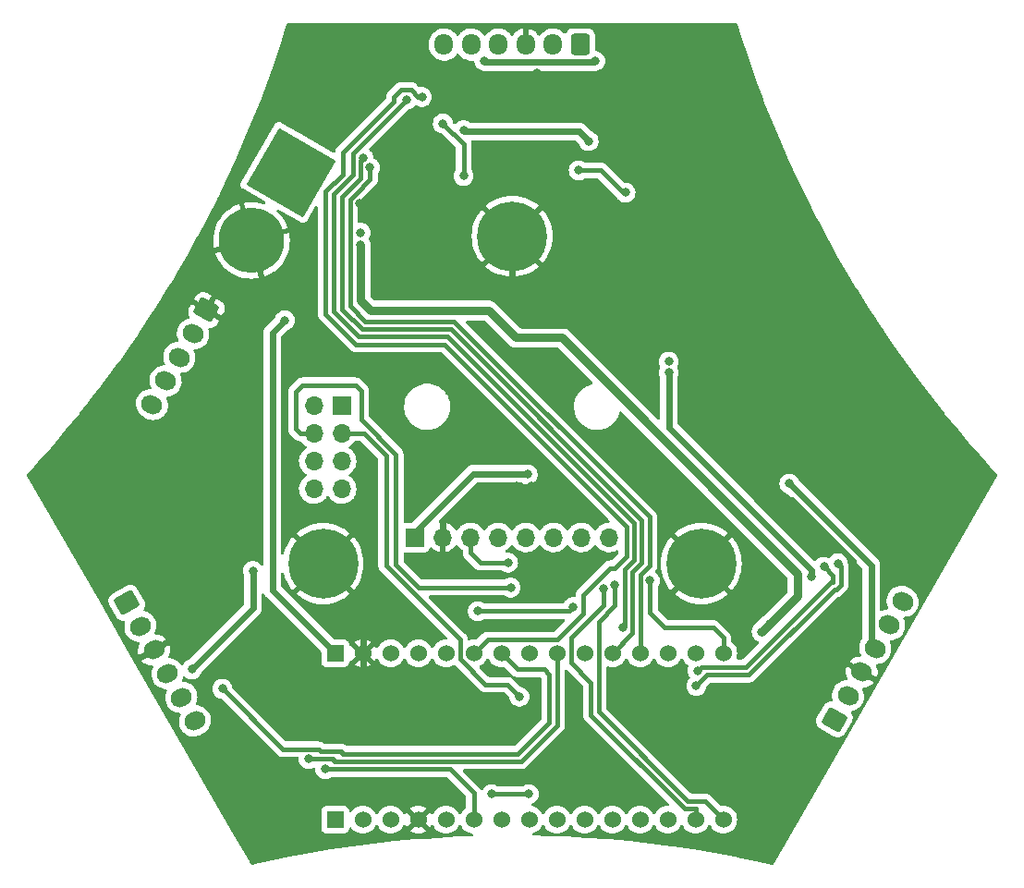
<source format=gbr>
%TF.GenerationSoftware,KiCad,Pcbnew,6.0.8-f2edbf62ab~116~ubuntu22.04.1*%
%TF.CreationDate,2022-10-25T14:13:26+02:00*%
%TF.ProjectId,holonomeRobot_alpha,686f6c6f-6e6f-46d6-9552-6f626f745f61,rev?*%
%TF.SameCoordinates,Original*%
%TF.FileFunction,Copper,L2,Bot*%
%TF.FilePolarity,Positive*%
%FSLAX46Y46*%
G04 Gerber Fmt 4.6, Leading zero omitted, Abs format (unit mm)*
G04 Created by KiCad (PCBNEW 6.0.8-f2edbf62ab~116~ubuntu22.04.1) date 2022-10-25 14:13:26*
%MOMM*%
%LPD*%
G01*
G04 APERTURE LIST*
G04 Aperture macros list*
%AMRoundRect*
0 Rectangle with rounded corners*
0 $1 Rounding radius*
0 $2 $3 $4 $5 $6 $7 $8 $9 X,Y pos of 4 corners*
0 Add a 4 corners polygon primitive as box body*
4,1,4,$2,$3,$4,$5,$6,$7,$8,$9,$2,$3,0*
0 Add four circle primitives for the rounded corners*
1,1,$1+$1,$2,$3*
1,1,$1+$1,$4,$5*
1,1,$1+$1,$6,$7*
1,1,$1+$1,$8,$9*
0 Add four rect primitives between the rounded corners*
20,1,$1+$1,$2,$3,$4,$5,0*
20,1,$1+$1,$4,$5,$6,$7,0*
20,1,$1+$1,$6,$7,$8,$9,0*
20,1,$1+$1,$8,$9,$2,$3,0*%
%AMHorizOval*
0 Thick line with rounded ends*
0 $1 width*
0 $2 $3 position (X,Y) of the first rounded end (center of the circle)*
0 $4 $5 position (X,Y) of the second rounded end (center of the circle)*
0 Add line between two ends*
20,1,$1,$2,$3,$4,$5,0*
0 Add two circle primitives to create the rounded ends*
1,1,$1,$2,$3*
1,1,$1,$4,$5*%
%AMRotRect*
0 Rectangle, with rotation*
0 The origin of the aperture is its center*
0 $1 length*
0 $2 width*
0 $3 Rotation angle, in degrees counterclockwise*
0 Add horizontal line*
21,1,$1,$2,0,0,$3*%
G04 Aperture macros list end*
%TA.AperFunction,ComponentPad*%
%ADD10RoundRect,0.250000X-0.927868X0.157115X-0.327868X-0.882115X0.927868X-0.157115X0.327868X0.882115X0*%
%TD*%
%TA.AperFunction,ComponentPad*%
%ADD11HorizOval,1.700000X-0.108253X-0.062500X0.108253X0.062500X0*%
%TD*%
%TA.AperFunction,ComponentPad*%
%ADD12C,6.000000*%
%TD*%
%TA.AperFunction,ComponentPad*%
%ADD13RotRect,6.000000X6.000000X240.000000*%
%TD*%
%TA.AperFunction,ComponentPad*%
%ADD14RoundRect,0.250000X0.600000X0.725000X-0.600000X0.725000X-0.600000X-0.725000X0.600000X-0.725000X0*%
%TD*%
%TA.AperFunction,ComponentPad*%
%ADD15O,1.700000X1.950000*%
%TD*%
%TA.AperFunction,ComponentPad*%
%ADD16C,6.400000*%
%TD*%
%TA.AperFunction,ComponentPad*%
%ADD17R,1.530000X1.530000*%
%TD*%
%TA.AperFunction,ComponentPad*%
%ADD18C,1.530000*%
%TD*%
%TA.AperFunction,ComponentPad*%
%ADD19R,1.700000X1.700000*%
%TD*%
%TA.AperFunction,ComponentPad*%
%ADD20O,1.700000X1.700000*%
%TD*%
%TA.AperFunction,ComponentPad*%
%ADD21RoundRect,0.250000X0.327868X-0.882115X0.927868X0.157115X-0.327868X0.882115X-0.927868X-0.157115X0*%
%TD*%
%TA.AperFunction,ComponentPad*%
%ADD22HorizOval,1.700000X-0.108253X0.062500X0.108253X-0.062500X0*%
%TD*%
%TA.AperFunction,ComponentPad*%
%ADD23RoundRect,0.250000X-0.327868X0.882115X-0.927868X-0.157115X0.327868X-0.882115X0.927868X0.157115X0*%
%TD*%
%TA.AperFunction,ViaPad*%
%ADD24C,0.800000*%
%TD*%
%TA.AperFunction,Conductor*%
%ADD25C,0.400000*%
%TD*%
%TA.AperFunction,Conductor*%
%ADD26C,0.800000*%
%TD*%
%TA.AperFunction,Conductor*%
%ADD27C,0.600000*%
%TD*%
G04 APERTURE END LIST*
D10*
%TO.P,J4,1,Pin_1*%
%TO.N,Net-(U4-Pad6)*%
X91694000Y-115189000D03*
D11*
%TO.P,J4,2,Pin_2*%
%TO.N,Net-(U4-Pad8)*%
X92944000Y-117354064D03*
%TO.P,J4,3,Pin_3*%
%TO.N,GND*%
X94194000Y-119519127D03*
%TO.P,J4,4,Pin_4*%
%TO.N,+3.3V*%
X95444000Y-121684191D03*
%TO.P,J4,5,Pin_5*%
%TO.N,MotorB_EncA*%
X96694000Y-123849254D03*
%TO.P,J4,6,Pin_6*%
%TO.N,MotorB_EncB*%
X97944000Y-126014318D03*
%TD*%
D12*
%TO.P,J1,N,NEG*%
%TO.N,GND*%
X103124000Y-81991200D03*
D13*
%TO.P,J1,P,POS*%
%TO.N,V_BAT*%
X106724000Y-75755818D03*
%TD*%
D14*
%TO.P,J3,1,Pin_1*%
%TO.N,Net-(J3-Pad1)*%
X133250000Y-64029000D03*
D15*
%TO.P,J3,2,Pin_2*%
%TO.N,Net-(J3-Pad2)*%
X130750000Y-64029000D03*
%TO.P,J3,3,Pin_3*%
%TO.N,GND*%
X128250000Y-64029000D03*
%TO.P,J3,4,Pin_4*%
%TO.N,+3.3V*%
X125750000Y-64029000D03*
%TO.P,J3,5,Pin_5*%
%TO.N,MotorA_EncA*%
X123250000Y-64029000D03*
%TO.P,J3,6,Pin_6*%
%TO.N,MotorA_EncB*%
X120750000Y-64029000D03*
%TD*%
D16*
%TO.P,H3,1,1*%
%TO.N,GND*%
X109679490Y-111600000D03*
%TD*%
D17*
%TO.P,U3,1,PA9*%
%TO.N,MotorB_IN1*%
X110785000Y-135054500D03*
D18*
%TO.P,U3,2,PA10*%
%TO.N,MotorC_IN1*%
X113325000Y-135054500D03*
%TO.P,U3,3,NRST*%
%TO.N,NRST*%
X115865000Y-135054500D03*
X115865000Y-119814500D03*
%TO.P,U3,4,GND*%
%TO.N,GND*%
X113325000Y-119814500D03*
X118405000Y-135054500D03*
%TO.P,U3,5,PA12*%
%TO.N,MotorC_EncB*%
X120945000Y-135054500D03*
%TO.P,U3,6,PB0*%
%TO.N,MotorB_IN2*%
X123485000Y-135054500D03*
%TO.P,U3,7,PB7*%
%TO.N,I2C_SDA*%
X126025000Y-135054500D03*
%TO.P,U3,8,PA15*%
%TO.N,I2C_SCL*%
X128565000Y-135054500D03*
%TO.P,U3,9,PB6*%
%TO.N,SPI_CSN*%
X131105000Y-135054500D03*
%TO.P,U3,10,PF0*%
%TO.N,MotorC_IN2*%
X133645000Y-135054500D03*
%TO.P,U3,11,PF1*%
%TO.N,unconnected-(U3-Pad11)*%
X136185000Y-135054500D03*
%TO.P,U3,12,PA8*%
%TO.N,MotorA_IN1*%
X138725000Y-135054500D03*
%TO.P,U3,13,PA11*%
%TO.N,MotorC_EncA*%
X141265000Y-135054500D03*
%TO.P,U3,14,PB5*%
%TO.N,SPI_MOSI*%
X143805000Y-135054500D03*
%TO.P,U3,15,PB4*%
%TO.N,SPI_MISO*%
X146345000Y-135054500D03*
D17*
%TO.P,U3,16,Vin*%
%TO.N,+5V*%
X110785000Y-119814500D03*
D18*
%TO.P,U3,19,+5V*%
%TO.N,unconnected-(U3-Pad19)*%
X118405000Y-119814500D03*
%TO.P,U3,20,PA2*%
%TO.N,unconnected-(U3-Pad20)*%
X120945000Y-119814500D03*
%TO.P,U3,21,PA7*%
%TO.N,MotorA_IN2*%
X123485000Y-119814500D03*
%TO.P,U3,22,PA6/PA15*%
%TO.N,MotorB_EncA*%
X126025000Y-119814500D03*
%TO.P,U3,23,PA5/PB7*%
%TO.N,SPI_CE*%
X128565000Y-119814500D03*
%TO.P,U3,24,PA4*%
%TO.N,MotorB_EncB*%
X131105000Y-119814500D03*
%TO.P,U3,25,PA3*%
%TO.N,unconnected-(U3-Pad25)*%
X133645000Y-119814500D03*
%TO.P,U3,26,PA1*%
%TO.N,MotorA_EncB*%
X136185000Y-119814500D03*
%TO.P,U3,27,PA0*%
%TO.N,MotorA_EncA*%
X138725000Y-119814500D03*
%TO.P,U3,28,AVDD*%
%TO.N,unconnected-(U3-Pad28)*%
X141265000Y-119814500D03*
%TO.P,U3,29,+3.3V*%
%TO.N,unconnected-(U3-Pad29)*%
X143805000Y-119814500D03*
%TO.P,U3,30,PB3/PB8*%
%TO.N,SPI_CLK*%
X146345000Y-119814500D03*
%TD*%
D19*
%TO.P,J6,1,Pin_1*%
%TO.N,+3.3V*%
X111373600Y-97139600D03*
D20*
%TO.P,J6,2,Pin_2*%
%TO.N,GND*%
X108833600Y-97139600D03*
%TO.P,J6,3,Pin_3*%
%TO.N,SPI_CSN*%
X111373600Y-99679600D03*
%TO.P,J6,4,Pin_4*%
%TO.N,SPI_CE*%
X108833600Y-99679600D03*
%TO.P,J6,5,Pin_5*%
%TO.N,SPI_MOSI*%
X111373600Y-102219600D03*
%TO.P,J6,6,Pin_6*%
%TO.N,SPI_CLK*%
X108833600Y-102219600D03*
%TO.P,J6,7,Pin_7*%
%TO.N,unconnected-(J6-Pad7)*%
X111373600Y-104759600D03*
%TO.P,J6,8,Pin_8*%
%TO.N,SPI_MISO*%
X108833600Y-104759600D03*
%TD*%
D16*
%TO.P,H2,1,1*%
%TO.N,GND*%
X144320510Y-111600000D03*
%TD*%
D21*
%TO.P,J7,1,Pin_1*%
%TO.N,Net-(J7-Pad1)*%
X156524000Y-125875191D03*
D22*
%TO.P,J7,2,Pin_2*%
%TO.N,Net-(J7-Pad2)*%
X157774000Y-123710127D03*
%TO.P,J7,3,Pin_3*%
%TO.N,GND*%
X159024000Y-121545064D03*
%TO.P,J7,4,Pin_4*%
%TO.N,+3.3V*%
X160274000Y-119380000D03*
%TO.P,J7,5,Pin_5*%
%TO.N,MotorC_EncA*%
X161524000Y-117214937D03*
%TO.P,J7,6,Pin_6*%
%TO.N,MotorC_EncB*%
X162774000Y-115049873D03*
%TD*%
D16*
%TO.P,H1,1,1*%
%TO.N,GND*%
X127000000Y-81600000D03*
%TD*%
D23*
%TO.P,J2,1,Pin_1*%
%TO.N,GND*%
X99006044Y-88361709D03*
D22*
%TO.P,J2,2,Pin_2*%
%TO.N,V_CELL_1_2*%
X97756044Y-90526773D03*
%TO.P,J2,3,Pin_3*%
%TO.N,V_CELL_2_3*%
X96506044Y-92691836D03*
%TO.P,J2,4,Pin_4*%
%TO.N,V_CELL_3_4*%
X95256044Y-94856900D03*
%TO.P,J2,5,Pin_5*%
%TO.N,V_BAT*%
X94006044Y-97021963D03*
%TD*%
D19*
%TO.P,J5,1,Pin_1*%
%TO.N,+3.3V*%
X118110000Y-109200000D03*
D20*
%TO.P,J5,2,Pin_2*%
%TO.N,GND*%
X120650000Y-109200000D03*
%TO.P,J5,3,Pin_3*%
%TO.N,I2C_SCL*%
X123190000Y-109200000D03*
%TO.P,J5,4,Pin_4*%
%TO.N,I2C_SDA*%
X125730000Y-109200000D03*
%TO.P,J5,5,Pin_5*%
%TO.N,unconnected-(J5-Pad5)*%
X128270000Y-109200000D03*
%TO.P,J5,6,Pin_6*%
%TO.N,unconnected-(J5-Pad6)*%
X130810000Y-109200000D03*
%TO.P,J5,7,Pin_7*%
%TO.N,unconnected-(J5-Pad7)*%
X133350000Y-109200000D03*
%TO.P,J5,8,Pin_8*%
%TO.N,unconnected-(J5-Pad8)*%
X135890000Y-109200000D03*
%TD*%
D24*
%TO.N,V_BAT*%
X150622000Y-117094000D03*
X149860000Y-117856000D03*
X113130000Y-82423000D03*
X113129500Y-81280000D03*
%TO.N,GND*%
X130175000Y-113157000D03*
X127381000Y-104521000D03*
X127000000Y-101600000D03*
X138176000Y-123825000D03*
X158242000Y-114554000D03*
X144399000Y-89789000D03*
X135564000Y-70567500D03*
X128778000Y-104521000D03*
X155956000Y-121539000D03*
X129921000Y-93599000D03*
X122301000Y-68188500D03*
X152146000Y-105791000D03*
X129286000Y-125603000D03*
X106273600Y-106476800D03*
X132588000Y-129413000D03*
X129276707Y-66682207D03*
X123444000Y-117475000D03*
X118364000Y-125730000D03*
X155956000Y-121539000D03*
X94107000Y-112522000D03*
X144272000Y-128143000D03*
X152707130Y-124763349D03*
X133793457Y-68009543D03*
X103378000Y-101600000D03*
X95123000Y-116967000D03*
X106324400Y-94030800D03*
X123825000Y-130937000D03*
X113030000Y-78613000D03*
X119888000Y-73279000D03*
X128651000Y-117221000D03*
%TO.N,+5V*%
X141351000Y-94107000D03*
X106172000Y-89306400D03*
X134004213Y-72878787D03*
X154432000Y-112776000D03*
X122555000Y-71882000D03*
X141351000Y-93091000D03*
%TO.N,+3.3V*%
X97663000Y-121285000D03*
X103251000Y-112268000D03*
X134604000Y-65548000D03*
X124460000Y-65532000D03*
X128422400Y-103428800D03*
X152400000Y-104267000D03*
%TO.N,NRST*%
X132588000Y-115570000D03*
X123860500Y-115951000D03*
%TO.N,Net-(D1-Pad1)*%
X133096000Y-75565000D03*
X137380500Y-77597000D03*
%TO.N,MotorA_EncA*%
X113989500Y-75327000D03*
%TO.N,MotorA_EncB*%
X113369048Y-74419286D03*
%TO.N,MotorB_EncA*%
X100457000Y-123063000D03*
%TO.N,MotorB_EncB*%
X108361219Y-129509782D03*
%TO.N,I2C_SCL*%
X126629500Y-111506000D03*
%TO.N,SPI_CE*%
X126873000Y-113792000D03*
%TO.N,SPI_CSN*%
X127666855Y-123791059D03*
%TO.N,SPI_CLK*%
X139624500Y-113157000D03*
%TO.N,SPI_MOSI*%
X135376422Y-113904653D03*
%TO.N,SPI_MISO*%
X136425500Y-113575500D03*
%TO.N,MotorC_EncB*%
X128524000Y-132715000D03*
X125125500Y-132715000D03*
%TO.N,Net-(R1-Pad1)*%
X122555000Y-76073000D03*
X120650000Y-71279500D03*
%TO.N,MotorA_IN2*%
X118745000Y-68844500D03*
%TO.N,MotorA_IN1*%
X137125500Y-117475000D03*
X117348000Y-69088000D03*
%TO.N,MotorB_IN2*%
X109885500Y-130429000D03*
%TO.N,MotorC_IN2*%
X143879197Y-122797197D03*
X156845000Y-111581500D03*
%TO.N,MotorC_IN1*%
X144005154Y-121399154D03*
X155575000Y-111887000D03*
%TD*%
D25*
%TO.N,MotorB_EncA*%
X127495500Y-121285000D02*
X126025000Y-119814500D01*
X109474000Y-128809782D02*
X111286782Y-128809782D01*
X111506000Y-129029000D02*
X127537050Y-129029000D01*
X100457000Y-123063000D02*
X106003782Y-128609782D01*
X109274000Y-128609782D02*
X109474000Y-128809782D01*
X127537050Y-129029000D02*
X130405000Y-126161050D01*
X130405000Y-126161050D02*
X130405000Y-121769000D01*
X106003782Y-128609782D02*
X109274000Y-128609782D01*
X111286782Y-128809782D02*
X111506000Y-129029000D01*
X130405000Y-121769000D02*
X129921000Y-121285000D01*
X129921000Y-121285000D02*
X127495500Y-121285000D01*
D26*
%TO.N,V_BAT*%
X150622000Y-117094000D02*
X153162000Y-114554000D01*
X124857000Y-88408000D02*
X114062000Y-88408000D01*
X114062000Y-88408000D02*
X113130000Y-87476000D01*
X127338000Y-90889000D02*
X124857000Y-88408000D01*
X149860000Y-117856000D02*
X150622000Y-117094000D01*
X113130000Y-87476000D02*
X113130000Y-82423000D01*
X131529000Y-90889000D02*
X127338000Y-90889000D01*
X153162000Y-112522000D02*
X131529000Y-90889000D01*
X153162000Y-114554000D02*
X153162000Y-112522000D01*
D27*
%TO.N,GND*%
X129276707Y-66682207D02*
X130604043Y-68009543D01*
X129276707Y-66682207D02*
X127759914Y-68199000D01*
X103378000Y-103251000D02*
X103378000Y-101600000D01*
X123825000Y-104521000D02*
X120650000Y-107696000D01*
X127000000Y-81600000D02*
X127000000Y-88900000D01*
X95123000Y-116967000D02*
X95123000Y-113538000D01*
X133793457Y-68009543D02*
X134303543Y-68009543D01*
X113325000Y-124374000D02*
X113325000Y-119814500D01*
X157353000Y-120142000D02*
X155956000Y-121539000D01*
X158242000Y-111381792D02*
X152651208Y-105791000D01*
X152707130Y-124787870D02*
X152707130Y-124763349D01*
X119253000Y-72644000D02*
X119888000Y-73279000D01*
X135564000Y-69270000D02*
X135564000Y-70567500D01*
X152651208Y-105791000D02*
X152146000Y-105791000D01*
X155956000Y-121539000D02*
X152707130Y-124787870D01*
X134303543Y-68009543D02*
X135564000Y-69270000D01*
X127000000Y-88900000D02*
X127889000Y-89789000D01*
X119253000Y-70485000D02*
X119253000Y-72644000D01*
X127889000Y-89789000D02*
X144399000Y-89789000D01*
X121539000Y-68199000D02*
X119253000Y-70485000D01*
X114681000Y-125730000D02*
X113325000Y-124374000D01*
X127381000Y-104521000D02*
X123825000Y-104521000D01*
X158242000Y-114554000D02*
X158242000Y-116840000D01*
X158242000Y-114554000D02*
X158242000Y-111381792D01*
X127759914Y-68199000D02*
X121539000Y-68199000D01*
X113325000Y-115245510D02*
X109679490Y-111600000D01*
X94107000Y-112522000D02*
X103378000Y-103251000D01*
X130604043Y-68009543D02*
X133793457Y-68009543D01*
X120650000Y-107696000D02*
X120650000Y-109703000D01*
X95123000Y-113538000D02*
X94107000Y-112522000D01*
X158242000Y-116840000D02*
X157353000Y-117729000D01*
X113325000Y-119814500D02*
X113325000Y-115245510D01*
X113030000Y-78613000D02*
X114554000Y-78613000D01*
X157353000Y-117729000D02*
X157353000Y-120142000D01*
X109679490Y-111600000D02*
X108839000Y-110759510D01*
X118364000Y-125730000D02*
X114681000Y-125730000D01*
X114554000Y-78613000D02*
X119888000Y-73279000D01*
%TO.N,+5V*%
X134004213Y-72878787D02*
X133134426Y-72009000D01*
X122682000Y-72009000D02*
X122555000Y-71882000D01*
X148669317Y-106473683D02*
X147029510Y-104833875D01*
X154432000Y-112236366D02*
X148669317Y-106473683D01*
X105029000Y-90449400D02*
X105029000Y-114058500D01*
X154432000Y-112776000D02*
X154432000Y-112236366D01*
X147029510Y-104833875D02*
X141351000Y-99155365D01*
X106172000Y-89306400D02*
X105029000Y-90449400D01*
X105029000Y-114058500D02*
X110785000Y-119814500D01*
X133134426Y-72009000D02*
X122682000Y-72009000D01*
X141351000Y-99155365D02*
X141351000Y-94107000D01*
%TO.N,+3.3V*%
X128346200Y-103352600D02*
X123469400Y-103352600D01*
X134493000Y-65659000D02*
X134604000Y-65548000D01*
X159893000Y-119049800D02*
X159893000Y-111760000D01*
X118110000Y-108712000D02*
X123469400Y-103352600D01*
X124587000Y-65659000D02*
X134493000Y-65659000D01*
X160248600Y-119405400D02*
X159893000Y-119049800D01*
X118110000Y-109200000D02*
X118110000Y-108712000D01*
X103251000Y-115697000D02*
X103251000Y-112268000D01*
X97663000Y-121285000D02*
X103251000Y-115697000D01*
X159893000Y-111760000D02*
X152400000Y-104267000D01*
X124460000Y-65532000D02*
X124587000Y-65659000D01*
X128422400Y-103428800D02*
X128346200Y-103352600D01*
X134620000Y-65532000D02*
X134604000Y-65548000D01*
D25*
%TO.N,NRST*%
X132207000Y-115951000D02*
X132588000Y-115570000D01*
X132080000Y-115951000D02*
X132207000Y-115951000D01*
X123825000Y-115951000D02*
X132080000Y-115951000D01*
X123860500Y-115951000D02*
X123825000Y-115951000D01*
%TO.N,Net-(D1-Pad1)*%
X133096000Y-75565000D02*
X135128000Y-75565000D01*
X137160000Y-77597000D02*
X137380500Y-77597000D01*
X135128000Y-75565000D02*
X137160000Y-77597000D01*
%TO.N,MotorA_EncA*%
X112660000Y-77713000D02*
X113989500Y-76383500D01*
X121666000Y-89408000D02*
X113538000Y-89408000D01*
X138725000Y-112656848D02*
X139573000Y-111808848D01*
X112130000Y-78240207D02*
X112657207Y-77713000D01*
X112130000Y-88000000D02*
X112130000Y-78240207D01*
X138725000Y-119814500D02*
X138725000Y-112656848D01*
X112657207Y-77713000D02*
X112660000Y-77713000D01*
X139573000Y-107315000D02*
X121666000Y-89408000D01*
X113989500Y-76383500D02*
X113989500Y-75327000D01*
X139573000Y-111808848D02*
X139573000Y-107315000D01*
X113538000Y-89408000D02*
X112130000Y-88000000D01*
%TO.N,MotorA_EncB*%
X113248051Y-90108000D02*
X121376050Y-90108000D01*
X138025000Y-112366899D02*
X138025000Y-117974500D01*
X113369048Y-74419286D02*
X113089500Y-74698834D01*
X111422076Y-88282026D02*
X113248051Y-90108000D01*
X121376050Y-90108000D02*
X138873000Y-107604950D01*
X111422076Y-77958181D02*
X111422076Y-88282026D01*
X113089500Y-74698834D02*
X113089500Y-76290757D01*
X138025000Y-117974500D02*
X136185000Y-119814500D01*
X113089500Y-76290757D02*
X111422076Y-77958181D01*
X138873000Y-107604950D02*
X138873000Y-111518899D01*
X138873000Y-111518899D02*
X138025000Y-112366899D01*
%TO.N,MotorB_EncB*%
X131105000Y-126451000D02*
X131105000Y-119814500D01*
X108361219Y-129509782D02*
X110524782Y-129509782D01*
X127827000Y-129729000D02*
X131105000Y-126451000D01*
X110744000Y-129729000D02*
X127827000Y-129729000D01*
X110524782Y-129509782D02*
X110744000Y-129729000D01*
%TO.N,I2C_SCL*%
X124079000Y-111506000D02*
X123190000Y-110617000D01*
X126629500Y-111506000D02*
X124079000Y-111506000D01*
X123190000Y-110617000D02*
X123190000Y-109200000D01*
%TO.N,SPI_CE*%
X107604400Y-99679600D02*
X108833600Y-99679600D01*
X107797600Y-95250000D02*
X107188000Y-95859600D01*
X113182400Y-95758000D02*
X112674400Y-95250000D01*
X107188000Y-95859600D02*
X107188000Y-99263200D01*
X118464950Y-113792000D02*
X116332000Y-111659050D01*
X107188000Y-99263200D02*
X107604400Y-99679600D01*
X116332000Y-101575250D02*
X113182400Y-98425650D01*
X116332000Y-111659050D02*
X116332000Y-101575250D01*
X113182400Y-98425650D02*
X113182400Y-95758000D01*
X112674400Y-95250000D02*
X107797600Y-95250000D01*
X126873000Y-113792000D02*
X118464950Y-113792000D01*
%TO.N,SPI_CSN*%
X115443000Y-111760000D02*
X115443000Y-101676200D01*
X113446400Y-99679600D02*
X111373600Y-99679600D01*
X126565089Y-122689293D02*
X124570812Y-122689293D01*
X122220000Y-120338481D02*
X122220000Y-118537000D01*
X122220000Y-118537000D02*
X115443000Y-111760000D01*
X124570812Y-122689293D02*
X122220000Y-120338481D01*
X127666855Y-123791059D02*
X126565089Y-122689293D01*
X115443000Y-101676200D02*
X113446400Y-99679600D01*
%TO.N,SPI_CLK*%
X145415000Y-117475000D02*
X146345000Y-118405000D01*
X139624500Y-113157000D02*
X139624500Y-116129500D01*
X139624500Y-116129500D02*
X140970000Y-117475000D01*
X146345000Y-118405000D02*
X146345000Y-119814500D01*
X140970000Y-117475000D02*
X145415000Y-117475000D01*
%TO.N,SPI_MOSI*%
X132380000Y-120696000D02*
X134220000Y-122536000D01*
X135376422Y-113904653D02*
X135376422Y-115413578D01*
X143805000Y-134069275D02*
X143805000Y-135054500D01*
X135376422Y-115413578D02*
X132380000Y-118410000D01*
X132380000Y-118410000D02*
X132380000Y-120696000D01*
X142819775Y-134069275D02*
X143805000Y-134069275D01*
X134220000Y-125469499D02*
X142819775Y-134069275D01*
X134220000Y-122536000D02*
X134220000Y-125469499D01*
%TO.N,SPI_MISO*%
X143109725Y-133369275D02*
X144659775Y-133369275D01*
X136425500Y-115415500D02*
X134920000Y-116921000D01*
X136425500Y-113575500D02*
X136425500Y-115415500D01*
X134920000Y-125179550D02*
X143109725Y-133369275D01*
X144659775Y-133369275D02*
X146345000Y-135054500D01*
X134920000Y-116921000D02*
X134920000Y-125179550D01*
%TO.N,MotorC_EncB*%
X125125500Y-132715000D02*
X128524000Y-132715000D01*
%TO.N,Net-(R1-Pad1)*%
X122555000Y-73184500D02*
X122555000Y-76073000D01*
X120650000Y-71279500D02*
X122555000Y-73184500D01*
%TO.N,MotorA_IN2*%
X133520000Y-116162000D02*
X131132500Y-118549500D01*
X137473000Y-110939000D02*
X136398000Y-112014000D01*
X118745000Y-68844500D02*
X118377293Y-68844500D01*
X111480179Y-75920179D02*
X109917000Y-77483359D01*
X111480179Y-73965872D02*
X111480179Y-75920179D01*
X136398000Y-112014000D02*
X135994282Y-112014000D01*
X131132500Y-118549500D02*
X124750000Y-118549500D01*
X109917001Y-88756850D02*
X112668153Y-91508000D01*
X120796150Y-91508000D02*
X137473000Y-108184850D01*
X112668153Y-91508000D02*
X120796150Y-91508000D01*
X116154525Y-68884475D02*
X116154525Y-69291525D01*
X116851000Y-68188000D02*
X116154525Y-68884475D01*
X117720793Y-68188000D02*
X116851000Y-68188000D01*
X116154525Y-69291525D02*
X111480179Y-73965872D01*
X109917000Y-77483359D02*
X109917001Y-88756850D01*
X118377293Y-68844500D02*
X117720793Y-68188000D01*
X135994282Y-112014000D02*
X133520000Y-114488282D01*
X133520000Y-114488282D02*
X133520000Y-116162000D01*
X137473000Y-108184850D02*
X137473000Y-110939000D01*
X124750000Y-118549500D02*
X123485000Y-119814500D01*
%TO.N,MotorA_IN1*%
X110960550Y-88810450D02*
X111132127Y-88982026D01*
X121086100Y-90808000D02*
X138173000Y-107894900D01*
X110617000Y-88466900D02*
X110960550Y-88810450D01*
X110617000Y-77773308D02*
X110617000Y-80264000D01*
X117348000Y-69088000D02*
X112389500Y-74046500D01*
X137325000Y-117275500D02*
X137125500Y-117475000D01*
X110960550Y-88810450D02*
X112958102Y-90808000D01*
X112389500Y-74046500D02*
X112389500Y-76000808D01*
X137325000Y-112076950D02*
X137325000Y-117275500D01*
X112389500Y-76000808D02*
X110617000Y-77773308D01*
X110617000Y-80264000D02*
X110617000Y-88466900D01*
X138173000Y-111228950D02*
X137325000Y-112076950D01*
X112958102Y-90808000D02*
X121086100Y-90808000D01*
X138173000Y-107894900D02*
X138173000Y-111228950D01*
%TO.N,MotorB_IN2*%
X121285000Y-130429000D02*
X123485000Y-132629000D01*
X123485000Y-132629000D02*
X123485000Y-135054500D01*
X109885500Y-130429000D02*
X121285000Y-130429000D01*
%TO.N,MotorC_IN2*%
X144883394Y-121793000D02*
X148690950Y-121793000D01*
X156688949Y-113984000D02*
X157099000Y-113573949D01*
X148690950Y-121793000D02*
X156499950Y-113984000D01*
X157099000Y-113573949D02*
X157099000Y-111835500D01*
X156499950Y-113984000D02*
X156688949Y-113984000D01*
X157099000Y-111835500D02*
X156845000Y-111581500D01*
X143879197Y-122797197D02*
X144883394Y-121793000D01*
%TO.N,MotorC_IN1*%
X144005154Y-121399154D02*
X144324808Y-121079500D01*
X156399000Y-112711000D02*
X155575000Y-111887000D01*
X148414500Y-121079500D02*
X156210000Y-113284000D01*
X144324808Y-121079500D02*
X148414500Y-121079500D01*
X156210000Y-113284000D02*
X156399000Y-113284000D01*
X156399000Y-113284000D02*
X156399000Y-112711000D01*
%TD*%
%TA.AperFunction,Conductor*%
%TO.N,GND*%
G36*
X147597580Y-62128502D02*
G01*
X147644073Y-62182158D01*
X147649676Y-62196768D01*
X148095361Y-63616861D01*
X148317887Y-64283000D01*
X148715419Y-65473031D01*
X148715439Y-65473089D01*
X148715599Y-65473568D01*
X148715780Y-65474078D01*
X148715786Y-65474096D01*
X149245578Y-66968521D01*
X149369692Y-67318620D01*
X149369891Y-67319150D01*
X149369900Y-67319175D01*
X150013530Y-69034428D01*
X150057422Y-69151400D01*
X150057604Y-69151860D01*
X150057617Y-69151893D01*
X150778351Y-70970772D01*
X150778558Y-70971295D01*
X151532860Y-72777696D01*
X152320075Y-74569999D01*
X152320307Y-74570502D01*
X152320316Y-74570522D01*
X153139669Y-76347019D01*
X153139695Y-76347073D01*
X153139939Y-76347603D01*
X153140234Y-76348213D01*
X153972793Y-78069829D01*
X153992178Y-78109915D01*
X153992419Y-78110390D01*
X153992421Y-78110395D01*
X154071361Y-78266291D01*
X154876508Y-79856345D01*
X155151330Y-80375305D01*
X155792342Y-81585760D01*
X155792632Y-81586308D01*
X156278209Y-82464045D01*
X156739965Y-83298721D01*
X156740244Y-83299226D01*
X157719027Y-84994525D01*
X157719267Y-84994923D01*
X157719296Y-84994973D01*
X158432666Y-86179968D01*
X158728653Y-86671639D01*
X159768784Y-88330006D01*
X160159998Y-88929121D01*
X160775748Y-89872094D01*
X160839073Y-89969072D01*
X160839376Y-89969518D01*
X160839384Y-89969530D01*
X161277505Y-90614398D01*
X161939162Y-91588288D01*
X161939534Y-91588815D01*
X161939535Y-91588816D01*
X162866604Y-92901072D01*
X163068682Y-93187112D01*
X164227256Y-94765010D01*
X164227589Y-94765446D01*
X164227608Y-94765472D01*
X165414198Y-96321064D01*
X165414223Y-96321096D01*
X165414496Y-96321454D01*
X165414824Y-96321868D01*
X166623912Y-97848232D01*
X166630004Y-97855923D01*
X167873375Y-99367903D01*
X167873717Y-99368304D01*
X167873744Y-99368336D01*
X168829857Y-100488590D01*
X169144192Y-100856889D01*
X169294195Y-101026269D01*
X170409978Y-102286190D01*
X170442030Y-102322383D01*
X170442371Y-102322754D01*
X170442388Y-102322773D01*
X170799304Y-102711242D01*
X171446006Y-103415116D01*
X171449022Y-103418399D01*
X171480381Y-103482095D01*
X171472326Y-103552633D01*
X171465357Y-103566647D01*
X161604486Y-120646192D01*
X151088273Y-138860825D01*
X150935877Y-139124782D01*
X150884495Y-139173775D01*
X150814781Y-139187211D01*
X150799324Y-139184759D01*
X149347244Y-138860820D01*
X149347208Y-138860812D01*
X149346682Y-138860695D01*
X147967562Y-138579409D01*
X147429207Y-138469605D01*
X147429189Y-138469601D01*
X147428608Y-138469483D01*
X147428033Y-138469377D01*
X147428004Y-138469371D01*
X145504326Y-138113534D01*
X145504328Y-138113534D01*
X145503699Y-138113418D01*
X143572600Y-137792619D01*
X141774543Y-137527618D01*
X141636548Y-137507280D01*
X141636536Y-137507278D01*
X141635957Y-137507193D01*
X141635454Y-137507128D01*
X141635409Y-137507122D01*
X139694925Y-137257302D01*
X139694886Y-137257297D01*
X139694417Y-137257237D01*
X137748630Y-137042833D01*
X135799248Y-136864054D01*
X135798709Y-136864014D01*
X135798679Y-136864012D01*
X133847457Y-136720998D01*
X133847427Y-136720996D01*
X133846921Y-136720959D01*
X133846388Y-136720930D01*
X133846361Y-136720928D01*
X131892946Y-136613631D01*
X131892917Y-136613630D01*
X131892304Y-136613596D01*
X131091878Y-136584302D01*
X131090676Y-136583901D01*
X131087639Y-136584147D01*
X129936050Y-136542001D01*
X129935524Y-136541991D01*
X129935475Y-136541990D01*
X129245283Y-136529365D01*
X128955616Y-136524066D01*
X128887874Y-136502821D01*
X128842370Y-136448324D01*
X128833553Y-136377877D01*
X128864223Y-136313847D01*
X128925310Y-136276381D01*
X128996909Y-136257196D01*
X128996920Y-136257192D01*
X129002227Y-136255770D01*
X129008221Y-136252975D01*
X129199196Y-136163923D01*
X129199201Y-136163920D01*
X129204183Y-136161597D01*
X129330153Y-136073391D01*
X129382206Y-136036943D01*
X129382208Y-136036941D01*
X129386717Y-136033784D01*
X129544284Y-135876217D01*
X129547916Y-135871031D01*
X129602287Y-135793381D01*
X129672097Y-135693682D01*
X129674420Y-135688700D01*
X129674423Y-135688695D01*
X129720805Y-135589227D01*
X129767722Y-135535942D01*
X129835999Y-135516481D01*
X129903959Y-135537023D01*
X129949195Y-135589227D01*
X129995577Y-135688695D01*
X129995580Y-135688700D01*
X129997903Y-135693682D01*
X130067713Y-135793381D01*
X130122085Y-135871031D01*
X130125716Y-135876217D01*
X130283283Y-136033784D01*
X130287792Y-136036941D01*
X130287794Y-136036943D01*
X130339847Y-136073391D01*
X130465817Y-136161597D01*
X130470799Y-136163920D01*
X130470804Y-136163923D01*
X130661779Y-136252975D01*
X130667773Y-136255770D01*
X130673081Y-136257192D01*
X130673083Y-136257193D01*
X130721309Y-136270115D01*
X130883014Y-136313444D01*
X131049392Y-136328000D01*
X131099524Y-136332386D01*
X131099525Y-136332386D01*
X131105000Y-136332865D01*
X131326986Y-136313444D01*
X131488691Y-136270115D01*
X131536917Y-136257193D01*
X131536919Y-136257192D01*
X131542227Y-136255770D01*
X131548221Y-136252975D01*
X131739196Y-136163923D01*
X131739201Y-136163920D01*
X131744183Y-136161597D01*
X131870153Y-136073391D01*
X131922206Y-136036943D01*
X131922208Y-136036941D01*
X131926717Y-136033784D01*
X132084284Y-135876217D01*
X132087916Y-135871031D01*
X132142287Y-135793381D01*
X132212097Y-135693682D01*
X132214420Y-135688700D01*
X132214423Y-135688695D01*
X132260805Y-135589227D01*
X132307722Y-135535942D01*
X132375999Y-135516481D01*
X132443959Y-135537023D01*
X132489195Y-135589227D01*
X132535577Y-135688695D01*
X132535580Y-135688700D01*
X132537903Y-135693682D01*
X132607713Y-135793381D01*
X132662085Y-135871031D01*
X132665716Y-135876217D01*
X132823283Y-136033784D01*
X132827792Y-136036941D01*
X132827794Y-136036943D01*
X132879847Y-136073391D01*
X133005817Y-136161597D01*
X133010799Y-136163920D01*
X133010804Y-136163923D01*
X133201779Y-136252975D01*
X133207773Y-136255770D01*
X133213081Y-136257192D01*
X133213083Y-136257193D01*
X133261309Y-136270115D01*
X133423014Y-136313444D01*
X133645000Y-136332865D01*
X133866986Y-136313444D01*
X134028691Y-136270115D01*
X134076917Y-136257193D01*
X134076919Y-136257192D01*
X134082227Y-136255770D01*
X134088221Y-136252975D01*
X134279196Y-136163923D01*
X134279201Y-136163920D01*
X134284183Y-136161597D01*
X134410153Y-136073391D01*
X134462206Y-136036943D01*
X134462208Y-136036941D01*
X134466717Y-136033784D01*
X134624284Y-135876217D01*
X134627916Y-135871031D01*
X134682287Y-135793381D01*
X134752097Y-135693682D01*
X134754420Y-135688700D01*
X134754423Y-135688695D01*
X134800805Y-135589227D01*
X134847722Y-135535942D01*
X134915999Y-135516481D01*
X134983959Y-135537023D01*
X135029195Y-135589227D01*
X135075577Y-135688695D01*
X135075580Y-135688700D01*
X135077903Y-135693682D01*
X135147713Y-135793381D01*
X135202085Y-135871031D01*
X135205716Y-135876217D01*
X135363283Y-136033784D01*
X135367792Y-136036941D01*
X135367794Y-136036943D01*
X135419847Y-136073391D01*
X135545817Y-136161597D01*
X135550799Y-136163920D01*
X135550804Y-136163923D01*
X135741779Y-136252975D01*
X135747773Y-136255770D01*
X135753081Y-136257192D01*
X135753083Y-136257193D01*
X135801309Y-136270115D01*
X135963014Y-136313444D01*
X136185000Y-136332865D01*
X136406986Y-136313444D01*
X136568691Y-136270115D01*
X136616917Y-136257193D01*
X136616919Y-136257192D01*
X136622227Y-136255770D01*
X136628221Y-136252975D01*
X136819196Y-136163923D01*
X136819201Y-136163920D01*
X136824183Y-136161597D01*
X136950153Y-136073391D01*
X137002206Y-136036943D01*
X137002208Y-136036941D01*
X137006717Y-136033784D01*
X137164284Y-135876217D01*
X137167916Y-135871031D01*
X137222287Y-135793381D01*
X137292097Y-135693682D01*
X137294420Y-135688700D01*
X137294423Y-135688695D01*
X137340805Y-135589227D01*
X137387722Y-135535942D01*
X137455999Y-135516481D01*
X137523959Y-135537023D01*
X137569195Y-135589227D01*
X137615577Y-135688695D01*
X137615580Y-135688700D01*
X137617903Y-135693682D01*
X137687713Y-135793381D01*
X137742085Y-135871031D01*
X137745716Y-135876217D01*
X137903283Y-136033784D01*
X137907792Y-136036941D01*
X137907794Y-136036943D01*
X137959847Y-136073391D01*
X138085817Y-136161597D01*
X138090799Y-136163920D01*
X138090804Y-136163923D01*
X138281779Y-136252975D01*
X138287773Y-136255770D01*
X138293081Y-136257192D01*
X138293083Y-136257193D01*
X138341309Y-136270115D01*
X138503014Y-136313444D01*
X138725000Y-136332865D01*
X138946986Y-136313444D01*
X139108691Y-136270115D01*
X139156917Y-136257193D01*
X139156919Y-136257192D01*
X139162227Y-136255770D01*
X139168221Y-136252975D01*
X139359196Y-136163923D01*
X139359201Y-136163920D01*
X139364183Y-136161597D01*
X139490153Y-136073391D01*
X139542206Y-136036943D01*
X139542208Y-136036941D01*
X139546717Y-136033784D01*
X139704284Y-135876217D01*
X139707916Y-135871031D01*
X139762287Y-135793381D01*
X139832097Y-135693682D01*
X139834420Y-135688700D01*
X139834423Y-135688695D01*
X139880805Y-135589227D01*
X139927722Y-135535942D01*
X139995999Y-135516481D01*
X140063959Y-135537023D01*
X140109195Y-135589227D01*
X140155577Y-135688695D01*
X140155580Y-135688700D01*
X140157903Y-135693682D01*
X140227713Y-135793381D01*
X140282085Y-135871031D01*
X140285716Y-135876217D01*
X140443283Y-136033784D01*
X140447792Y-136036941D01*
X140447794Y-136036943D01*
X140499847Y-136073391D01*
X140625817Y-136161597D01*
X140630799Y-136163920D01*
X140630804Y-136163923D01*
X140821779Y-136252975D01*
X140827773Y-136255770D01*
X140833081Y-136257192D01*
X140833083Y-136257193D01*
X140881309Y-136270115D01*
X141043014Y-136313444D01*
X141265000Y-136332865D01*
X141486986Y-136313444D01*
X141648691Y-136270115D01*
X141696917Y-136257193D01*
X141696919Y-136257192D01*
X141702227Y-136255770D01*
X141708221Y-136252975D01*
X141899196Y-136163923D01*
X141899201Y-136163920D01*
X141904183Y-136161597D01*
X142030153Y-136073391D01*
X142082206Y-136036943D01*
X142082208Y-136036941D01*
X142086717Y-136033784D01*
X142244284Y-135876217D01*
X142247916Y-135871031D01*
X142302287Y-135793381D01*
X142372097Y-135693682D01*
X142374420Y-135688700D01*
X142374423Y-135688695D01*
X142420805Y-135589227D01*
X142467722Y-135535942D01*
X142535999Y-135516481D01*
X142603959Y-135537023D01*
X142649195Y-135589227D01*
X142695577Y-135688695D01*
X142695580Y-135688700D01*
X142697903Y-135693682D01*
X142767713Y-135793381D01*
X142822085Y-135871031D01*
X142825716Y-135876217D01*
X142983283Y-136033784D01*
X142987792Y-136036941D01*
X142987794Y-136036943D01*
X143039847Y-136073391D01*
X143165817Y-136161597D01*
X143170799Y-136163920D01*
X143170804Y-136163923D01*
X143361779Y-136252975D01*
X143367773Y-136255770D01*
X143373081Y-136257192D01*
X143373083Y-136257193D01*
X143421309Y-136270115D01*
X143583014Y-136313444D01*
X143805000Y-136332865D01*
X144026986Y-136313444D01*
X144188691Y-136270115D01*
X144236917Y-136257193D01*
X144236919Y-136257192D01*
X144242227Y-136255770D01*
X144248221Y-136252975D01*
X144439196Y-136163923D01*
X144439201Y-136163920D01*
X144444183Y-136161597D01*
X144570153Y-136073391D01*
X144622206Y-136036943D01*
X144622208Y-136036941D01*
X144626717Y-136033784D01*
X144784284Y-135876217D01*
X144787916Y-135871031D01*
X144842287Y-135793381D01*
X144912097Y-135693682D01*
X144914420Y-135688700D01*
X144914423Y-135688695D01*
X144960805Y-135589227D01*
X145007722Y-135535942D01*
X145075999Y-135516481D01*
X145143959Y-135537023D01*
X145189195Y-135589227D01*
X145235577Y-135688695D01*
X145235580Y-135688700D01*
X145237903Y-135693682D01*
X145307713Y-135793381D01*
X145362085Y-135871031D01*
X145365716Y-135876217D01*
X145523283Y-136033784D01*
X145527792Y-136036941D01*
X145527794Y-136036943D01*
X145579847Y-136073391D01*
X145705817Y-136161597D01*
X145710799Y-136163920D01*
X145710804Y-136163923D01*
X145901779Y-136252975D01*
X145907773Y-136255770D01*
X145913081Y-136257192D01*
X145913083Y-136257193D01*
X145961309Y-136270115D01*
X146123014Y-136313444D01*
X146345000Y-136332865D01*
X146566986Y-136313444D01*
X146728691Y-136270115D01*
X146776917Y-136257193D01*
X146776919Y-136257192D01*
X146782227Y-136255770D01*
X146788221Y-136252975D01*
X146979196Y-136163923D01*
X146979201Y-136163920D01*
X146984183Y-136161597D01*
X147110153Y-136073391D01*
X147162206Y-136036943D01*
X147162208Y-136036941D01*
X147166717Y-136033784D01*
X147324284Y-135876217D01*
X147327916Y-135871031D01*
X147382287Y-135793381D01*
X147452097Y-135693682D01*
X147454420Y-135688700D01*
X147454423Y-135688695D01*
X147543947Y-135496709D01*
X147543948Y-135496708D01*
X147546270Y-135491727D01*
X147603944Y-135276486D01*
X147623365Y-135054500D01*
X147603944Y-134832514D01*
X147546270Y-134617273D01*
X147534727Y-134592519D01*
X147454423Y-134420305D01*
X147454420Y-134420300D01*
X147452097Y-134415318D01*
X147330294Y-134241366D01*
X147327443Y-134237294D01*
X147327441Y-134237291D01*
X147324284Y-134232783D01*
X147166717Y-134075216D01*
X147132424Y-134051203D01*
X147050113Y-133993568D01*
X146984183Y-133947403D01*
X146979201Y-133945080D01*
X146979196Y-133945077D01*
X146787209Y-133855553D01*
X146787208Y-133855553D01*
X146782227Y-133853230D01*
X146776919Y-133851808D01*
X146776917Y-133851807D01*
X146710536Y-133834020D01*
X146566986Y-133795556D01*
X146345000Y-133776135D01*
X146339525Y-133776614D01*
X146149370Y-133793250D01*
X146079766Y-133779261D01*
X146049294Y-133756824D01*
X145181225Y-132888755D01*
X145175371Y-132882490D01*
X145174976Y-132882037D01*
X145137336Y-132838890D01*
X145085055Y-132802146D01*
X145079761Y-132798214D01*
X145035468Y-132763484D01*
X145029493Y-132758799D01*
X145022577Y-132755676D01*
X145020291Y-132754292D01*
X145005610Y-132745918D01*
X145003250Y-132744653D01*
X144997036Y-132740285D01*
X144989957Y-132737525D01*
X144989955Y-132737524D01*
X144937500Y-132717073D01*
X144931431Y-132714522D01*
X144873202Y-132688230D01*
X144865735Y-132686846D01*
X144863180Y-132686045D01*
X144846927Y-132681416D01*
X144844347Y-132680753D01*
X144837266Y-132677993D01*
X144829735Y-132677002D01*
X144829733Y-132677001D01*
X144800114Y-132673102D01*
X144773914Y-132669653D01*
X144767416Y-132668623D01*
X144704589Y-132656979D01*
X144697009Y-132657416D01*
X144697008Y-132657416D01*
X144642383Y-132660566D01*
X144635129Y-132660775D01*
X143455385Y-132660775D01*
X143387264Y-132640773D01*
X143366290Y-132623870D01*
X136709497Y-125967077D01*
X154835259Y-125967077D01*
X154840660Y-126143865D01*
X154886587Y-126314668D01*
X154970575Y-126470326D01*
X155088120Y-126602487D01*
X155093691Y-126606512D01*
X155093695Y-126606516D01*
X155156625Y-126651986D01*
X155173234Y-126663987D01*
X156300082Y-127314573D01*
X156508008Y-127434619D01*
X156516266Y-127439387D01*
X156519254Y-127440722D01*
X156607055Y-127479954D01*
X156607057Y-127479955D01*
X156613349Y-127482766D01*
X156786639Y-127518179D01*
X156862280Y-127515868D01*
X156956111Y-127513001D01*
X156956115Y-127513000D01*
X156963427Y-127512777D01*
X156970491Y-127510878D01*
X156970495Y-127510877D01*
X157127156Y-127468753D01*
X157127155Y-127468753D01*
X157134230Y-127466851D01*
X157140673Y-127463375D01*
X157140677Y-127463373D01*
X157283447Y-127386339D01*
X157283448Y-127386338D01*
X157289889Y-127382863D01*
X157422049Y-127265318D01*
X157426074Y-127259747D01*
X157426078Y-127259743D01*
X157481671Y-127182803D01*
X157483549Y-127180204D01*
X158133949Y-126053678D01*
X158160327Y-125994643D01*
X158174516Y-125962889D01*
X158174517Y-125962887D01*
X158177328Y-125956595D01*
X158212741Y-125783305D01*
X158207340Y-125606517D01*
X158199222Y-125576324D01*
X158165812Y-125452075D01*
X158161413Y-125435714D01*
X158080171Y-125285145D01*
X158065427Y-125215696D01*
X158090570Y-125149300D01*
X158147617Y-125107039D01*
X158161324Y-125102872D01*
X158231813Y-125085753D01*
X158314869Y-125065583D01*
X158526534Y-124974207D01*
X158719776Y-124848475D01*
X158871875Y-124707877D01*
X158885153Y-124695603D01*
X158885155Y-124695601D01*
X158889072Y-124691980D01*
X158965290Y-124592829D01*
X159026329Y-124513425D01*
X159026331Y-124513422D01*
X159029578Y-124509198D01*
X159137280Y-124305355D01*
X159138938Y-124300296D01*
X159138941Y-124300290D01*
X159207437Y-124091346D01*
X159207438Y-124091341D01*
X159209097Y-124086281D01*
X159218372Y-124023852D01*
X159242191Y-123863514D01*
X159242975Y-123858237D01*
X159242859Y-123852905D01*
X159238062Y-123633088D01*
X159238061Y-123633083D01*
X159237945Y-123627747D01*
X159200596Y-123434698D01*
X159195167Y-123406636D01*
X159195166Y-123406631D01*
X159194153Y-123401397D01*
X159186306Y-123380575D01*
X159114731Y-123190656D01*
X159114728Y-123190650D01*
X159112849Y-123185664D01*
X159094254Y-123153907D01*
X159077096Y-123085017D01*
X159099907Y-123017784D01*
X159155446Y-122973558D01*
X159194309Y-122964543D01*
X159335442Y-122954798D01*
X159345938Y-122953173D01*
X159559520Y-122901304D01*
X159569611Y-122897928D01*
X159771397Y-122810816D01*
X159780770Y-122805791D01*
X159965002Y-122685921D01*
X159973385Y-122679394D01*
X160134784Y-122530198D01*
X160141949Y-122522352D01*
X160151431Y-122510016D01*
X160156612Y-122496650D01*
X160147089Y-122486773D01*
X159116970Y-121892034D01*
X157648892Y-121044439D01*
X157635187Y-121041114D01*
X157628562Y-121049540D01*
X157591054Y-121163956D01*
X157588608Y-121174306D01*
X157556310Y-121391710D01*
X157555642Y-121402316D01*
X157560437Y-121622053D01*
X157561568Y-121632635D01*
X157603316Y-121848418D01*
X157606212Y-121858650D01*
X157683723Y-122064319D01*
X157688298Y-122073910D01*
X157704020Y-122100762D01*
X157721179Y-122169654D01*
X157698368Y-122236887D01*
X157642829Y-122281113D01*
X157603968Y-122290128D01*
X157457165Y-122300264D01*
X157233131Y-122354671D01*
X157131823Y-122398406D01*
X157026360Y-122443934D01*
X157026358Y-122443935D01*
X157021466Y-122446047D01*
X157017000Y-122448953D01*
X157016994Y-122448956D01*
X156929745Y-122505725D01*
X156828224Y-122571780D01*
X156824311Y-122575397D01*
X156824306Y-122575401D01*
X156662848Y-122724651D01*
X156658929Y-122728274D01*
X156655676Y-122732506D01*
X156528514Y-122897928D01*
X156518422Y-122911056D01*
X156410720Y-123114899D01*
X156338903Y-123333974D01*
X156338120Y-123339247D01*
X156338119Y-123339250D01*
X156324895Y-123428271D01*
X156305026Y-123562017D01*
X156305142Y-123567346D01*
X156305142Y-123567350D01*
X156309035Y-123745749D01*
X156310055Y-123792507D01*
X156321224Y-123850237D01*
X156345251Y-123974424D01*
X156353847Y-124018857D01*
X156355728Y-124023847D01*
X156355729Y-124023852D01*
X156370102Y-124061990D01*
X156375408Y-124132788D01*
X156341595Y-124195215D01*
X156279400Y-124229453D01*
X156256046Y-124232365D01*
X156091889Y-124237381D01*
X156091885Y-124237382D01*
X156084573Y-124237605D01*
X156077509Y-124239504D01*
X156077505Y-124239505D01*
X155972959Y-124267616D01*
X155913770Y-124283531D01*
X155907327Y-124287007D01*
X155907323Y-124287009D01*
X155764553Y-124364043D01*
X155758111Y-124367519D01*
X155625951Y-124485064D01*
X155621926Y-124490635D01*
X155621922Y-124490639D01*
X155591927Y-124532152D01*
X155564451Y-124570178D01*
X155181477Y-125233508D01*
X154936806Y-125657292D01*
X154914051Y-125696704D01*
X154912716Y-125699692D01*
X154875356Y-125783305D01*
X154870672Y-125793787D01*
X154835259Y-125967077D01*
X136709497Y-125967077D01*
X135665405Y-124922985D01*
X135631379Y-124860673D01*
X135628500Y-124833890D01*
X135628500Y-121148018D01*
X135648502Y-121079897D01*
X135702158Y-121033404D01*
X135772432Y-121023300D01*
X135787111Y-121026311D01*
X135862544Y-121046523D01*
X135963014Y-121073444D01*
X136185000Y-121092865D01*
X136406986Y-121073444D01*
X136604112Y-121020624D01*
X136616917Y-121017193D01*
X136616919Y-121017192D01*
X136622227Y-121015770D01*
X136627209Y-121013447D01*
X136819196Y-120923923D01*
X136819201Y-120923920D01*
X136824183Y-120921597D01*
X136956104Y-120829224D01*
X137002206Y-120796943D01*
X137002208Y-120796941D01*
X137006717Y-120793784D01*
X137164284Y-120636217D01*
X137167916Y-120631031D01*
X137256551Y-120504447D01*
X137292097Y-120453682D01*
X137294420Y-120448700D01*
X137294423Y-120448695D01*
X137340805Y-120349227D01*
X137387722Y-120295942D01*
X137455999Y-120276481D01*
X137523959Y-120297023D01*
X137569195Y-120349227D01*
X137615577Y-120448695D01*
X137615580Y-120448700D01*
X137617903Y-120453682D01*
X137653449Y-120504447D01*
X137742085Y-120631031D01*
X137745716Y-120636217D01*
X137903283Y-120793784D01*
X137907792Y-120796941D01*
X137907794Y-120796943D01*
X137953896Y-120829224D01*
X138085817Y-120921597D01*
X138090799Y-120923920D01*
X138090804Y-120923923D01*
X138282791Y-121013447D01*
X138287773Y-121015770D01*
X138293081Y-121017192D01*
X138293083Y-121017193D01*
X138305888Y-121020624D01*
X138503014Y-121073444D01*
X138725000Y-121092865D01*
X138946986Y-121073444D01*
X139144112Y-121020624D01*
X139156917Y-121017193D01*
X139156919Y-121017192D01*
X139162227Y-121015770D01*
X139167209Y-121013447D01*
X139359196Y-120923923D01*
X139359201Y-120923920D01*
X139364183Y-120921597D01*
X139496104Y-120829224D01*
X139542206Y-120796943D01*
X139542208Y-120796941D01*
X139546717Y-120793784D01*
X139704284Y-120636217D01*
X139707916Y-120631031D01*
X139796551Y-120504447D01*
X139832097Y-120453682D01*
X139834420Y-120448700D01*
X139834423Y-120448695D01*
X139880805Y-120349227D01*
X139927722Y-120295942D01*
X139995999Y-120276481D01*
X140063959Y-120297023D01*
X140109195Y-120349227D01*
X140155577Y-120448695D01*
X140155580Y-120448700D01*
X140157903Y-120453682D01*
X140193449Y-120504447D01*
X140282085Y-120631031D01*
X140285716Y-120636217D01*
X140443283Y-120793784D01*
X140447792Y-120796941D01*
X140447794Y-120796943D01*
X140493896Y-120829224D01*
X140625817Y-120921597D01*
X140630799Y-120923920D01*
X140630804Y-120923923D01*
X140822791Y-121013447D01*
X140827773Y-121015770D01*
X140833081Y-121017192D01*
X140833083Y-121017193D01*
X140845888Y-121020624D01*
X141043014Y-121073444D01*
X141265000Y-121092865D01*
X141486986Y-121073444D01*
X141684112Y-121020624D01*
X141696917Y-121017193D01*
X141696919Y-121017192D01*
X141702227Y-121015770D01*
X141707209Y-121013447D01*
X141899196Y-120923923D01*
X141899201Y-120923920D01*
X141904183Y-120921597D01*
X142036104Y-120829224D01*
X142082206Y-120796943D01*
X142082208Y-120796941D01*
X142086717Y-120793784D01*
X142244284Y-120636217D01*
X142247916Y-120631031D01*
X142336551Y-120504447D01*
X142372097Y-120453682D01*
X142374420Y-120448700D01*
X142374423Y-120448695D01*
X142420805Y-120349227D01*
X142467722Y-120295942D01*
X142535999Y-120276481D01*
X142603959Y-120297023D01*
X142649195Y-120349227D01*
X142695577Y-120448695D01*
X142695580Y-120448700D01*
X142697903Y-120453682D01*
X142733449Y-120504447D01*
X142822085Y-120631031D01*
X142825716Y-120636217D01*
X142983283Y-120793784D01*
X142987792Y-120796941D01*
X142987794Y-120796943D01*
X143033896Y-120829224D01*
X143117044Y-120887445D01*
X143121421Y-120890510D01*
X143165749Y-120945967D01*
X143173058Y-121016587D01*
X143168986Y-121032649D01*
X143111612Y-121209226D01*
X143110922Y-121215787D01*
X143110922Y-121215789D01*
X143106943Y-121253648D01*
X143091650Y-121399154D01*
X143111612Y-121589082D01*
X143170627Y-121770710D01*
X143173930Y-121776432D01*
X143173931Y-121776433D01*
X143193116Y-121809662D01*
X143266114Y-121936098D01*
X143273707Y-121944531D01*
X143304420Y-122008538D01*
X143295653Y-122078991D01*
X143267588Y-122118010D01*
X143267944Y-122118331D01*
X143263525Y-122123239D01*
X143152601Y-122246433D01*
X143140157Y-122260253D01*
X143117057Y-122300264D01*
X143055251Y-122407315D01*
X143044670Y-122425641D01*
X142985655Y-122607269D01*
X142965693Y-122797197D01*
X142966383Y-122803762D01*
X142983934Y-122970747D01*
X142985655Y-122987125D01*
X143044670Y-123168753D01*
X143047973Y-123174475D01*
X143047974Y-123174476D01*
X143057316Y-123190656D01*
X143140157Y-123334141D01*
X143144575Y-123339048D01*
X143144576Y-123339049D01*
X143200886Y-123401588D01*
X143267944Y-123476063D01*
X143422445Y-123588315D01*
X143428473Y-123590999D01*
X143428475Y-123591000D01*
X143590878Y-123663306D01*
X143596909Y-123665991D01*
X143690309Y-123685844D01*
X143777253Y-123704325D01*
X143777258Y-123704325D01*
X143783710Y-123705697D01*
X143974684Y-123705697D01*
X143981136Y-123704325D01*
X143981141Y-123704325D01*
X144068085Y-123685844D01*
X144161485Y-123665991D01*
X144167516Y-123663306D01*
X144329919Y-123591000D01*
X144329921Y-123590999D01*
X144335949Y-123588315D01*
X144490450Y-123476063D01*
X144557508Y-123401588D01*
X144613818Y-123339049D01*
X144613819Y-123339048D01*
X144618237Y-123334141D01*
X144701078Y-123190656D01*
X144710420Y-123174476D01*
X144710421Y-123174475D01*
X144713724Y-123168753D01*
X144769447Y-122997256D01*
X144770699Y-122993404D01*
X144770699Y-122993402D01*
X144772739Y-122987125D01*
X144777647Y-122940427D01*
X144804660Y-122874770D01*
X144813862Y-122864502D01*
X145139959Y-122538405D01*
X145202271Y-122504379D01*
X145229054Y-122501500D01*
X148662038Y-122501500D01*
X148670608Y-122501792D01*
X148720726Y-122505209D01*
X148720730Y-122505209D01*
X148728302Y-122505725D01*
X148735779Y-122504420D01*
X148735780Y-122504420D01*
X148780300Y-122496650D01*
X148791253Y-122494738D01*
X148797771Y-122493777D01*
X148861192Y-122486102D01*
X148868293Y-122483419D01*
X148870902Y-122482778D01*
X148887212Y-122478315D01*
X148889748Y-122477550D01*
X148897234Y-122476243D01*
X148955750Y-122450556D01*
X148961854Y-122448065D01*
X149014498Y-122428173D01*
X149014499Y-122428172D01*
X149021606Y-122425487D01*
X149027869Y-122421183D01*
X149030235Y-122419946D01*
X149045047Y-122411701D01*
X149047301Y-122410368D01*
X149054255Y-122407315D01*
X149104952Y-122368413D01*
X149110282Y-122364541D01*
X149156670Y-122332661D01*
X149156675Y-122332656D01*
X149162931Y-122328357D01*
X149204386Y-122281829D01*
X149209366Y-122276554D01*
X156771118Y-114714802D01*
X156833430Y-114680776D01*
X156845057Y-114678812D01*
X156859191Y-114677102D01*
X156866292Y-114674419D01*
X156868901Y-114673778D01*
X156885211Y-114669315D01*
X156887747Y-114668550D01*
X156895233Y-114667243D01*
X156953749Y-114641556D01*
X156959853Y-114639065D01*
X157012497Y-114619173D01*
X157012498Y-114619172D01*
X157019605Y-114616487D01*
X157025868Y-114612183D01*
X157028234Y-114610946D01*
X157043046Y-114602701D01*
X157045300Y-114601368D01*
X157052254Y-114598315D01*
X157102951Y-114559413D01*
X157108281Y-114555541D01*
X157154669Y-114523661D01*
X157154674Y-114523656D01*
X157160930Y-114519357D01*
X157169893Y-114509298D01*
X157202384Y-114472830D01*
X157207365Y-114467554D01*
X157579520Y-114095399D01*
X157585785Y-114089545D01*
X157614612Y-114064397D01*
X157629385Y-114051510D01*
X157666114Y-113999249D01*
X157670046Y-113993954D01*
X157704791Y-113949643D01*
X157709477Y-113943667D01*
X157712602Y-113936745D01*
X157713964Y-113934497D01*
X157722368Y-113919764D01*
X157723622Y-113917425D01*
X157727990Y-113911210D01*
X157730749Y-113904134D01*
X157730751Y-113904130D01*
X157751200Y-113851680D01*
X157753749Y-113845615D01*
X157780045Y-113787376D01*
X157781429Y-113779911D01*
X157782226Y-113777367D01*
X157786859Y-113761101D01*
X157787521Y-113758521D01*
X157790282Y-113751440D01*
X157798622Y-113688092D01*
X157799653Y-113681578D01*
X157800484Y-113677099D01*
X157811296Y-113618762D01*
X157810033Y-113596848D01*
X157807709Y-113556551D01*
X157807500Y-113549298D01*
X157807500Y-111864412D01*
X157807792Y-111855842D01*
X157811209Y-111805724D01*
X157811209Y-111805720D01*
X157811725Y-111798148D01*
X157809927Y-111787843D01*
X157800740Y-111735208D01*
X157799777Y-111728682D01*
X157793015Y-111672804D01*
X157792102Y-111665258D01*
X157789416Y-111658150D01*
X157788779Y-111655556D01*
X157784322Y-111639264D01*
X157783548Y-111636701D01*
X157782242Y-111629216D01*
X157765511Y-111591101D01*
X157755575Y-111553629D01*
X157739232Y-111398135D01*
X157739232Y-111398133D01*
X157738542Y-111391572D01*
X157679527Y-111209944D01*
X157673026Y-111198683D01*
X157606074Y-111082720D01*
X157584040Y-111044556D01*
X157560315Y-111018206D01*
X157460675Y-110907545D01*
X157460671Y-110907541D01*
X157456253Y-110902634D01*
X157346992Y-110823251D01*
X157307094Y-110794263D01*
X157307093Y-110794262D01*
X157301752Y-110790382D01*
X157295724Y-110787698D01*
X157295722Y-110787697D01*
X157133319Y-110715391D01*
X157133318Y-110715391D01*
X157127288Y-110712706D01*
X157033887Y-110692853D01*
X156946944Y-110674372D01*
X156946939Y-110674372D01*
X156940487Y-110673000D01*
X156749513Y-110673000D01*
X156743061Y-110674372D01*
X156743056Y-110674372D01*
X156656112Y-110692853D01*
X156562712Y-110712706D01*
X156556682Y-110715391D01*
X156556681Y-110715391D01*
X156394278Y-110787697D01*
X156394276Y-110787698D01*
X156388248Y-110790382D01*
X156382907Y-110794262D01*
X156382906Y-110794263D01*
X156343008Y-110823251D01*
X156233747Y-110902634D01*
X156112989Y-111036750D01*
X156052544Y-111073988D01*
X155981560Y-111072636D01*
X155968110Y-111067547D01*
X155857288Y-111018206D01*
X155763887Y-110998353D01*
X155676944Y-110979872D01*
X155676939Y-110979872D01*
X155670487Y-110978500D01*
X155479513Y-110978500D01*
X155473061Y-110979872D01*
X155473056Y-110979872D01*
X155386113Y-110998353D01*
X155292712Y-111018206D01*
X155286682Y-111020891D01*
X155286681Y-111020891D01*
X155124278Y-111093197D01*
X155124276Y-111093198D01*
X155118248Y-111095882D01*
X154963747Y-111208134D01*
X154959326Y-111213044D01*
X154959325Y-111213045D01*
X154855214Y-111328672D01*
X154794768Y-111365912D01*
X154723784Y-111364560D01*
X154672483Y-111333457D01*
X149208762Y-105869736D01*
X147606027Y-104267000D01*
X151486496Y-104267000D01*
X151487186Y-104273565D01*
X151493741Y-104335928D01*
X151506458Y-104456928D01*
X151565473Y-104638556D01*
X151660960Y-104803944D01*
X151788747Y-104945866D01*
X151943248Y-105058118D01*
X151949276Y-105060802D01*
X151949278Y-105060803D01*
X152110242Y-105132468D01*
X152148088Y-105158480D01*
X159047595Y-112057987D01*
X159081621Y-112120299D01*
X159084500Y-112147082D01*
X159084500Y-118452137D01*
X159064498Y-118520258D01*
X159058395Y-118528928D01*
X159021676Y-118576694D01*
X159021668Y-118576706D01*
X159018422Y-118580929D01*
X158910720Y-118784772D01*
X158838903Y-119003847D01*
X158838120Y-119009120D01*
X158838119Y-119009123D01*
X158835728Y-119025218D01*
X158805026Y-119231890D01*
X158805142Y-119237219D01*
X158805142Y-119237223D01*
X158809787Y-119450092D01*
X158810055Y-119462380D01*
X158826844Y-119549157D01*
X158845868Y-119647487D01*
X158853847Y-119688730D01*
X158935151Y-119904464D01*
X158953746Y-119936221D01*
X158970904Y-120005111D01*
X158948093Y-120072344D01*
X158892554Y-120116570D01*
X158853691Y-120125585D01*
X158712558Y-120135330D01*
X158702062Y-120136955D01*
X158488480Y-120188824D01*
X158478390Y-120192200D01*
X158276604Y-120279312D01*
X158267231Y-120284337D01*
X158083003Y-120404205D01*
X158074616Y-120410733D01*
X157913213Y-120559932D01*
X157906051Y-120567776D01*
X157896569Y-120580112D01*
X157891388Y-120593478D01*
X157900911Y-120603355D01*
X158931030Y-121198094D01*
X160399108Y-122045689D01*
X160412813Y-122049014D01*
X160419439Y-122040588D01*
X160456946Y-121926174D01*
X160459394Y-121915818D01*
X160491690Y-121698420D01*
X160492358Y-121687811D01*
X160487563Y-121468075D01*
X160486432Y-121457493D01*
X160444684Y-121241710D01*
X160441788Y-121231478D01*
X160364278Y-121025808D01*
X160359703Y-121016216D01*
X160343981Y-120989365D01*
X160326822Y-120920473D01*
X160349633Y-120853240D01*
X160405172Y-120809014D01*
X160444033Y-120799999D01*
X160590835Y-120789863D01*
X160814869Y-120735456D01*
X161026534Y-120644080D01*
X161032630Y-120640114D01*
X161077307Y-120611045D01*
X161219776Y-120518348D01*
X161289732Y-120453682D01*
X161385153Y-120365476D01*
X161385155Y-120365474D01*
X161389072Y-120361853D01*
X161480342Y-120243121D01*
X161526329Y-120183298D01*
X161526331Y-120183295D01*
X161529578Y-120179071D01*
X161637280Y-119975228D01*
X161638938Y-119970169D01*
X161638941Y-119970163D01*
X161707437Y-119761219D01*
X161707438Y-119761214D01*
X161709097Y-119756154D01*
X161714016Y-119723046D01*
X161742191Y-119533387D01*
X161742975Y-119528110D01*
X161742859Y-119522778D01*
X161738062Y-119302961D01*
X161738061Y-119302956D01*
X161737945Y-119297620D01*
X161708591Y-119145896D01*
X161695167Y-119076509D01*
X161695166Y-119076504D01*
X161694153Y-119071270D01*
X161672588Y-119014049D01*
X161614731Y-118860529D01*
X161614728Y-118860523D01*
X161612849Y-118855537D01*
X161594538Y-118824264D01*
X161577378Y-118755372D01*
X161600189Y-118688140D01*
X161655727Y-118643913D01*
X161694590Y-118634898D01*
X161835520Y-118625167D01*
X161840835Y-118624800D01*
X162064869Y-118570393D01*
X162237947Y-118495675D01*
X162271642Y-118481129D01*
X162271643Y-118481128D01*
X162276534Y-118479017D01*
X162469776Y-118353285D01*
X162543189Y-118285423D01*
X162635153Y-118200413D01*
X162635155Y-118200411D01*
X162639072Y-118196790D01*
X162721172Y-118089988D01*
X162776329Y-118018235D01*
X162776331Y-118018232D01*
X162779578Y-118014008D01*
X162887280Y-117810165D01*
X162888938Y-117805106D01*
X162888941Y-117805100D01*
X162957437Y-117596156D01*
X162957438Y-117596151D01*
X162959097Y-117591091D01*
X162992975Y-117363047D01*
X162992859Y-117357715D01*
X162988062Y-117137898D01*
X162988061Y-117137893D01*
X162987945Y-117132557D01*
X162958269Y-116979169D01*
X162945167Y-116911446D01*
X162945166Y-116911441D01*
X162944153Y-116906207D01*
X162939335Y-116893423D01*
X162864731Y-116695466D01*
X162864728Y-116695460D01*
X162862849Y-116690474D01*
X162844536Y-116659198D01*
X162827377Y-116590310D01*
X162850187Y-116523077D01*
X162905725Y-116478849D01*
X162944590Y-116469834D01*
X163013200Y-116465097D01*
X163090835Y-116459736D01*
X163314869Y-116405329D01*
X163526534Y-116313953D01*
X163719776Y-116188221D01*
X163764146Y-116147206D01*
X163885153Y-116035349D01*
X163885155Y-116035347D01*
X163889072Y-116031726D01*
X163978486Y-115915409D01*
X164026329Y-115853171D01*
X164026331Y-115853168D01*
X164029578Y-115848944D01*
X164137280Y-115645101D01*
X164138938Y-115640042D01*
X164138941Y-115640036D01*
X164207437Y-115431092D01*
X164207438Y-115431087D01*
X164209097Y-115426027D01*
X164210876Y-115414056D01*
X164239333Y-115222498D01*
X164242975Y-115197983D01*
X164242572Y-115179500D01*
X164238062Y-114972834D01*
X164238061Y-114972829D01*
X164237945Y-114967493D01*
X164208216Y-114813830D01*
X164195167Y-114746382D01*
X164195166Y-114746377D01*
X164194153Y-114741143D01*
X164174909Y-114690080D01*
X164114731Y-114530402D01*
X164114728Y-114530396D01*
X164112849Y-114525410D01*
X164083927Y-114476014D01*
X163999056Y-114331065D01*
X163999055Y-114331064D01*
X163996359Y-114326459D01*
X163901514Y-114213627D01*
X163851450Y-114154068D01*
X163851446Y-114154064D01*
X163848013Y-114149980D01*
X163831104Y-114135665D01*
X163731695Y-114051510D01*
X163672053Y-114001019D01*
X163651706Y-113987956D01*
X163625258Y-113972686D01*
X163297170Y-113783264D01*
X163297163Y-113783260D01*
X163294864Y-113781933D01*
X163292465Y-113780807D01*
X163292458Y-113780803D01*
X163143594Y-113710911D01*
X163143592Y-113710910D01*
X163138765Y-113708644D01*
X163123779Y-113704502D01*
X162963876Y-113660308D01*
X162916550Y-113647228D01*
X162911248Y-113646694D01*
X162911242Y-113646693D01*
X162692467Y-113624663D01*
X162687164Y-113624129D01*
X162681849Y-113624496D01*
X162681848Y-113624496D01*
X162572164Y-113632070D01*
X162457165Y-113640010D01*
X162233131Y-113694417D01*
X162131823Y-113738152D01*
X162026360Y-113783680D01*
X162026358Y-113783681D01*
X162021466Y-113785793D01*
X162017000Y-113788699D01*
X162016994Y-113788702D01*
X161955933Y-113828432D01*
X161828224Y-113911526D01*
X161824311Y-113915143D01*
X161824306Y-113915147D01*
X161662848Y-114064397D01*
X161658929Y-114068020D01*
X161624668Y-114112589D01*
X161527683Y-114238755D01*
X161518422Y-114250802D01*
X161410720Y-114454645D01*
X161338903Y-114673720D01*
X161338120Y-114678993D01*
X161338119Y-114678996D01*
X161325221Y-114765821D01*
X161305026Y-114901763D01*
X161305142Y-114907092D01*
X161305142Y-114907096D01*
X161309474Y-115105611D01*
X161310055Y-115132253D01*
X161316151Y-115163763D01*
X161351106Y-115344434D01*
X161353847Y-115358603D01*
X161435151Y-115574337D01*
X161437849Y-115578944D01*
X161437849Y-115578945D01*
X161453462Y-115605610D01*
X161470622Y-115674502D01*
X161447811Y-115741734D01*
X161392273Y-115785961D01*
X161353410Y-115794976D01*
X161280056Y-115800041D01*
X161207165Y-115805074D01*
X160983131Y-115859481D01*
X160901019Y-115894929D01*
X160877440Y-115905108D01*
X160806970Y-115913743D01*
X160743019Y-115882909D01*
X160705890Y-115822395D01*
X160701500Y-115789427D01*
X160701500Y-111769165D01*
X160701507Y-111767846D01*
X160701832Y-111736774D01*
X160702450Y-111677779D01*
X160700963Y-111670901D01*
X160700962Y-111670891D01*
X160693291Y-111635413D01*
X160691230Y-111622831D01*
X160688337Y-111597035D01*
X160686397Y-111579745D01*
X160675368Y-111548074D01*
X160671205Y-111533265D01*
X160665607Y-111507371D01*
X160665606Y-111507368D01*
X160664119Y-111500490D01*
X160645792Y-111461187D01*
X160641010Y-111449411D01*
X160626745Y-111408448D01*
X160622648Y-111401891D01*
X160608973Y-111380005D01*
X160601634Y-111366488D01*
X160590439Y-111342481D01*
X160590437Y-111342477D01*
X160587462Y-111336098D01*
X160560892Y-111301844D01*
X160553598Y-111291388D01*
X160530626Y-111254624D01*
X160507375Y-111231210D01*
X160502017Y-111225815D01*
X160501434Y-111225192D01*
X160500921Y-111224530D01*
X160475074Y-111198683D01*
X160402815Y-111125918D01*
X160401777Y-111125259D01*
X160400544Y-111124153D01*
X153286092Y-104009700D01*
X153255354Y-103959542D01*
X153236568Y-103901725D01*
X153236567Y-103901724D01*
X153234527Y-103895444D01*
X153139040Y-103730056D01*
X153033173Y-103612478D01*
X153015675Y-103593045D01*
X153015674Y-103593044D01*
X153011253Y-103588134D01*
X152881148Y-103493607D01*
X152862094Y-103479763D01*
X152862093Y-103479762D01*
X152856752Y-103475882D01*
X152850724Y-103473198D01*
X152850722Y-103473197D01*
X152688319Y-103400891D01*
X152688318Y-103400891D01*
X152682288Y-103398206D01*
X152588888Y-103378353D01*
X152501944Y-103359872D01*
X152501939Y-103359872D01*
X152495487Y-103358500D01*
X152304513Y-103358500D01*
X152298061Y-103359872D01*
X152298056Y-103359872D01*
X152211113Y-103378353D01*
X152117712Y-103398206D01*
X152111682Y-103400891D01*
X152111681Y-103400891D01*
X151949278Y-103473197D01*
X151949276Y-103473198D01*
X151943248Y-103475882D01*
X151937907Y-103479762D01*
X151937906Y-103479763D01*
X151918852Y-103493607D01*
X151788747Y-103588134D01*
X151784326Y-103593044D01*
X151784325Y-103593045D01*
X151766828Y-103612478D01*
X151660960Y-103730056D01*
X151565473Y-103895444D01*
X151506458Y-104077072D01*
X151505768Y-104083633D01*
X151505768Y-104083635D01*
X151503242Y-104107666D01*
X151486496Y-104267000D01*
X147606027Y-104267000D01*
X147568955Y-104229928D01*
X142196405Y-98857378D01*
X142162379Y-98795066D01*
X142159500Y-98768283D01*
X142159500Y-94557397D01*
X142176380Y-94494398D01*
X142185527Y-94478556D01*
X142244542Y-94296928D01*
X142251338Y-94232273D01*
X142263814Y-94113565D01*
X142264504Y-94107000D01*
X142244542Y-93917072D01*
X142185527Y-93735444D01*
X142143124Y-93662000D01*
X142126386Y-93593005D01*
X142143124Y-93536000D01*
X142182223Y-93468279D01*
X142182224Y-93468278D01*
X142185527Y-93462556D01*
X142244542Y-93280928D01*
X142264504Y-93091000D01*
X142254999Y-93000566D01*
X142245232Y-92907635D01*
X142245232Y-92907633D01*
X142244542Y-92901072D01*
X142185527Y-92719444D01*
X142090040Y-92554056D01*
X142075988Y-92538449D01*
X141966675Y-92417045D01*
X141966674Y-92417044D01*
X141962253Y-92412134D01*
X141807752Y-92299882D01*
X141801724Y-92297198D01*
X141801722Y-92297197D01*
X141639319Y-92224891D01*
X141639318Y-92224891D01*
X141633288Y-92222206D01*
X141525440Y-92199282D01*
X141452944Y-92183872D01*
X141452939Y-92183872D01*
X141446487Y-92182500D01*
X141255513Y-92182500D01*
X141249061Y-92183872D01*
X141249056Y-92183872D01*
X141176560Y-92199282D01*
X141068712Y-92222206D01*
X141062682Y-92224891D01*
X141062681Y-92224891D01*
X140900278Y-92297197D01*
X140900276Y-92297198D01*
X140894248Y-92299882D01*
X140739747Y-92412134D01*
X140735326Y-92417044D01*
X140735325Y-92417045D01*
X140626013Y-92538449D01*
X140611960Y-92554056D01*
X140516473Y-92719444D01*
X140457458Y-92901072D01*
X140456768Y-92907633D01*
X140456768Y-92907635D01*
X140447001Y-93000566D01*
X140437496Y-93091000D01*
X140457458Y-93280928D01*
X140516473Y-93462556D01*
X140519776Y-93468278D01*
X140519777Y-93468279D01*
X140558876Y-93536000D01*
X140575614Y-93604995D01*
X140558876Y-93662000D01*
X140516473Y-93735444D01*
X140457458Y-93917072D01*
X140437496Y-94107000D01*
X140438186Y-94113565D01*
X140450663Y-94232273D01*
X140457458Y-94296928D01*
X140516473Y-94478556D01*
X140525620Y-94494398D01*
X140542500Y-94557397D01*
X140542500Y-98313497D01*
X140522498Y-98381618D01*
X140468842Y-98428111D01*
X140398568Y-98438215D01*
X140333988Y-98408721D01*
X140327405Y-98402592D01*
X132228981Y-90304168D01*
X132216140Y-90289135D01*
X132211746Y-90283087D01*
X132211745Y-90283086D01*
X132207866Y-90277747D01*
X132157041Y-90231984D01*
X132152256Y-90227443D01*
X132137741Y-90212928D01*
X132130282Y-90206888D01*
X132121784Y-90200006D01*
X132116769Y-90195722D01*
X132070855Y-90154381D01*
X132070850Y-90154377D01*
X132065944Y-90149960D01*
X132060228Y-90146660D01*
X132060224Y-90146657D01*
X132053763Y-90142927D01*
X132037466Y-90131727D01*
X132031660Y-90127025D01*
X132031658Y-90127024D01*
X132026530Y-90122871D01*
X131965577Y-90091814D01*
X131959782Y-90088667D01*
X131906279Y-90057777D01*
X131906278Y-90057776D01*
X131900556Y-90054473D01*
X131894274Y-90052432D01*
X131894272Y-90052431D01*
X131887174Y-90050125D01*
X131868907Y-90042559D01*
X131866220Y-90041190D01*
X131856370Y-90036171D01*
X131790299Y-90018467D01*
X131783997Y-90016600D01*
X131718928Y-89995458D01*
X131712363Y-89994768D01*
X131712354Y-89994766D01*
X131704925Y-89993985D01*
X131685491Y-89990383D01*
X131678286Y-89988453D01*
X131678284Y-89988453D01*
X131671903Y-89986743D01*
X131665312Y-89986398D01*
X131665308Y-89986397D01*
X131603616Y-89983164D01*
X131597042Y-89982647D01*
X131579884Y-89980844D01*
X131579882Y-89980844D01*
X131576610Y-89980500D01*
X131556074Y-89980500D01*
X131549480Y-89980327D01*
X131487782Y-89977093D01*
X131487777Y-89977093D01*
X131481190Y-89976748D01*
X131467292Y-89978949D01*
X131447583Y-89980500D01*
X127766503Y-89980500D01*
X127698382Y-89960498D01*
X127677408Y-89943595D01*
X125556981Y-87823168D01*
X125544140Y-87808135D01*
X125539746Y-87802087D01*
X125539745Y-87802086D01*
X125535866Y-87796747D01*
X125485041Y-87750984D01*
X125480256Y-87746443D01*
X125465741Y-87731928D01*
X125458282Y-87725888D01*
X125449784Y-87719006D01*
X125444769Y-87714722D01*
X125398855Y-87673381D01*
X125398850Y-87673377D01*
X125393944Y-87668960D01*
X125388228Y-87665660D01*
X125388224Y-87665657D01*
X125381763Y-87661927D01*
X125365466Y-87650727D01*
X125359660Y-87646025D01*
X125359658Y-87646024D01*
X125354530Y-87641871D01*
X125293577Y-87610814D01*
X125287782Y-87607667D01*
X125234279Y-87576777D01*
X125234278Y-87576776D01*
X125228556Y-87573473D01*
X125222274Y-87571432D01*
X125222272Y-87571431D01*
X125215174Y-87569125D01*
X125196907Y-87561559D01*
X125184370Y-87555171D01*
X125118299Y-87537467D01*
X125111997Y-87535600D01*
X125046928Y-87514458D01*
X125040363Y-87513768D01*
X125040354Y-87513766D01*
X125032925Y-87512985D01*
X125013491Y-87509383D01*
X125006286Y-87507453D01*
X125006284Y-87507453D01*
X124999903Y-87505743D01*
X124993312Y-87505398D01*
X124993308Y-87505397D01*
X124931616Y-87502164D01*
X124925042Y-87501647D01*
X124907884Y-87499844D01*
X124907882Y-87499844D01*
X124904610Y-87499500D01*
X124884074Y-87499500D01*
X124877480Y-87499327D01*
X124815782Y-87496093D01*
X124815777Y-87496093D01*
X124809190Y-87495748D01*
X124795292Y-87497949D01*
X124775583Y-87499500D01*
X114490503Y-87499500D01*
X114422382Y-87479498D01*
X114401408Y-87462595D01*
X114075405Y-87136592D01*
X114041379Y-87074280D01*
X114038500Y-87047497D01*
X114038500Y-84397386D01*
X124567759Y-84397386D01*
X124575216Y-84407753D01*
X124814935Y-84601874D01*
X124820272Y-84605751D01*
X125140685Y-84813830D01*
X125146394Y-84817127D01*
X125486811Y-84990578D01*
X125492836Y-84993260D01*
X125849502Y-85130171D01*
X125855784Y-85132212D01*
X126224816Y-85231094D01*
X126231266Y-85232465D01*
X126608629Y-85292234D01*
X126615167Y-85292920D01*
X126996699Y-85312916D01*
X127003301Y-85312916D01*
X127384833Y-85292920D01*
X127391371Y-85292234D01*
X127768734Y-85232465D01*
X127775184Y-85231094D01*
X128144216Y-85132212D01*
X128150498Y-85130171D01*
X128507164Y-84993260D01*
X128513189Y-84990578D01*
X128853606Y-84817127D01*
X128859315Y-84813830D01*
X129179728Y-84605751D01*
X129185065Y-84601874D01*
X129423835Y-84408522D01*
X129432300Y-84396267D01*
X129425966Y-84385176D01*
X127012812Y-81972022D01*
X126998868Y-81964408D01*
X126997035Y-81964539D01*
X126990420Y-81968790D01*
X124574900Y-84384310D01*
X124567759Y-84397386D01*
X114038500Y-84397386D01*
X114038500Y-82477216D01*
X114039190Y-82464045D01*
X114042814Y-82429565D01*
X114043504Y-82423000D01*
X114038478Y-82375184D01*
X114024232Y-82239635D01*
X114024232Y-82239633D01*
X114023542Y-82233072D01*
X113964527Y-82051444D01*
X113885212Y-81914066D01*
X113868474Y-81845072D01*
X113885212Y-81788067D01*
X113960723Y-81657279D01*
X113960724Y-81657278D01*
X113964027Y-81651556D01*
X113979706Y-81603301D01*
X123287084Y-81603301D01*
X123307080Y-81984833D01*
X123307766Y-81991371D01*
X123367535Y-82368734D01*
X123368906Y-82375184D01*
X123467788Y-82744216D01*
X123469829Y-82750498D01*
X123606740Y-83107164D01*
X123609422Y-83113189D01*
X123782872Y-83453603D01*
X123786169Y-83459313D01*
X123994253Y-83779735D01*
X123998123Y-83785061D01*
X124191478Y-84023835D01*
X124203733Y-84032300D01*
X124214824Y-84025966D01*
X126627978Y-81612812D01*
X126634356Y-81601132D01*
X127364408Y-81601132D01*
X127364539Y-81602965D01*
X127368790Y-81609580D01*
X129784310Y-84025100D01*
X129797386Y-84032241D01*
X129807753Y-84024784D01*
X130001877Y-83785061D01*
X130005747Y-83779735D01*
X130213831Y-83459313D01*
X130217128Y-83453603D01*
X130390578Y-83113189D01*
X130393260Y-83107164D01*
X130530171Y-82750498D01*
X130532212Y-82744216D01*
X130631094Y-82375184D01*
X130632465Y-82368734D01*
X130692234Y-81991371D01*
X130692920Y-81984833D01*
X130712916Y-81603301D01*
X130712916Y-81596699D01*
X130692920Y-81215167D01*
X130692234Y-81208629D01*
X130632465Y-80831266D01*
X130631094Y-80824816D01*
X130532212Y-80455784D01*
X130530171Y-80449502D01*
X130393260Y-80092836D01*
X130390578Y-80086811D01*
X130217128Y-79746397D01*
X130213831Y-79740687D01*
X130005747Y-79420265D01*
X130001877Y-79414939D01*
X129808522Y-79176165D01*
X129796267Y-79167700D01*
X129785176Y-79174034D01*
X127372022Y-81587188D01*
X127364408Y-81601132D01*
X126634356Y-81601132D01*
X126635592Y-81598868D01*
X126635461Y-81597035D01*
X126631210Y-81590420D01*
X124215690Y-79174900D01*
X124202614Y-79167759D01*
X124192247Y-79175216D01*
X123998123Y-79414939D01*
X123994253Y-79420265D01*
X123786169Y-79740687D01*
X123782872Y-79746397D01*
X123609422Y-80086811D01*
X123606740Y-80092836D01*
X123469829Y-80449502D01*
X123467788Y-80455784D01*
X123368906Y-80824816D01*
X123367535Y-80831266D01*
X123307766Y-81208629D01*
X123307080Y-81215167D01*
X123287084Y-81596699D01*
X123287084Y-81603301D01*
X113979706Y-81603301D01*
X114023042Y-81469928D01*
X114043004Y-81280000D01*
X114023042Y-81090072D01*
X113964027Y-80908444D01*
X113927118Y-80844515D01*
X113871841Y-80748774D01*
X113868540Y-80743056D01*
X113740753Y-80601134D01*
X113586252Y-80488882D01*
X113580224Y-80486198D01*
X113580222Y-80486197D01*
X113417819Y-80413891D01*
X113417818Y-80413891D01*
X113411788Y-80411206D01*
X113318388Y-80391353D01*
X113231444Y-80372872D01*
X113231439Y-80372872D01*
X113224987Y-80371500D01*
X113034013Y-80371500D01*
X113027561Y-80372872D01*
X113027556Y-80372872D01*
X112990697Y-80380707D01*
X112919906Y-80375305D01*
X112863273Y-80332488D01*
X112838780Y-80265850D01*
X112838500Y-80257460D01*
X112838500Y-78803733D01*
X124567700Y-78803733D01*
X124574034Y-78814824D01*
X126987188Y-81227978D01*
X127001132Y-81235592D01*
X127002965Y-81235461D01*
X127009580Y-81231210D01*
X129425100Y-78815690D01*
X129432241Y-78802614D01*
X129424784Y-78792247D01*
X129185065Y-78598126D01*
X129179728Y-78594249D01*
X128859315Y-78386170D01*
X128853606Y-78382873D01*
X128513189Y-78209422D01*
X128507164Y-78206740D01*
X128150498Y-78069829D01*
X128144216Y-78067788D01*
X127775184Y-77968906D01*
X127768734Y-77967535D01*
X127391371Y-77907766D01*
X127384833Y-77907080D01*
X127003301Y-77887084D01*
X126996699Y-77887084D01*
X126615167Y-77907080D01*
X126608629Y-77907766D01*
X126231266Y-77967535D01*
X126224816Y-77968906D01*
X125855784Y-78067788D01*
X125849502Y-78069829D01*
X125492836Y-78206740D01*
X125486811Y-78209422D01*
X125146397Y-78382872D01*
X125140687Y-78386169D01*
X124820265Y-78594253D01*
X124814939Y-78598123D01*
X124576165Y-78791478D01*
X124567700Y-78803733D01*
X112838500Y-78803733D01*
X112838500Y-78585868D01*
X112858502Y-78517747D01*
X112875405Y-78496772D01*
X112981375Y-78390803D01*
X113097701Y-78274477D01*
X113115424Y-78259737D01*
X113131981Y-78248357D01*
X113173436Y-78201829D01*
X113178416Y-78196554D01*
X114470020Y-76904950D01*
X114476285Y-76899096D01*
X114476738Y-76898701D01*
X114519885Y-76861061D01*
X114556629Y-76808780D01*
X114560561Y-76803486D01*
X114595291Y-76759193D01*
X114599976Y-76753218D01*
X114603099Y-76746302D01*
X114604483Y-76744016D01*
X114612857Y-76729335D01*
X114614122Y-76726975D01*
X114618490Y-76720761D01*
X114629964Y-76691333D01*
X114641702Y-76661225D01*
X114644259Y-76655142D01*
X114649088Y-76644449D01*
X114670545Y-76596927D01*
X114671929Y-76589460D01*
X114672730Y-76586905D01*
X114677359Y-76570652D01*
X114678022Y-76568072D01*
X114680782Y-76560991D01*
X114689122Y-76497639D01*
X114690153Y-76491132D01*
X114698786Y-76444556D01*
X114701796Y-76428314D01*
X114698209Y-76366108D01*
X114698000Y-76358854D01*
X114698000Y-75945744D01*
X114718002Y-75877623D01*
X114722064Y-75871683D01*
X114724121Y-75868852D01*
X114728540Y-75863944D01*
X114824027Y-75698556D01*
X114883042Y-75516928D01*
X114884597Y-75502138D01*
X114902314Y-75333565D01*
X114903004Y-75327000D01*
X114902314Y-75320435D01*
X114883732Y-75143635D01*
X114883732Y-75143633D01*
X114883042Y-75137072D01*
X114824027Y-74955444D01*
X114728540Y-74790056D01*
X114717472Y-74777763D01*
X114605175Y-74653045D01*
X114605174Y-74653044D01*
X114600753Y-74648134D01*
X114493210Y-74569999D01*
X114451594Y-74539763D01*
X114451593Y-74539762D01*
X114446252Y-74535882D01*
X114440226Y-74533199D01*
X114440219Y-74533195D01*
X114353830Y-74494733D01*
X114299734Y-74448753D01*
X114279768Y-74392797D01*
X114263280Y-74235920D01*
X114263279Y-74235917D01*
X114262590Y-74229358D01*
X114203575Y-74047730D01*
X114108088Y-73882342D01*
X114075259Y-73845881D01*
X113984723Y-73745331D01*
X113984722Y-73745330D01*
X113980301Y-73740420D01*
X113935885Y-73708149D01*
X113892531Y-73651928D01*
X113886456Y-73581192D01*
X113920851Y-73517119D01*
X116158470Y-71279500D01*
X119736496Y-71279500D01*
X119737186Y-71286065D01*
X119744857Y-71359046D01*
X119756458Y-71469428D01*
X119815473Y-71651056D01*
X119910960Y-71816444D01*
X120038747Y-71958366D01*
X120193248Y-72070618D01*
X120199276Y-72073302D01*
X120199278Y-72073303D01*
X120231545Y-72087669D01*
X120367712Y-72148294D01*
X120504411Y-72177350D01*
X120520569Y-72180785D01*
X120583467Y-72214937D01*
X121809595Y-73441065D01*
X121843621Y-73503377D01*
X121846500Y-73530160D01*
X121846500Y-75454256D01*
X121826498Y-75522377D01*
X121822436Y-75528317D01*
X121820379Y-75531148D01*
X121815960Y-75536056D01*
X121720473Y-75701444D01*
X121661458Y-75883072D01*
X121660768Y-75889633D01*
X121660768Y-75889635D01*
X121658488Y-75911330D01*
X121641496Y-76073000D01*
X121642186Y-76079565D01*
X121659863Y-76247749D01*
X121661458Y-76262928D01*
X121720473Y-76444556D01*
X121815960Y-76609944D01*
X121820378Y-76614851D01*
X121820379Y-76614852D01*
X121936679Y-76744016D01*
X121943747Y-76751866D01*
X122023435Y-76809763D01*
X122085488Y-76854847D01*
X122098248Y-76864118D01*
X122104276Y-76866802D01*
X122104278Y-76866803D01*
X122266681Y-76939109D01*
X122272712Y-76941794D01*
X122366113Y-76961647D01*
X122453056Y-76980128D01*
X122453061Y-76980128D01*
X122459513Y-76981500D01*
X122650487Y-76981500D01*
X122656939Y-76980128D01*
X122656944Y-76980128D01*
X122743887Y-76961647D01*
X122837288Y-76941794D01*
X122843319Y-76939109D01*
X123005722Y-76866803D01*
X123005724Y-76866802D01*
X123011752Y-76864118D01*
X123024513Y-76854847D01*
X123086565Y-76809763D01*
X123166253Y-76751866D01*
X123173321Y-76744016D01*
X123289621Y-76614852D01*
X123289622Y-76614851D01*
X123294040Y-76609944D01*
X123389527Y-76444556D01*
X123448542Y-76262928D01*
X123450138Y-76247749D01*
X123467814Y-76079565D01*
X123468504Y-76073000D01*
X123451512Y-75911330D01*
X123449232Y-75889635D01*
X123449232Y-75889633D01*
X123448542Y-75883072D01*
X123389527Y-75701444D01*
X123310751Y-75565000D01*
X132182496Y-75565000D01*
X132183186Y-75571565D01*
X132197135Y-75704279D01*
X132202458Y-75754928D01*
X132261473Y-75936556D01*
X132356960Y-76101944D01*
X132484747Y-76243866D01*
X132525535Y-76273500D01*
X132628368Y-76348213D01*
X132639248Y-76356118D01*
X132645276Y-76358802D01*
X132645278Y-76358803D01*
X132807681Y-76431109D01*
X132813712Y-76433794D01*
X132907113Y-76453647D01*
X132994056Y-76472128D01*
X132994061Y-76472128D01*
X133000513Y-76473500D01*
X133191487Y-76473500D01*
X133197939Y-76472128D01*
X133197944Y-76472128D01*
X133284887Y-76453647D01*
X133378288Y-76433794D01*
X133384319Y-76431109D01*
X133546722Y-76358803D01*
X133546724Y-76358802D01*
X133552752Y-76356118D01*
X133633344Y-76297564D01*
X133700211Y-76273706D01*
X133707405Y-76273500D01*
X134782340Y-76273500D01*
X134850461Y-76293502D01*
X134871435Y-76310405D01*
X136556627Y-77995597D01*
X136576651Y-78021692D01*
X136641460Y-78133944D01*
X136645878Y-78138851D01*
X136645879Y-78138852D01*
X136744478Y-78248357D01*
X136769247Y-78275866D01*
X136868343Y-78347864D01*
X136916528Y-78382872D01*
X136923748Y-78388118D01*
X136929776Y-78390802D01*
X136929778Y-78390803D01*
X137092181Y-78463109D01*
X137098212Y-78465794D01*
X137191613Y-78485647D01*
X137278556Y-78504128D01*
X137278561Y-78504128D01*
X137285013Y-78505500D01*
X137475987Y-78505500D01*
X137482439Y-78504128D01*
X137482444Y-78504128D01*
X137569387Y-78485647D01*
X137662788Y-78465794D01*
X137668819Y-78463109D01*
X137831222Y-78390803D01*
X137831224Y-78390802D01*
X137837252Y-78388118D01*
X137844473Y-78382872D01*
X137892657Y-78347864D01*
X137991753Y-78275866D01*
X138016522Y-78248357D01*
X138115121Y-78138852D01*
X138115122Y-78138851D01*
X138119540Y-78133944D01*
X138215027Y-77968556D01*
X138274042Y-77786928D01*
X138294004Y-77597000D01*
X138274042Y-77407072D01*
X138215027Y-77225444D01*
X138119540Y-77060056D01*
X138061063Y-76995110D01*
X137996175Y-76923045D01*
X137996174Y-76923044D01*
X137991753Y-76918134D01*
X137837252Y-76805882D01*
X137831224Y-76803198D01*
X137831222Y-76803197D01*
X137668819Y-76730891D01*
X137668818Y-76730891D01*
X137662788Y-76728206D01*
X137569387Y-76708353D01*
X137482444Y-76689872D01*
X137482439Y-76689872D01*
X137475987Y-76688500D01*
X137305660Y-76688500D01*
X137237539Y-76668498D01*
X137216565Y-76651595D01*
X135649450Y-75084480D01*
X135643596Y-75078215D01*
X135643201Y-75077762D01*
X135605561Y-75034615D01*
X135553280Y-74997871D01*
X135547986Y-74993939D01*
X135503693Y-74959209D01*
X135497718Y-74954524D01*
X135490802Y-74951401D01*
X135488516Y-74950017D01*
X135473835Y-74941643D01*
X135471475Y-74940378D01*
X135465261Y-74936010D01*
X135458182Y-74933250D01*
X135458180Y-74933249D01*
X135405725Y-74912798D01*
X135399656Y-74910247D01*
X135341427Y-74883955D01*
X135333960Y-74882571D01*
X135331405Y-74881770D01*
X135315152Y-74877141D01*
X135312572Y-74876478D01*
X135305491Y-74873718D01*
X135297960Y-74872727D01*
X135297958Y-74872726D01*
X135268339Y-74868827D01*
X135242139Y-74865378D01*
X135235641Y-74864348D01*
X135172814Y-74852704D01*
X135165234Y-74853141D01*
X135165233Y-74853141D01*
X135110608Y-74856291D01*
X135103354Y-74856500D01*
X133707405Y-74856500D01*
X133639284Y-74836498D01*
X133633344Y-74832436D01*
X133558094Y-74777763D01*
X133558093Y-74777762D01*
X133552752Y-74773882D01*
X133546724Y-74771198D01*
X133546722Y-74771197D01*
X133384319Y-74698891D01*
X133384318Y-74698891D01*
X133378288Y-74696206D01*
X133284887Y-74676353D01*
X133197944Y-74657872D01*
X133197939Y-74657872D01*
X133191487Y-74656500D01*
X133000513Y-74656500D01*
X132994061Y-74657872D01*
X132994056Y-74657872D01*
X132907113Y-74676353D01*
X132813712Y-74696206D01*
X132807682Y-74698891D01*
X132807681Y-74698891D01*
X132645278Y-74771197D01*
X132645276Y-74771198D01*
X132639248Y-74773882D01*
X132484747Y-74886134D01*
X132480326Y-74891044D01*
X132480325Y-74891045D01*
X132427227Y-74950017D01*
X132356960Y-75028056D01*
X132261473Y-75193444D01*
X132202458Y-75375072D01*
X132201768Y-75381633D01*
X132201768Y-75381635D01*
X132186976Y-75522377D01*
X132182496Y-75565000D01*
X123310751Y-75565000D01*
X123294040Y-75536056D01*
X123289621Y-75531148D01*
X123287564Y-75528317D01*
X123263705Y-75461449D01*
X123263500Y-75454256D01*
X123263500Y-73213427D01*
X123263792Y-73204858D01*
X123267210Y-73154725D01*
X123267210Y-73154721D01*
X123267726Y-73147148D01*
X123256736Y-73084181D01*
X123255775Y-73077665D01*
X123249014Y-73021798D01*
X123248102Y-73014258D01*
X123245419Y-73007157D01*
X123244778Y-73004548D01*
X123240315Y-72988237D01*
X123239549Y-72985699D01*
X123238243Y-72978217D01*
X123237782Y-72977167D01*
X123237264Y-72908921D01*
X123275192Y-72848905D01*
X123339547Y-72818922D01*
X123358426Y-72817500D01*
X132747343Y-72817500D01*
X132815464Y-72837502D01*
X132836438Y-72854404D01*
X133118122Y-73136087D01*
X133148860Y-73186247D01*
X133169686Y-73250343D01*
X133265173Y-73415731D01*
X133392960Y-73557653D01*
X133547461Y-73669905D01*
X133553489Y-73672589D01*
X133553491Y-73672590D01*
X133705841Y-73740420D01*
X133721925Y-73747581D01*
X133791958Y-73762467D01*
X133902269Y-73785915D01*
X133902274Y-73785915D01*
X133908726Y-73787287D01*
X134099700Y-73787287D01*
X134106152Y-73785915D01*
X134106157Y-73785915D01*
X134216468Y-73762467D01*
X134286501Y-73747581D01*
X134302585Y-73740420D01*
X134454935Y-73672590D01*
X134454937Y-73672589D01*
X134460965Y-73669905D01*
X134615466Y-73557653D01*
X134743253Y-73415731D01*
X134838740Y-73250343D01*
X134897755Y-73068715D01*
X134906214Y-72988237D01*
X134917027Y-72885352D01*
X134917717Y-72878787D01*
X134897755Y-72688859D01*
X134838740Y-72507231D01*
X134743253Y-72341843D01*
X134628987Y-72214937D01*
X134619888Y-72204832D01*
X134619887Y-72204831D01*
X134615466Y-72199921D01*
X134460965Y-72087669D01*
X134454937Y-72084985D01*
X134454935Y-72084984D01*
X134293971Y-72013319D01*
X134256125Y-71987307D01*
X133712660Y-71443842D01*
X133711732Y-71442905D01*
X133653583Y-71383525D01*
X133653582Y-71383524D01*
X133648655Y-71378493D01*
X133612205Y-71355002D01*
X133601880Y-71347583D01*
X133567983Y-71320524D01*
X133537788Y-71305927D01*
X133524371Y-71298398D01*
X133505234Y-71286065D01*
X133496188Y-71280235D01*
X133489571Y-71277827D01*
X133489566Y-71277824D01*
X133455453Y-71265408D01*
X133443710Y-71260447D01*
X133411023Y-71244646D01*
X133411018Y-71244644D01*
X133404677Y-71241579D01*
X133397819Y-71239996D01*
X133397817Y-71239995D01*
X133372000Y-71234035D01*
X133357257Y-71229668D01*
X133325741Y-71218197D01*
X133318751Y-71217314D01*
X133318743Y-71217312D01*
X133282725Y-71212762D01*
X133270173Y-71210526D01*
X133234812Y-71202362D01*
X133234809Y-71202362D01*
X133227941Y-71200776D01*
X133220895Y-71200751D01*
X133220892Y-71200751D01*
X133187370Y-71200634D01*
X133186488Y-71200605D01*
X133185657Y-71200500D01*
X133149007Y-71200500D01*
X133148567Y-71200499D01*
X133050083Y-71200155D01*
X133050078Y-71200155D01*
X133046556Y-71200143D01*
X133045356Y-71200411D01*
X133043719Y-71200500D01*
X123203568Y-71200500D01*
X123129507Y-71176436D01*
X123017094Y-71094763D01*
X123017093Y-71094762D01*
X123011752Y-71090882D01*
X123005724Y-71088198D01*
X123005722Y-71088197D01*
X122843319Y-71015891D01*
X122843318Y-71015891D01*
X122837288Y-71013206D01*
X122743888Y-70993353D01*
X122656944Y-70974872D01*
X122656939Y-70974872D01*
X122650487Y-70973500D01*
X122459513Y-70973500D01*
X122453061Y-70974872D01*
X122453056Y-70974872D01*
X122366112Y-70993353D01*
X122272712Y-71013206D01*
X122266682Y-71015891D01*
X122266681Y-71015891D01*
X122104278Y-71088197D01*
X122104276Y-71088198D01*
X122098248Y-71090882D01*
X121943747Y-71203134D01*
X121858164Y-71298183D01*
X121797722Y-71335421D01*
X121726738Y-71334070D01*
X121675436Y-71302966D01*
X121584665Y-71212195D01*
X121550639Y-71149883D01*
X121548450Y-71136270D01*
X121544232Y-71096137D01*
X121544232Y-71096135D01*
X121543542Y-71089572D01*
X121484527Y-70907944D01*
X121389040Y-70742556D01*
X121261253Y-70600634D01*
X121106752Y-70488382D01*
X121100724Y-70485698D01*
X121100722Y-70485697D01*
X120938319Y-70413391D01*
X120938318Y-70413391D01*
X120932288Y-70410706D01*
X120838888Y-70390853D01*
X120751944Y-70372372D01*
X120751939Y-70372372D01*
X120745487Y-70371000D01*
X120554513Y-70371000D01*
X120548061Y-70372372D01*
X120548056Y-70372372D01*
X120461112Y-70390853D01*
X120367712Y-70410706D01*
X120361682Y-70413391D01*
X120361681Y-70413391D01*
X120199278Y-70485697D01*
X120199276Y-70485698D01*
X120193248Y-70488382D01*
X120038747Y-70600634D01*
X119910960Y-70742556D01*
X119815473Y-70907944D01*
X119756458Y-71089572D01*
X119755768Y-71096133D01*
X119755768Y-71096135D01*
X119740648Y-71239995D01*
X119736496Y-71279500D01*
X116158470Y-71279500D01*
X117414533Y-70023437D01*
X117477431Y-69989285D01*
X117493589Y-69985850D01*
X117630288Y-69956794D01*
X117636319Y-69954109D01*
X117798722Y-69881803D01*
X117798724Y-69881802D01*
X117804752Y-69879118D01*
X117959253Y-69766866D01*
X118084888Y-69627334D01*
X118145334Y-69590094D01*
X118216318Y-69591446D01*
X118252584Y-69609707D01*
X118282907Y-69631738D01*
X118282910Y-69631740D01*
X118288248Y-69635618D01*
X118294276Y-69638302D01*
X118294278Y-69638303D01*
X118456681Y-69710609D01*
X118462712Y-69713294D01*
X118556113Y-69733147D01*
X118643056Y-69751628D01*
X118643061Y-69751628D01*
X118649513Y-69753000D01*
X118840487Y-69753000D01*
X118846939Y-69751628D01*
X118846944Y-69751628D01*
X118933887Y-69733147D01*
X119027288Y-69713294D01*
X119033319Y-69710609D01*
X119195722Y-69638303D01*
X119195724Y-69638302D01*
X119201752Y-69635618D01*
X119216444Y-69624944D01*
X119264410Y-69590094D01*
X119356253Y-69523366D01*
X119484040Y-69381444D01*
X119579527Y-69216056D01*
X119638542Y-69034428D01*
X119658504Y-68844500D01*
X119650708Y-68770327D01*
X119639232Y-68661135D01*
X119639232Y-68661133D01*
X119638542Y-68654572D01*
X119579527Y-68472944D01*
X119574646Y-68464489D01*
X119487341Y-68313274D01*
X119484040Y-68307556D01*
X119356253Y-68165634D01*
X119201752Y-68053382D01*
X119195724Y-68050698D01*
X119195722Y-68050697D01*
X119033319Y-67978391D01*
X119033318Y-67978391D01*
X119027288Y-67975706D01*
X118920983Y-67953110D01*
X118846944Y-67937372D01*
X118846939Y-67937372D01*
X118840487Y-67936000D01*
X118649513Y-67936000D01*
X118643060Y-67937372D01*
X118643047Y-67937373D01*
X118569014Y-67953110D01*
X118498224Y-67947709D01*
X118453722Y-67918959D01*
X118242243Y-67707480D01*
X118236389Y-67701215D01*
X118234605Y-67699170D01*
X118198354Y-67657615D01*
X118146073Y-67620871D01*
X118140779Y-67616939D01*
X118096486Y-67582209D01*
X118090511Y-67577524D01*
X118083595Y-67574401D01*
X118081309Y-67573017D01*
X118066628Y-67564643D01*
X118064268Y-67563378D01*
X118058054Y-67559010D01*
X118050975Y-67556250D01*
X118050973Y-67556249D01*
X117998518Y-67535798D01*
X117992449Y-67533247D01*
X117934220Y-67506955D01*
X117926753Y-67505571D01*
X117924198Y-67504770D01*
X117907945Y-67500141D01*
X117905365Y-67499478D01*
X117898284Y-67496718D01*
X117890753Y-67495727D01*
X117890751Y-67495726D01*
X117861132Y-67491827D01*
X117834932Y-67488378D01*
X117828434Y-67487348D01*
X117765607Y-67475704D01*
X117758027Y-67476141D01*
X117758026Y-67476141D01*
X117703401Y-67479291D01*
X117696147Y-67479500D01*
X116879912Y-67479500D01*
X116871342Y-67479208D01*
X116821224Y-67475791D01*
X116821220Y-67475791D01*
X116813648Y-67475275D01*
X116806171Y-67476580D01*
X116806170Y-67476580D01*
X116789440Y-67479500D01*
X116750703Y-67486261D01*
X116744186Y-67487222D01*
X116680758Y-67494898D01*
X116673650Y-67497584D01*
X116671056Y-67498221D01*
X116654750Y-67502682D01*
X116652199Y-67503452D01*
X116644716Y-67504758D01*
X116637764Y-67507810D01*
X116637763Y-67507810D01*
X116586212Y-67530439D01*
X116580105Y-67532931D01*
X116572518Y-67535798D01*
X116520344Y-67555513D01*
X116514083Y-67559816D01*
X116511717Y-67561053D01*
X116496937Y-67569280D01*
X116494652Y-67570631D01*
X116487695Y-67573685D01*
X116481675Y-67578305D01*
X116481669Y-67578308D01*
X116450542Y-67602194D01*
X116436998Y-67612587D01*
X116431668Y-67616459D01*
X116385280Y-67648339D01*
X116385275Y-67648344D01*
X116379019Y-67652643D01*
X116373968Y-67658313D01*
X116373966Y-67658314D01*
X116337565Y-67699170D01*
X116332584Y-67704446D01*
X115674005Y-68363025D01*
X115667740Y-68368879D01*
X115624140Y-68406914D01*
X115619773Y-68413128D01*
X115587397Y-68459194D01*
X115583464Y-68464489D01*
X115544049Y-68514757D01*
X115540926Y-68521673D01*
X115539542Y-68523959D01*
X115531168Y-68538640D01*
X115529903Y-68541000D01*
X115525535Y-68547214D01*
X115522775Y-68554293D01*
X115522774Y-68554295D01*
X115502323Y-68606750D01*
X115499772Y-68612819D01*
X115473480Y-68671048D01*
X115472096Y-68678515D01*
X115471295Y-68681070D01*
X115466666Y-68697323D01*
X115466003Y-68699903D01*
X115463243Y-68706984D01*
X115462252Y-68714515D01*
X115462251Y-68714517D01*
X115454904Y-68770327D01*
X115453873Y-68776834D01*
X115442229Y-68839661D01*
X115442666Y-68847241D01*
X115442666Y-68847242D01*
X115445816Y-68901867D01*
X115446025Y-68909121D01*
X115446025Y-68945865D01*
X115426023Y-69013986D01*
X115409120Y-69034960D01*
X110999659Y-73444422D01*
X110993394Y-73450276D01*
X110949794Y-73488311D01*
X110920382Y-73530160D01*
X110913051Y-73540591D01*
X110909118Y-73545886D01*
X110869703Y-73596154D01*
X110866580Y-73603070D01*
X110865196Y-73605356D01*
X110856822Y-73620037D01*
X110855557Y-73622397D01*
X110851189Y-73628611D01*
X110848429Y-73635690D01*
X110848428Y-73635692D01*
X110827977Y-73688147D01*
X110825426Y-73694216D01*
X110799134Y-73752445D01*
X110797750Y-73759912D01*
X110796949Y-73762467D01*
X110792320Y-73778720D01*
X110791657Y-73781300D01*
X110788897Y-73788381D01*
X110787906Y-73795912D01*
X110787905Y-73795914D01*
X110781327Y-73845881D01*
X110752604Y-73910808D01*
X110693339Y-73949899D01*
X110622348Y-73950744D01*
X110593405Y-73938553D01*
X107548861Y-72180785D01*
X105838489Y-71193301D01*
X105781260Y-71168060D01*
X105773471Y-71166764D01*
X105773469Y-71166763D01*
X105646436Y-71145619D01*
X105646433Y-71145619D01*
X105637578Y-71144145D01*
X105593323Y-71149461D01*
X105501873Y-71160447D01*
X105501870Y-71160448D01*
X105492961Y-71161518D01*
X105359032Y-71218781D01*
X105352101Y-71224485D01*
X105352100Y-71224485D01*
X105327600Y-71244646D01*
X105246558Y-71311333D01*
X105209617Y-71361807D01*
X102161483Y-76641329D01*
X102136242Y-76698558D01*
X102134946Y-76706347D01*
X102134945Y-76706349D01*
X102117733Y-76809763D01*
X102112327Y-76842240D01*
X102114489Y-76860237D01*
X102124287Y-76941794D01*
X102129700Y-76986857D01*
X102186963Y-77120786D01*
X102279515Y-77233260D01*
X102329989Y-77270201D01*
X104347513Y-78435019D01*
X104396506Y-78486401D01*
X104409942Y-78556115D01*
X104383556Y-78622026D01*
X104325724Y-78663208D01*
X104254807Y-78666586D01*
X104239359Y-78661769D01*
X104212612Y-78651502D01*
X104206328Y-78649460D01*
X103857537Y-78556002D01*
X103851099Y-78554633D01*
X103494440Y-78498145D01*
X103487896Y-78497457D01*
X103127301Y-78478559D01*
X103120699Y-78478559D01*
X102760104Y-78497457D01*
X102753559Y-78498145D01*
X102481210Y-78541280D01*
X102467749Y-78547661D01*
X102467688Y-78560432D01*
X103298916Y-81662617D01*
X103307183Y-81676178D01*
X103308840Y-81676983D01*
X103316687Y-81676610D01*
X106422108Y-80844515D01*
X106434826Y-80836762D01*
X106433552Y-80824055D01*
X106334296Y-80565486D01*
X106331620Y-80559475D01*
X106167683Y-80237732D01*
X106164387Y-80232023D01*
X105967726Y-79929192D01*
X105963844Y-79923848D01*
X105736615Y-79643244D01*
X105732186Y-79638325D01*
X105476875Y-79383014D01*
X105471970Y-79378597D01*
X105449690Y-79360556D01*
X105409337Y-79302142D01*
X105406971Y-79231185D01*
X105443343Y-79170213D01*
X105506904Y-79138583D01*
X105577476Y-79146339D01*
X105591983Y-79153515D01*
X106808384Y-79855804D01*
X107609511Y-80318335D01*
X107666740Y-80343576D01*
X107674529Y-80344872D01*
X107674531Y-80344873D01*
X107801564Y-80366017D01*
X107801567Y-80366017D01*
X107810422Y-80367491D01*
X107854677Y-80362175D01*
X107946127Y-80351189D01*
X107946130Y-80351188D01*
X107955039Y-80350118D01*
X108088968Y-80292855D01*
X108131982Y-80257460D01*
X108195337Y-80205327D01*
X108195338Y-80205325D01*
X108201442Y-80200303D01*
X108238383Y-80149829D01*
X108973381Y-78876775D01*
X109024763Y-78827782D01*
X109094477Y-78814346D01*
X109160388Y-78840732D01*
X109201570Y-78898564D01*
X109208500Y-78939775D01*
X109208501Y-88727938D01*
X109208209Y-88736508D01*
X109206298Y-88764548D01*
X109204276Y-88794202D01*
X109205581Y-88801679D01*
X109205581Y-88801680D01*
X109215262Y-88857149D01*
X109216224Y-88863671D01*
X109223899Y-88927092D01*
X109226582Y-88934193D01*
X109227223Y-88936802D01*
X109231686Y-88953112D01*
X109232451Y-88955648D01*
X109233758Y-88963134D01*
X109236812Y-88970091D01*
X109259443Y-89021645D01*
X109261934Y-89027749D01*
X109284514Y-89087506D01*
X109288818Y-89093769D01*
X109290055Y-89096135D01*
X109298300Y-89110947D01*
X109299633Y-89113201D01*
X109302686Y-89120155D01*
X109310041Y-89129739D01*
X109341580Y-89170841D01*
X109345460Y-89176182D01*
X109377340Y-89222570D01*
X109377345Y-89222575D01*
X109381644Y-89228831D01*
X109387314Y-89233883D01*
X109387315Y-89233884D01*
X109428172Y-89270286D01*
X109433448Y-89275267D01*
X112146711Y-91988528D01*
X112152565Y-91994794D01*
X112185597Y-92032660D01*
X112185600Y-92032663D01*
X112190592Y-92038385D01*
X112196806Y-92042752D01*
X112242872Y-92075128D01*
X112248167Y-92079061D01*
X112298435Y-92118476D01*
X112305351Y-92121599D01*
X112307637Y-92122983D01*
X112322318Y-92131357D01*
X112324678Y-92132622D01*
X112330892Y-92136990D01*
X112337971Y-92139750D01*
X112337973Y-92139751D01*
X112390428Y-92160202D01*
X112396497Y-92162753D01*
X112454726Y-92189045D01*
X112462193Y-92190429D01*
X112464748Y-92191230D01*
X112481001Y-92195859D01*
X112483581Y-92196521D01*
X112490662Y-92199282D01*
X112498195Y-92200274D01*
X112498196Y-92200274D01*
X112530852Y-92204573D01*
X112554010Y-92207622D01*
X112560508Y-92208650D01*
X112623340Y-92220296D01*
X112630920Y-92219859D01*
X112630921Y-92219859D01*
X112685546Y-92216709D01*
X112692800Y-92216500D01*
X120450490Y-92216500D01*
X120518611Y-92236502D01*
X120539585Y-92253405D01*
X135911576Y-107625397D01*
X135945602Y-107687709D01*
X135940537Y-107758524D01*
X135897990Y-107815360D01*
X135831470Y-107840171D01*
X135820942Y-107840483D01*
X135800081Y-107840228D01*
X135800079Y-107840228D01*
X135794911Y-107840165D01*
X135574091Y-107873955D01*
X135361756Y-107943357D01*
X135163607Y-108046507D01*
X135159474Y-108049610D01*
X135159471Y-108049612D01*
X134989100Y-108177530D01*
X134984965Y-108180635D01*
X134830629Y-108342138D01*
X134723201Y-108499621D01*
X134668293Y-108544621D01*
X134597768Y-108552792D01*
X134534021Y-108521538D01*
X134513324Y-108497054D01*
X134432822Y-108372617D01*
X134432820Y-108372614D01*
X134430014Y-108368277D01*
X134279670Y-108203051D01*
X134275619Y-108199852D01*
X134275615Y-108199848D01*
X134108414Y-108067800D01*
X134108410Y-108067798D01*
X134104359Y-108064598D01*
X133908789Y-107956638D01*
X133903920Y-107954914D01*
X133903916Y-107954912D01*
X133703087Y-107883795D01*
X133703083Y-107883794D01*
X133698212Y-107882069D01*
X133693119Y-107881162D01*
X133693116Y-107881161D01*
X133483373Y-107843800D01*
X133483367Y-107843799D01*
X133478284Y-107842894D01*
X133404452Y-107841992D01*
X133260081Y-107840228D01*
X133260079Y-107840228D01*
X133254911Y-107840165D01*
X133034091Y-107873955D01*
X132821756Y-107943357D01*
X132623607Y-108046507D01*
X132619474Y-108049610D01*
X132619471Y-108049612D01*
X132449100Y-108177530D01*
X132444965Y-108180635D01*
X132290629Y-108342138D01*
X132183201Y-108499621D01*
X132128293Y-108544621D01*
X132057768Y-108552792D01*
X131994021Y-108521538D01*
X131973324Y-108497054D01*
X131892822Y-108372617D01*
X131892820Y-108372614D01*
X131890014Y-108368277D01*
X131739670Y-108203051D01*
X131735619Y-108199852D01*
X131735615Y-108199848D01*
X131568414Y-108067800D01*
X131568410Y-108067798D01*
X131564359Y-108064598D01*
X131368789Y-107956638D01*
X131363920Y-107954914D01*
X131363916Y-107954912D01*
X131163087Y-107883795D01*
X131163083Y-107883794D01*
X131158212Y-107882069D01*
X131153119Y-107881162D01*
X131153116Y-107881161D01*
X130943373Y-107843800D01*
X130943367Y-107843799D01*
X130938284Y-107842894D01*
X130864452Y-107841992D01*
X130720081Y-107840228D01*
X130720079Y-107840228D01*
X130714911Y-107840165D01*
X130494091Y-107873955D01*
X130281756Y-107943357D01*
X130083607Y-108046507D01*
X130079474Y-108049610D01*
X130079471Y-108049612D01*
X129909100Y-108177530D01*
X129904965Y-108180635D01*
X129750629Y-108342138D01*
X129643201Y-108499621D01*
X129588293Y-108544621D01*
X129517768Y-108552792D01*
X129454021Y-108521538D01*
X129433324Y-108497054D01*
X129352822Y-108372617D01*
X129352820Y-108372614D01*
X129350014Y-108368277D01*
X129199670Y-108203051D01*
X129195619Y-108199852D01*
X129195615Y-108199848D01*
X129028414Y-108067800D01*
X129028410Y-108067798D01*
X129024359Y-108064598D01*
X128828789Y-107956638D01*
X128823920Y-107954914D01*
X128823916Y-107954912D01*
X128623087Y-107883795D01*
X128623083Y-107883794D01*
X128618212Y-107882069D01*
X128613119Y-107881162D01*
X128613116Y-107881161D01*
X128403373Y-107843800D01*
X128403367Y-107843799D01*
X128398284Y-107842894D01*
X128324452Y-107841992D01*
X128180081Y-107840228D01*
X128180079Y-107840228D01*
X128174911Y-107840165D01*
X127954091Y-107873955D01*
X127741756Y-107943357D01*
X127543607Y-108046507D01*
X127539474Y-108049610D01*
X127539471Y-108049612D01*
X127369100Y-108177530D01*
X127364965Y-108180635D01*
X127210629Y-108342138D01*
X127103201Y-108499621D01*
X127048293Y-108544621D01*
X126977768Y-108552792D01*
X126914021Y-108521538D01*
X126893324Y-108497054D01*
X126812822Y-108372617D01*
X126812820Y-108372614D01*
X126810014Y-108368277D01*
X126659670Y-108203051D01*
X126655619Y-108199852D01*
X126655615Y-108199848D01*
X126488414Y-108067800D01*
X126488410Y-108067798D01*
X126484359Y-108064598D01*
X126288789Y-107956638D01*
X126283920Y-107954914D01*
X126283916Y-107954912D01*
X126083087Y-107883795D01*
X126083083Y-107883794D01*
X126078212Y-107882069D01*
X126073119Y-107881162D01*
X126073116Y-107881161D01*
X125863373Y-107843800D01*
X125863367Y-107843799D01*
X125858284Y-107842894D01*
X125784452Y-107841992D01*
X125640081Y-107840228D01*
X125640079Y-107840228D01*
X125634911Y-107840165D01*
X125414091Y-107873955D01*
X125201756Y-107943357D01*
X125003607Y-108046507D01*
X124999474Y-108049610D01*
X124999471Y-108049612D01*
X124829100Y-108177530D01*
X124824965Y-108180635D01*
X124670629Y-108342138D01*
X124563201Y-108499621D01*
X124508293Y-108544621D01*
X124437768Y-108552792D01*
X124374021Y-108521538D01*
X124353324Y-108497054D01*
X124272822Y-108372617D01*
X124272820Y-108372614D01*
X124270014Y-108368277D01*
X124119670Y-108203051D01*
X124115619Y-108199852D01*
X124115615Y-108199848D01*
X123948414Y-108067800D01*
X123948410Y-108067798D01*
X123944359Y-108064598D01*
X123748789Y-107956638D01*
X123743920Y-107954914D01*
X123743916Y-107954912D01*
X123543087Y-107883795D01*
X123543083Y-107883794D01*
X123538212Y-107882069D01*
X123533119Y-107881162D01*
X123533116Y-107881161D01*
X123323373Y-107843800D01*
X123323367Y-107843799D01*
X123318284Y-107842894D01*
X123244452Y-107841992D01*
X123100081Y-107840228D01*
X123100079Y-107840228D01*
X123094911Y-107840165D01*
X122874091Y-107873955D01*
X122661756Y-107943357D01*
X122463607Y-108046507D01*
X122459474Y-108049610D01*
X122459471Y-108049612D01*
X122289100Y-108177530D01*
X122284965Y-108180635D01*
X122130629Y-108342138D01*
X122023204Y-108499618D01*
X122022898Y-108500066D01*
X121967987Y-108545069D01*
X121897462Y-108553240D01*
X121833715Y-108521986D01*
X121813018Y-108497502D01*
X121732426Y-108372926D01*
X121726136Y-108364757D01*
X121582806Y-108207240D01*
X121575273Y-108200215D01*
X121408139Y-108068222D01*
X121399552Y-108062517D01*
X121213117Y-107959599D01*
X121203705Y-107955369D01*
X121002959Y-107884280D01*
X120992988Y-107881646D01*
X120921837Y-107868972D01*
X120908540Y-107870432D01*
X120904000Y-107884989D01*
X120904000Y-110518517D01*
X120908064Y-110532359D01*
X120921478Y-110534393D01*
X120928184Y-110533534D01*
X120938262Y-110531392D01*
X121142255Y-110470191D01*
X121151842Y-110466433D01*
X121343095Y-110372739D01*
X121351945Y-110367464D01*
X121525328Y-110243792D01*
X121533200Y-110237139D01*
X121684052Y-110086812D01*
X121690730Y-110078965D01*
X121818022Y-109901819D01*
X121819279Y-109902722D01*
X121866373Y-109859362D01*
X121936311Y-109847145D01*
X122001751Y-109874678D01*
X122029579Y-109906511D01*
X122089987Y-110005088D01*
X122236250Y-110173938D01*
X122408126Y-110316632D01*
X122419070Y-110323027D01*
X122467793Y-110374664D01*
X122481500Y-110431815D01*
X122481500Y-110588088D01*
X122481208Y-110596658D01*
X122478045Y-110643059D01*
X122477275Y-110654352D01*
X122478580Y-110661829D01*
X122478580Y-110661830D01*
X122480769Y-110674372D01*
X122487371Y-110712197D01*
X122488261Y-110717299D01*
X122489223Y-110723821D01*
X122496898Y-110787242D01*
X122499581Y-110794343D01*
X122500222Y-110796952D01*
X122504685Y-110813262D01*
X122505450Y-110815798D01*
X122506757Y-110823284D01*
X122509811Y-110830241D01*
X122532442Y-110881795D01*
X122534933Y-110887899D01*
X122557513Y-110947656D01*
X122561817Y-110953919D01*
X122563054Y-110956285D01*
X122571299Y-110971097D01*
X122572632Y-110973351D01*
X122575685Y-110980305D01*
X122606829Y-111020891D01*
X122614579Y-111030991D01*
X122618459Y-111036332D01*
X122650339Y-111082720D01*
X122650344Y-111082725D01*
X122654643Y-111088981D01*
X122660313Y-111094032D01*
X122660314Y-111094034D01*
X122701170Y-111130435D01*
X122706446Y-111135416D01*
X123557550Y-111986520D01*
X123563404Y-111992785D01*
X123601439Y-112036385D01*
X123607653Y-112040752D01*
X123653719Y-112073128D01*
X123659014Y-112077061D01*
X123709282Y-112116476D01*
X123716198Y-112119599D01*
X123718484Y-112120983D01*
X123733165Y-112129357D01*
X123735525Y-112130622D01*
X123741739Y-112134990D01*
X123748818Y-112137750D01*
X123748820Y-112137751D01*
X123801275Y-112158202D01*
X123807344Y-112160753D01*
X123865573Y-112187045D01*
X123873040Y-112188429D01*
X123875595Y-112189230D01*
X123891848Y-112193859D01*
X123894428Y-112194521D01*
X123901509Y-112197282D01*
X123909042Y-112198274D01*
X123909043Y-112198274D01*
X123941699Y-112202573D01*
X123964857Y-112205622D01*
X123971355Y-112206650D01*
X124034187Y-112218296D01*
X124041767Y-112217859D01*
X124041768Y-112217859D01*
X124096393Y-112214709D01*
X124103647Y-112214500D01*
X126018095Y-112214500D01*
X126086216Y-112234502D01*
X126092156Y-112238564D01*
X126172748Y-112297118D01*
X126178776Y-112299802D01*
X126178778Y-112299803D01*
X126333601Y-112368734D01*
X126347212Y-112374794D01*
X126440612Y-112394647D01*
X126527556Y-112413128D01*
X126527561Y-112413128D01*
X126534013Y-112414500D01*
X126724987Y-112414500D01*
X126731439Y-112413128D01*
X126731444Y-112413128D01*
X126818388Y-112394647D01*
X126911788Y-112374794D01*
X126925399Y-112368734D01*
X127080222Y-112299803D01*
X127080224Y-112299802D01*
X127086252Y-112297118D01*
X127117294Y-112274565D01*
X127180210Y-112228853D01*
X127240753Y-112184866D01*
X127282026Y-112139028D01*
X127364121Y-112047852D01*
X127364122Y-112047851D01*
X127368540Y-112042944D01*
X127464027Y-111877556D01*
X127523042Y-111695928D01*
X127524210Y-111684821D01*
X127542314Y-111512565D01*
X127543004Y-111506000D01*
X127531667Y-111398135D01*
X127523732Y-111322635D01*
X127523732Y-111322633D01*
X127523042Y-111316072D01*
X127464027Y-111134444D01*
X127460552Y-111128424D01*
X127378512Y-110986328D01*
X127368540Y-110969056D01*
X127349272Y-110947656D01*
X127245175Y-110832045D01*
X127245174Y-110832044D01*
X127240753Y-110827134D01*
X127131913Y-110748057D01*
X127091594Y-110718763D01*
X127091593Y-110718762D01*
X127086252Y-110714882D01*
X127080224Y-110712198D01*
X127080222Y-110712197D01*
X126917819Y-110639891D01*
X126917818Y-110639891D01*
X126911788Y-110637206D01*
X126818388Y-110617353D01*
X126731444Y-110598872D01*
X126731439Y-110598872D01*
X126724987Y-110597500D01*
X126534013Y-110597500D01*
X126527558Y-110598872D01*
X126527549Y-110598873D01*
X126521640Y-110600129D01*
X126450849Y-110594726D01*
X126394218Y-110551907D01*
X126369725Y-110485269D01*
X126385149Y-110415968D01*
X126428319Y-110371352D01*
X126427994Y-110370896D01*
X126430469Y-110369131D01*
X126430470Y-110369130D01*
X126609860Y-110241173D01*
X126768096Y-110083489D01*
X126898453Y-109902077D01*
X126899776Y-109903028D01*
X126946645Y-109859857D01*
X127016580Y-109847625D01*
X127082026Y-109875144D01*
X127109875Y-109906994D01*
X127169987Y-110005088D01*
X127316250Y-110173938D01*
X127488126Y-110316632D01*
X127681000Y-110429338D01*
X127685825Y-110431180D01*
X127685826Y-110431181D01*
X127729072Y-110447695D01*
X127889692Y-110509030D01*
X127894760Y-110510061D01*
X127894763Y-110510062D01*
X127989862Y-110529410D01*
X128108597Y-110553567D01*
X128113772Y-110553757D01*
X128113774Y-110553757D01*
X128326673Y-110561564D01*
X128326677Y-110561564D01*
X128331837Y-110561753D01*
X128336957Y-110561097D01*
X128336959Y-110561097D01*
X128548288Y-110534025D01*
X128548289Y-110534025D01*
X128553416Y-110533368D01*
X128558366Y-110531883D01*
X128762429Y-110470661D01*
X128762434Y-110470659D01*
X128767384Y-110469174D01*
X128967994Y-110370896D01*
X129149860Y-110241173D01*
X129308096Y-110083489D01*
X129438453Y-109902077D01*
X129439776Y-109903028D01*
X129486645Y-109859857D01*
X129556580Y-109847625D01*
X129622026Y-109875144D01*
X129649875Y-109906994D01*
X129709987Y-110005088D01*
X129856250Y-110173938D01*
X130028126Y-110316632D01*
X130221000Y-110429338D01*
X130225825Y-110431180D01*
X130225826Y-110431181D01*
X130269072Y-110447695D01*
X130429692Y-110509030D01*
X130434760Y-110510061D01*
X130434763Y-110510062D01*
X130529862Y-110529410D01*
X130648597Y-110553567D01*
X130653772Y-110553757D01*
X130653774Y-110553757D01*
X130866673Y-110561564D01*
X130866677Y-110561564D01*
X130871837Y-110561753D01*
X130876957Y-110561097D01*
X130876959Y-110561097D01*
X131088288Y-110534025D01*
X131088289Y-110534025D01*
X131093416Y-110533368D01*
X131098366Y-110531883D01*
X131302429Y-110470661D01*
X131302434Y-110470659D01*
X131307384Y-110469174D01*
X131507994Y-110370896D01*
X131689860Y-110241173D01*
X131848096Y-110083489D01*
X131978453Y-109902077D01*
X131979776Y-109903028D01*
X132026645Y-109859857D01*
X132096580Y-109847625D01*
X132162026Y-109875144D01*
X132189875Y-109906994D01*
X132249987Y-110005088D01*
X132396250Y-110173938D01*
X132568126Y-110316632D01*
X132761000Y-110429338D01*
X132765825Y-110431180D01*
X132765826Y-110431181D01*
X132809072Y-110447695D01*
X132969692Y-110509030D01*
X132974760Y-110510061D01*
X132974763Y-110510062D01*
X133069862Y-110529410D01*
X133188597Y-110553567D01*
X133193772Y-110553757D01*
X133193774Y-110553757D01*
X133406673Y-110561564D01*
X133406677Y-110561564D01*
X133411837Y-110561753D01*
X133416957Y-110561097D01*
X133416959Y-110561097D01*
X133628288Y-110534025D01*
X133628289Y-110534025D01*
X133633416Y-110533368D01*
X133638366Y-110531883D01*
X133842429Y-110470661D01*
X133842434Y-110470659D01*
X133847384Y-110469174D01*
X134047994Y-110370896D01*
X134229860Y-110241173D01*
X134388096Y-110083489D01*
X134518453Y-109902077D01*
X134519776Y-109903028D01*
X134566645Y-109859857D01*
X134636580Y-109847625D01*
X134702026Y-109875144D01*
X134729875Y-109906994D01*
X134789987Y-110005088D01*
X134936250Y-110173938D01*
X135108126Y-110316632D01*
X135301000Y-110429338D01*
X135305825Y-110431180D01*
X135305826Y-110431181D01*
X135349072Y-110447695D01*
X135509692Y-110509030D01*
X135514760Y-110510061D01*
X135514763Y-110510062D01*
X135609862Y-110529410D01*
X135728597Y-110553567D01*
X135733772Y-110553757D01*
X135733774Y-110553757D01*
X135946673Y-110561564D01*
X135946677Y-110561564D01*
X135951837Y-110561753D01*
X135956957Y-110561097D01*
X135956959Y-110561097D01*
X136168288Y-110534025D01*
X136168289Y-110534025D01*
X136173416Y-110533368D01*
X136178366Y-110531883D01*
X136382429Y-110470661D01*
X136382434Y-110470659D01*
X136387384Y-110469174D01*
X136583069Y-110373309D01*
X136653041Y-110361302D01*
X136718399Y-110389032D01*
X136758389Y-110447695D01*
X136764500Y-110486460D01*
X136764500Y-110593338D01*
X136744498Y-110661459D01*
X136727596Y-110682433D01*
X136141435Y-111268595D01*
X136079122Y-111302620D01*
X136052339Y-111305500D01*
X136023194Y-111305500D01*
X136014624Y-111305208D01*
X135964506Y-111301791D01*
X135964502Y-111301791D01*
X135956930Y-111301275D01*
X135949453Y-111302580D01*
X135949452Y-111302580D01*
X135922974Y-111307201D01*
X135893979Y-111312262D01*
X135887461Y-111313223D01*
X135824040Y-111320898D01*
X135816939Y-111323581D01*
X135814330Y-111324222D01*
X135798020Y-111328685D01*
X135795484Y-111329450D01*
X135787998Y-111330757D01*
X135761291Y-111342481D01*
X135729487Y-111356442D01*
X135723383Y-111358933D01*
X135663626Y-111381513D01*
X135657363Y-111385817D01*
X135654997Y-111387054D01*
X135640185Y-111395299D01*
X135637931Y-111396632D01*
X135630977Y-111399685D01*
X135580280Y-111438587D01*
X135574950Y-111442459D01*
X135528562Y-111474339D01*
X135528557Y-111474344D01*
X135522301Y-111478643D01*
X135517250Y-111484313D01*
X135517248Y-111484314D01*
X135480847Y-111525170D01*
X135475866Y-111530446D01*
X133039480Y-113966832D01*
X133033215Y-113972686D01*
X132989615Y-114010721D01*
X132974449Y-114032300D01*
X132952872Y-114063001D01*
X132948939Y-114068296D01*
X132909524Y-114118564D01*
X132906401Y-114125480D01*
X132905017Y-114127766D01*
X132896643Y-114142447D01*
X132895378Y-114144807D01*
X132891010Y-114151021D01*
X132888250Y-114158100D01*
X132888249Y-114158102D01*
X132867798Y-114210557D01*
X132865247Y-114216626D01*
X132838955Y-114274855D01*
X132837571Y-114282322D01*
X132836770Y-114284877D01*
X132832141Y-114301130D01*
X132831478Y-114303710D01*
X132828718Y-114310791D01*
X132827727Y-114318322D01*
X132827726Y-114318324D01*
X132820379Y-114374134D01*
X132819348Y-114380641D01*
X132807704Y-114443468D01*
X132808141Y-114451048D01*
X132808141Y-114451049D01*
X132811291Y-114505674D01*
X132811500Y-114512928D01*
X132811500Y-114535712D01*
X132791498Y-114603833D01*
X132737842Y-114650326D01*
X132683487Y-114659194D01*
X132683487Y-114661500D01*
X132492513Y-114661500D01*
X132486061Y-114662872D01*
X132486056Y-114662872D01*
X132411081Y-114678809D01*
X132305712Y-114701206D01*
X132299682Y-114703891D01*
X132299681Y-114703891D01*
X132137278Y-114776197D01*
X132137276Y-114776198D01*
X132131248Y-114778882D01*
X131976747Y-114891134D01*
X131972326Y-114896044D01*
X131972325Y-114896045D01*
X131871773Y-115007720D01*
X131848960Y-115033056D01*
X131811209Y-115098443D01*
X131764410Y-115179500D01*
X131713027Y-115228493D01*
X131655291Y-115242500D01*
X124471905Y-115242500D01*
X124403784Y-115222498D01*
X124397844Y-115218436D01*
X124322594Y-115163763D01*
X124322593Y-115163762D01*
X124317252Y-115159882D01*
X124311224Y-115157198D01*
X124311222Y-115157197D01*
X124148819Y-115084891D01*
X124148818Y-115084891D01*
X124142788Y-115082206D01*
X124049388Y-115062353D01*
X123962444Y-115043872D01*
X123962439Y-115043872D01*
X123955987Y-115042500D01*
X123765013Y-115042500D01*
X123758561Y-115043872D01*
X123758556Y-115043872D01*
X123671612Y-115062353D01*
X123578212Y-115082206D01*
X123572182Y-115084891D01*
X123572181Y-115084891D01*
X123409778Y-115157197D01*
X123409776Y-115157198D01*
X123403748Y-115159882D01*
X123398407Y-115163762D01*
X123398406Y-115163763D01*
X123351307Y-115197983D01*
X123249247Y-115272134D01*
X123121460Y-115414056D01*
X123025973Y-115579444D01*
X122966958Y-115761072D01*
X122966268Y-115767633D01*
X122966268Y-115767635D01*
X122948956Y-115932354D01*
X122946996Y-115951000D01*
X122947686Y-115957565D01*
X122961285Y-116086949D01*
X122966958Y-116140928D01*
X123025973Y-116322556D01*
X123121460Y-116487944D01*
X123125878Y-116492851D01*
X123125879Y-116492852D01*
X123199433Y-116574542D01*
X123249247Y-116629866D01*
X123339537Y-116695466D01*
X123391416Y-116733158D01*
X123403748Y-116742118D01*
X123409776Y-116744802D01*
X123409778Y-116744803D01*
X123541462Y-116803432D01*
X123578212Y-116819794D01*
X123671613Y-116839647D01*
X123758556Y-116858128D01*
X123758561Y-116858128D01*
X123765013Y-116859500D01*
X123955987Y-116859500D01*
X123962439Y-116858128D01*
X123962444Y-116858128D01*
X124049387Y-116839647D01*
X124142788Y-116819794D01*
X124179538Y-116803432D01*
X124311222Y-116744803D01*
X124311224Y-116744802D01*
X124317252Y-116742118D01*
X124329585Y-116733158D01*
X124397844Y-116683564D01*
X124464711Y-116659706D01*
X124471905Y-116659500D01*
X131716340Y-116659500D01*
X131784461Y-116679502D01*
X131830954Y-116733158D01*
X131841058Y-116803432D01*
X131811564Y-116868012D01*
X131805435Y-116874595D01*
X130875935Y-117804095D01*
X130813623Y-117838121D01*
X130786840Y-117841000D01*
X124778912Y-117841000D01*
X124770342Y-117840708D01*
X124720224Y-117837291D01*
X124720220Y-117837291D01*
X124712648Y-117836775D01*
X124705171Y-117838080D01*
X124705170Y-117838080D01*
X124678692Y-117842701D01*
X124649697Y-117847762D01*
X124643179Y-117848723D01*
X124579758Y-117856398D01*
X124572657Y-117859081D01*
X124570048Y-117859722D01*
X124553738Y-117864185D01*
X124551202Y-117864950D01*
X124543716Y-117866257D01*
X124486030Y-117891580D01*
X124485205Y-117891942D01*
X124479101Y-117894433D01*
X124419344Y-117917013D01*
X124413081Y-117921317D01*
X124410715Y-117922554D01*
X124395903Y-117930799D01*
X124393649Y-117932132D01*
X124386695Y-117935185D01*
X124335998Y-117974087D01*
X124330668Y-117977959D01*
X124284280Y-118009839D01*
X124284275Y-118009844D01*
X124278019Y-118014143D01*
X124272968Y-118019813D01*
X124272966Y-118019814D01*
X124236565Y-118060670D01*
X124231584Y-118065946D01*
X123780706Y-118516824D01*
X123718394Y-118550850D01*
X123680630Y-118553250D01*
X123490475Y-118536614D01*
X123485000Y-118536135D01*
X123263014Y-118555556D01*
X123177159Y-118578561D01*
X123089582Y-118602027D01*
X123018606Y-118600337D01*
X122959810Y-118560543D01*
X122933663Y-118499484D01*
X122932725Y-118499648D01*
X122932032Y-118495675D01*
X122932031Y-118495673D01*
X122921739Y-118436703D01*
X122920777Y-118430182D01*
X122913102Y-118366758D01*
X122910416Y-118359650D01*
X122909779Y-118357056D01*
X122905318Y-118340750D01*
X122904548Y-118338199D01*
X122903242Y-118330716D01*
X122899931Y-118323174D01*
X122877561Y-118272212D01*
X122875069Y-118266105D01*
X122855173Y-118213452D01*
X122855173Y-118213451D01*
X122852487Y-118206344D01*
X122848184Y-118200083D01*
X122846947Y-118197717D01*
X122838720Y-118182937D01*
X122837369Y-118180652D01*
X122834315Y-118173695D01*
X122829695Y-118167675D01*
X122829692Y-118167669D01*
X122804234Y-118134494D01*
X122795413Y-118122998D01*
X122791541Y-118117668D01*
X122759661Y-118071280D01*
X122759656Y-118071275D01*
X122755357Y-118065019D01*
X122748951Y-118059311D01*
X122708830Y-118023565D01*
X122703554Y-118018584D01*
X119400565Y-114715595D01*
X119366539Y-114653283D01*
X119371604Y-114582468D01*
X119414151Y-114525632D01*
X119480671Y-114500821D01*
X119489660Y-114500500D01*
X126261595Y-114500500D01*
X126329716Y-114520502D01*
X126335656Y-114524564D01*
X126380866Y-114557411D01*
X126416248Y-114583118D01*
X126422276Y-114585802D01*
X126422278Y-114585803D01*
X126547507Y-114641558D01*
X126590712Y-114660794D01*
X126676345Y-114678996D01*
X126771056Y-114699128D01*
X126771061Y-114699128D01*
X126777513Y-114700500D01*
X126968487Y-114700500D01*
X126974939Y-114699128D01*
X126974944Y-114699128D01*
X127069655Y-114678996D01*
X127155288Y-114660794D01*
X127198493Y-114641558D01*
X127323722Y-114585803D01*
X127323724Y-114585802D01*
X127329752Y-114583118D01*
X127484253Y-114470866D01*
X127495344Y-114458548D01*
X127607621Y-114333852D01*
X127607622Y-114333851D01*
X127612040Y-114328944D01*
X127692645Y-114189332D01*
X127704223Y-114169279D01*
X127704224Y-114169278D01*
X127707527Y-114163556D01*
X127766542Y-113981928D01*
X127767514Y-113972686D01*
X127785814Y-113798565D01*
X127786504Y-113792000D01*
X127777308Y-113704502D01*
X127767232Y-113608635D01*
X127767232Y-113608633D01*
X127766542Y-113602072D01*
X127707527Y-113420444D01*
X127612040Y-113255056D01*
X127484253Y-113113134D01*
X127329752Y-113000882D01*
X127323724Y-112998198D01*
X127323722Y-112998197D01*
X127161319Y-112925891D01*
X127161318Y-112925891D01*
X127155288Y-112923206D01*
X127060227Y-112903000D01*
X126974944Y-112884872D01*
X126974939Y-112884872D01*
X126968487Y-112883500D01*
X126777513Y-112883500D01*
X126771061Y-112884872D01*
X126771056Y-112884872D01*
X126685773Y-112903000D01*
X126590712Y-112923206D01*
X126584682Y-112925891D01*
X126584681Y-112925891D01*
X126422278Y-112998197D01*
X126422276Y-112998198D01*
X126416248Y-113000882D01*
X126410907Y-113004762D01*
X126410906Y-113004763D01*
X126335656Y-113059436D01*
X126268789Y-113083294D01*
X126261595Y-113083500D01*
X118810610Y-113083500D01*
X118742489Y-113063498D01*
X118721515Y-113046595D01*
X117077405Y-111402485D01*
X117043379Y-111340173D01*
X117040500Y-111313390D01*
X117040500Y-110680313D01*
X117060502Y-110612192D01*
X117114158Y-110565699D01*
X117180108Y-110555050D01*
X117211866Y-110558500D01*
X119008134Y-110558500D01*
X119070316Y-110551745D01*
X119206705Y-110500615D01*
X119323261Y-110413261D01*
X119410615Y-110296705D01*
X119454798Y-110178848D01*
X119497440Y-110122084D01*
X119564001Y-110097384D01*
X119633350Y-110112592D01*
X119668017Y-110140580D01*
X119693218Y-110169673D01*
X119700580Y-110176883D01*
X119864434Y-110312916D01*
X119872881Y-110318831D01*
X120056756Y-110426279D01*
X120066042Y-110430729D01*
X120265001Y-110506703D01*
X120274899Y-110509579D01*
X120378250Y-110530606D01*
X120392299Y-110529410D01*
X120396000Y-110519065D01*
X120396000Y-107883102D01*
X120392082Y-107869758D01*
X120382577Y-107868435D01*
X120317864Y-107839235D01*
X120279210Y-107779683D01*
X120278888Y-107708688D01*
X120310849Y-107654543D01*
X123767387Y-104198005D01*
X123829699Y-104163979D01*
X123856482Y-104161100D01*
X127843752Y-104161100D01*
X127917813Y-104185164D01*
X127965648Y-104219918D01*
X127971676Y-104222602D01*
X127971678Y-104222603D01*
X128120596Y-104288905D01*
X128140112Y-104297594D01*
X128224607Y-104315554D01*
X128320456Y-104335928D01*
X128320461Y-104335928D01*
X128326913Y-104337300D01*
X128517887Y-104337300D01*
X128524339Y-104335928D01*
X128524344Y-104335928D01*
X128620193Y-104315554D01*
X128704688Y-104297594D01*
X128724204Y-104288905D01*
X128873122Y-104222603D01*
X128873124Y-104222602D01*
X128879152Y-104219918D01*
X129033653Y-104107666D01*
X129077276Y-104059218D01*
X129157021Y-103970652D01*
X129157022Y-103970651D01*
X129161440Y-103965744D01*
X129256927Y-103800356D01*
X129315942Y-103618728D01*
X129317822Y-103600847D01*
X129335214Y-103435365D01*
X129335904Y-103428800D01*
X129332971Y-103400891D01*
X129316632Y-103245435D01*
X129316632Y-103245433D01*
X129315942Y-103238872D01*
X129256927Y-103057244D01*
X129161440Y-102891856D01*
X129033653Y-102749934D01*
X128879152Y-102637682D01*
X128873124Y-102634998D01*
X128873122Y-102634997D01*
X128710719Y-102562691D01*
X128710718Y-102562691D01*
X128704688Y-102560006D01*
X128611287Y-102540153D01*
X128524344Y-102521672D01*
X128524339Y-102521672D01*
X128517887Y-102520300D01*
X128326913Y-102520300D01*
X128320460Y-102521672D01*
X128320456Y-102521672D01*
X128227895Y-102541347D01*
X128201698Y-102544100D01*
X123478565Y-102544100D01*
X123477246Y-102544093D01*
X123387179Y-102543150D01*
X123380301Y-102544637D01*
X123380291Y-102544638D01*
X123344813Y-102552309D01*
X123332238Y-102554369D01*
X123289145Y-102559203D01*
X123257474Y-102570232D01*
X123242665Y-102574395D01*
X123216771Y-102579993D01*
X123216768Y-102579994D01*
X123209890Y-102581481D01*
X123170587Y-102599808D01*
X123158811Y-102604590D01*
X123117848Y-102618855D01*
X123111873Y-102622589D01*
X123111870Y-102622590D01*
X123089405Y-102636627D01*
X123075888Y-102643966D01*
X123051886Y-102655159D01*
X123045498Y-102658138D01*
X123039933Y-102662455D01*
X123039931Y-102662456D01*
X123011247Y-102684706D01*
X123000788Y-102692002D01*
X122969996Y-102711242D01*
X122969993Y-102711244D01*
X122964024Y-102714974D01*
X122959029Y-102719934D01*
X122959028Y-102719935D01*
X122935221Y-102743576D01*
X122934596Y-102744161D01*
X122933930Y-102744678D01*
X122907940Y-102770668D01*
X122835318Y-102842785D01*
X122834660Y-102843822D01*
X122833557Y-102845051D01*
X117874013Y-107804595D01*
X117811701Y-107838621D01*
X117784918Y-107841500D01*
X117211866Y-107841500D01*
X117180108Y-107844950D01*
X117110225Y-107832422D01*
X117058210Y-107784101D01*
X117040500Y-107719687D01*
X117040500Y-101604162D01*
X117040792Y-101595592D01*
X117044209Y-101545474D01*
X117044209Y-101545470D01*
X117044725Y-101537898D01*
X117033738Y-101474947D01*
X117032776Y-101468425D01*
X117026014Y-101412548D01*
X117025102Y-101405008D01*
X117022419Y-101397907D01*
X117021778Y-101395298D01*
X117017315Y-101378988D01*
X117016550Y-101376452D01*
X117015243Y-101368966D01*
X116989556Y-101310450D01*
X116987065Y-101304346D01*
X116967173Y-101251702D01*
X116967172Y-101251701D01*
X116964487Y-101244594D01*
X116960183Y-101238331D01*
X116958946Y-101235965D01*
X116950701Y-101221153D01*
X116949368Y-101218899D01*
X116946315Y-101211945D01*
X116907413Y-101161248D01*
X116903541Y-101155918D01*
X116871661Y-101109530D01*
X116871656Y-101109525D01*
X116867357Y-101103269D01*
X116820829Y-101061814D01*
X116815554Y-101056834D01*
X113927805Y-98169085D01*
X113893779Y-98106773D01*
X113890900Y-98079990D01*
X113890900Y-97207869D01*
X117106689Y-97207869D01*
X117123238Y-97494883D01*
X117124063Y-97499088D01*
X117124064Y-97499096D01*
X117154422Y-97653831D01*
X117178586Y-97776995D01*
X117179973Y-97781045D01*
X117179974Y-97781050D01*
X117268116Y-98038489D01*
X117271710Y-98048986D01*
X117288860Y-98083084D01*
X117392879Y-98289903D01*
X117400885Y-98305822D01*
X117563721Y-98542750D01*
X117566608Y-98545923D01*
X117566609Y-98545924D01*
X117701155Y-98693789D01*
X117757206Y-98755388D01*
X117760501Y-98758143D01*
X117760502Y-98758144D01*
X117927328Y-98897631D01*
X117977759Y-98939798D01*
X118221298Y-99092571D01*
X118483318Y-99210877D01*
X118487437Y-99212097D01*
X118754857Y-99291311D01*
X118754862Y-99291312D01*
X118758970Y-99292529D01*
X118763204Y-99293177D01*
X118763209Y-99293178D01*
X119011811Y-99331219D01*
X119043153Y-99336015D01*
X119189485Y-99338314D01*
X119326317Y-99340464D01*
X119326323Y-99340464D01*
X119330608Y-99340531D01*
X119334860Y-99340016D01*
X119334868Y-99340016D01*
X119611756Y-99306508D01*
X119611761Y-99306507D01*
X119616017Y-99305992D01*
X119712602Y-99280653D01*
X119889954Y-99234126D01*
X119889955Y-99234126D01*
X119894097Y-99233039D01*
X120159704Y-99123021D01*
X120407922Y-98977974D01*
X120634159Y-98800582D01*
X120639505Y-98795066D01*
X120831244Y-98597206D01*
X120834227Y-98594128D01*
X120836760Y-98590680D01*
X120836764Y-98590675D01*
X121001887Y-98365886D01*
X121004425Y-98362431D01*
X121006471Y-98358663D01*
X121139554Y-98113555D01*
X121139555Y-98113553D01*
X121141604Y-98109779D01*
X121211311Y-97925306D01*
X121241707Y-97844866D01*
X121241708Y-97844862D01*
X121243225Y-97840848D01*
X121287395Y-97647991D01*
X121306449Y-97564797D01*
X121306450Y-97564793D01*
X121307407Y-97560613D01*
X121321675Y-97400748D01*
X121332743Y-97276726D01*
X121332743Y-97276724D01*
X121332963Y-97274260D01*
X121333427Y-97230000D01*
X121333258Y-97227520D01*
X121314165Y-96947452D01*
X121314164Y-96947446D01*
X121313873Y-96943175D01*
X121309336Y-96921264D01*
X121284723Y-96802416D01*
X121255574Y-96661658D01*
X121159607Y-96390657D01*
X121105526Y-96285876D01*
X121029715Y-96138995D01*
X121029715Y-96138994D01*
X121027750Y-96135188D01*
X121017765Y-96120980D01*
X120931443Y-95998157D01*
X120862441Y-95899977D01*
X120776339Y-95807320D01*
X120669661Y-95692521D01*
X120669658Y-95692519D01*
X120666740Y-95689378D01*
X120444268Y-95507287D01*
X120199142Y-95357073D01*
X120181048Y-95349130D01*
X119939830Y-95243243D01*
X119935898Y-95241517D01*
X119929113Y-95239584D01*
X119663534Y-95163932D01*
X119663535Y-95163932D01*
X119659406Y-95162756D01*
X119446704Y-95132485D01*
X119379036Y-95122854D01*
X119379034Y-95122854D01*
X119374784Y-95122249D01*
X119370495Y-95122227D01*
X119370488Y-95122226D01*
X119091583Y-95120765D01*
X119091576Y-95120765D01*
X119087297Y-95120743D01*
X119083053Y-95121302D01*
X119083049Y-95121302D01*
X118957660Y-95137810D01*
X118802266Y-95158268D01*
X118798126Y-95159401D01*
X118798124Y-95159401D01*
X118775355Y-95165630D01*
X118524964Y-95234129D01*
X118521016Y-95235813D01*
X118264476Y-95345237D01*
X118264472Y-95345239D01*
X118260524Y-95346923D01*
X118150729Y-95412634D01*
X118017521Y-95492357D01*
X118017517Y-95492360D01*
X118013839Y-95494561D01*
X117789472Y-95674313D01*
X117591577Y-95882851D01*
X117423814Y-96116317D01*
X117289288Y-96370392D01*
X117190489Y-96640373D01*
X117129245Y-96921264D01*
X117128909Y-96925534D01*
X117107196Y-97201428D01*
X117107195Y-97201428D01*
X117107196Y-97201430D01*
X117106689Y-97207869D01*
X113890900Y-97207869D01*
X113890900Y-95786911D01*
X113891192Y-95778342D01*
X113894609Y-95728223D01*
X113894609Y-95728219D01*
X113895125Y-95720647D01*
X113884136Y-95657685D01*
X113883177Y-95651182D01*
X113876415Y-95595302D01*
X113875502Y-95587758D01*
X113872816Y-95580649D01*
X113872184Y-95578078D01*
X113867724Y-95561772D01*
X113866949Y-95559204D01*
X113865642Y-95551716D01*
X113848983Y-95513765D01*
X113839961Y-95493212D01*
X113837469Y-95487105D01*
X113817573Y-95434452D01*
X113817573Y-95434451D01*
X113814887Y-95427344D01*
X113810584Y-95421083D01*
X113809347Y-95418717D01*
X113801120Y-95403937D01*
X113799769Y-95401652D01*
X113796715Y-95394695D01*
X113792095Y-95388675D01*
X113792092Y-95388669D01*
X113760057Y-95346923D01*
X113757813Y-95343998D01*
X113753941Y-95338668D01*
X113722061Y-95292280D01*
X113722056Y-95292275D01*
X113717757Y-95286019D01*
X113671229Y-95244564D01*
X113665954Y-95239584D01*
X113195850Y-94769480D01*
X113189996Y-94763215D01*
X113188197Y-94761153D01*
X113151961Y-94719615D01*
X113099680Y-94682871D01*
X113094386Y-94678939D01*
X113050093Y-94644209D01*
X113044118Y-94639524D01*
X113037202Y-94636401D01*
X113034916Y-94635017D01*
X113020235Y-94626643D01*
X113017875Y-94625378D01*
X113011661Y-94621010D01*
X113004582Y-94618250D01*
X113004580Y-94618249D01*
X112952125Y-94597798D01*
X112946056Y-94595247D01*
X112887827Y-94568955D01*
X112880360Y-94567571D01*
X112877805Y-94566770D01*
X112861552Y-94562141D01*
X112858972Y-94561478D01*
X112851891Y-94558718D01*
X112844360Y-94557727D01*
X112844358Y-94557726D01*
X112811565Y-94553409D01*
X112788539Y-94550378D01*
X112782041Y-94549348D01*
X112719214Y-94537704D01*
X112711634Y-94538141D01*
X112711633Y-94538141D01*
X112657008Y-94541291D01*
X112649754Y-94541500D01*
X107826527Y-94541500D01*
X107817958Y-94541208D01*
X107767825Y-94537790D01*
X107767821Y-94537790D01*
X107760248Y-94537274D01*
X107697281Y-94548264D01*
X107690769Y-94549224D01*
X107627358Y-94556898D01*
X107620257Y-94559581D01*
X107617648Y-94560222D01*
X107601328Y-94564687D01*
X107598795Y-94565452D01*
X107591317Y-94566757D01*
X107532790Y-94592448D01*
X107526708Y-94594930D01*
X107506353Y-94602622D01*
X107474049Y-94614828D01*
X107474047Y-94614829D01*
X107466944Y-94617513D01*
X107460685Y-94621814D01*
X107458320Y-94623051D01*
X107443548Y-94631273D01*
X107441256Y-94632628D01*
X107434295Y-94635684D01*
X107428268Y-94640309D01*
X107428264Y-94640311D01*
X107383587Y-94674593D01*
X107378262Y-94678462D01*
X107325619Y-94714643D01*
X107320567Y-94720313D01*
X107320566Y-94720314D01*
X107284180Y-94761153D01*
X107279200Y-94766429D01*
X106707465Y-95338165D01*
X106701198Y-95344019D01*
X106663340Y-95377044D01*
X106663337Y-95377047D01*
X106657615Y-95382039D01*
X106631837Y-95418717D01*
X106620872Y-95434319D01*
X106616939Y-95439614D01*
X106577524Y-95489882D01*
X106574401Y-95496798D01*
X106573017Y-95499084D01*
X106564643Y-95513765D01*
X106563378Y-95516125D01*
X106559010Y-95522339D01*
X106556250Y-95529418D01*
X106556249Y-95529420D01*
X106535798Y-95581875D01*
X106533247Y-95587944D01*
X106506955Y-95646173D01*
X106505571Y-95653640D01*
X106504770Y-95656195D01*
X106500141Y-95672448D01*
X106499478Y-95675028D01*
X106496718Y-95682109D01*
X106495727Y-95689640D01*
X106495726Y-95689642D01*
X106488379Y-95745452D01*
X106487348Y-95751959D01*
X106475704Y-95814786D01*
X106476141Y-95822366D01*
X106476141Y-95822367D01*
X106479291Y-95876992D01*
X106479500Y-95884246D01*
X106479500Y-99234288D01*
X106479208Y-99242858D01*
X106475822Y-99292529D01*
X106475275Y-99300552D01*
X106482163Y-99340016D01*
X106486261Y-99363499D01*
X106487223Y-99370021D01*
X106494898Y-99433442D01*
X106497581Y-99440543D01*
X106498222Y-99443152D01*
X106502685Y-99459462D01*
X106503450Y-99461998D01*
X106504757Y-99469484D01*
X106507811Y-99476441D01*
X106530442Y-99527995D01*
X106532933Y-99534099D01*
X106555513Y-99593856D01*
X106559817Y-99600119D01*
X106561054Y-99602485D01*
X106569299Y-99617297D01*
X106570632Y-99619551D01*
X106573685Y-99626505D01*
X106578307Y-99632528D01*
X106612579Y-99677191D01*
X106616459Y-99682532D01*
X106648339Y-99728920D01*
X106648344Y-99728925D01*
X106652643Y-99735181D01*
X106658313Y-99740232D01*
X106658314Y-99740234D01*
X106699170Y-99776635D01*
X106704446Y-99781616D01*
X107082950Y-100160120D01*
X107088804Y-100166385D01*
X107126839Y-100209985D01*
X107133057Y-100214355D01*
X107179097Y-100246712D01*
X107184393Y-100250645D01*
X107234682Y-100290077D01*
X107241604Y-100293202D01*
X107243852Y-100294564D01*
X107258585Y-100302968D01*
X107260924Y-100304222D01*
X107267139Y-100308590D01*
X107274215Y-100311349D01*
X107274219Y-100311351D01*
X107326674Y-100331802D01*
X107332752Y-100334357D01*
X107390974Y-100360645D01*
X107398445Y-100362029D01*
X107400999Y-100362830D01*
X107417278Y-100367467D01*
X107419833Y-100368123D01*
X107426909Y-100370882D01*
X107455362Y-100374628D01*
X107490251Y-100379221D01*
X107496767Y-100380253D01*
X107539106Y-100388100D01*
X107559587Y-100391896D01*
X107567167Y-100391459D01*
X107570597Y-100391261D01*
X107597442Y-100389713D01*
X107666600Y-100405760D01*
X107712128Y-100449670D01*
X107733587Y-100484688D01*
X107879850Y-100653538D01*
X108051726Y-100796232D01*
X108122195Y-100837411D01*
X108125045Y-100839076D01*
X108173769Y-100890714D01*
X108186840Y-100960497D01*
X108160109Y-101026269D01*
X108119655Y-101059627D01*
X108107207Y-101066107D01*
X108103074Y-101069210D01*
X108103071Y-101069212D01*
X107980476Y-101161259D01*
X107928565Y-101200235D01*
X107774229Y-101361738D01*
X107648343Y-101546280D01*
X107554288Y-101748905D01*
X107494589Y-101964170D01*
X107470851Y-102186295D01*
X107471148Y-102191448D01*
X107471148Y-102191451D01*
X107476611Y-102286190D01*
X107483710Y-102409315D01*
X107484847Y-102414361D01*
X107484848Y-102414367D01*
X107504719Y-102502539D01*
X107532822Y-102627239D01*
X107616866Y-102834216D01*
X107655692Y-102897574D01*
X107730891Y-103020288D01*
X107733587Y-103024688D01*
X107879850Y-103193538D01*
X108051726Y-103336232D01*
X108092181Y-103359872D01*
X108125045Y-103379076D01*
X108173769Y-103430714D01*
X108186840Y-103500497D01*
X108160109Y-103566269D01*
X108119655Y-103599627D01*
X108107207Y-103606107D01*
X108103074Y-103609210D01*
X108103071Y-103609212D01*
X107932700Y-103737130D01*
X107928565Y-103740235D01*
X107774229Y-103901738D01*
X107648343Y-104086280D01*
X107602443Y-104185164D01*
X107561409Y-104273565D01*
X107554288Y-104288905D01*
X107494589Y-104504170D01*
X107470851Y-104726295D01*
X107471148Y-104731448D01*
X107471148Y-104731451D01*
X107476611Y-104826190D01*
X107483710Y-104949315D01*
X107484847Y-104954361D01*
X107484848Y-104954367D01*
X107508230Y-105058118D01*
X107532822Y-105167239D01*
X107616866Y-105374216D01*
X107667619Y-105457038D01*
X107730891Y-105560288D01*
X107733587Y-105564688D01*
X107879850Y-105733538D01*
X107956446Y-105797129D01*
X108043902Y-105869736D01*
X108051726Y-105876232D01*
X108244600Y-105988938D01*
X108453292Y-106068630D01*
X108458360Y-106069661D01*
X108458363Y-106069662D01*
X108565617Y-106091483D01*
X108672197Y-106113167D01*
X108677372Y-106113357D01*
X108677374Y-106113357D01*
X108890273Y-106121164D01*
X108890277Y-106121164D01*
X108895437Y-106121353D01*
X108900557Y-106120697D01*
X108900559Y-106120697D01*
X109111888Y-106093625D01*
X109111889Y-106093625D01*
X109117016Y-106092968D01*
X109121966Y-106091483D01*
X109326029Y-106030261D01*
X109326034Y-106030259D01*
X109330984Y-106028774D01*
X109531594Y-105930496D01*
X109713460Y-105800773D01*
X109871696Y-105643089D01*
X109931194Y-105560289D01*
X110002053Y-105461677D01*
X110003376Y-105462628D01*
X110050245Y-105419457D01*
X110120180Y-105407225D01*
X110185626Y-105434744D01*
X110213475Y-105466594D01*
X110273587Y-105564688D01*
X110419850Y-105733538D01*
X110496446Y-105797129D01*
X110583902Y-105869736D01*
X110591726Y-105876232D01*
X110784600Y-105988938D01*
X110993292Y-106068630D01*
X110998360Y-106069661D01*
X110998363Y-106069662D01*
X111105617Y-106091483D01*
X111212197Y-106113167D01*
X111217372Y-106113357D01*
X111217374Y-106113357D01*
X111430273Y-106121164D01*
X111430277Y-106121164D01*
X111435437Y-106121353D01*
X111440557Y-106120697D01*
X111440559Y-106120697D01*
X111651888Y-106093625D01*
X111651889Y-106093625D01*
X111657016Y-106092968D01*
X111661966Y-106091483D01*
X111866029Y-106030261D01*
X111866034Y-106030259D01*
X111870984Y-106028774D01*
X112071594Y-105930496D01*
X112253460Y-105800773D01*
X112411696Y-105643089D01*
X112471194Y-105560289D01*
X112539035Y-105465877D01*
X112542053Y-105461677D01*
X112562920Y-105419457D01*
X112638736Y-105266053D01*
X112638737Y-105266051D01*
X112641030Y-105261411D01*
X112678565Y-105137870D01*
X112704465Y-105052623D01*
X112704465Y-105052621D01*
X112705970Y-105047669D01*
X112735129Y-104826190D01*
X112736756Y-104759600D01*
X112718452Y-104536961D01*
X112664031Y-104320302D01*
X112574954Y-104115440D01*
X112492709Y-103988309D01*
X112456422Y-103932217D01*
X112456420Y-103932214D01*
X112453614Y-103927877D01*
X112303270Y-103762651D01*
X112299219Y-103759452D01*
X112299215Y-103759448D01*
X112132014Y-103627400D01*
X112132010Y-103627398D01*
X112127959Y-103624198D01*
X112086653Y-103601396D01*
X112036684Y-103550964D01*
X112021912Y-103481521D01*
X112047028Y-103415116D01*
X112074380Y-103388509D01*
X112129699Y-103349050D01*
X112253460Y-103260773D01*
X112411696Y-103103089D01*
X112454907Y-103042955D01*
X112539035Y-102925877D01*
X112542053Y-102921677D01*
X112553966Y-102897574D01*
X112638736Y-102726053D01*
X112638737Y-102726051D01*
X112641030Y-102721411D01*
X112691781Y-102554370D01*
X112704465Y-102512623D01*
X112704465Y-102512621D01*
X112705970Y-102507669D01*
X112735129Y-102286190D01*
X112736756Y-102219600D01*
X112718452Y-101996961D01*
X112664031Y-101780302D01*
X112574954Y-101575440D01*
X112505723Y-101468425D01*
X112456422Y-101392217D01*
X112456420Y-101392214D01*
X112453614Y-101387877D01*
X112303270Y-101222651D01*
X112299219Y-101219452D01*
X112299215Y-101219448D01*
X112132014Y-101087400D01*
X112132010Y-101087398D01*
X112127959Y-101084198D01*
X112086653Y-101061396D01*
X112036684Y-101010964D01*
X112021912Y-100941521D01*
X112047028Y-100875116D01*
X112074380Y-100848509D01*
X112118203Y-100817250D01*
X112253460Y-100720773D01*
X112411696Y-100563089D01*
X112468033Y-100484688D01*
X112499732Y-100440574D01*
X112555727Y-100396926D01*
X112602055Y-100388100D01*
X113100740Y-100388100D01*
X113168861Y-100408102D01*
X113189835Y-100425005D01*
X114697595Y-101932765D01*
X114731621Y-101995077D01*
X114734500Y-102021860D01*
X114734500Y-111731088D01*
X114734208Y-111739658D01*
X114731171Y-111784215D01*
X114730275Y-111797352D01*
X114738780Y-111846081D01*
X114741261Y-111860299D01*
X114742223Y-111866821D01*
X114749898Y-111930242D01*
X114752581Y-111937343D01*
X114753222Y-111939952D01*
X114757685Y-111956262D01*
X114758450Y-111958798D01*
X114759757Y-111966284D01*
X114762811Y-111973241D01*
X114785442Y-112024795D01*
X114787933Y-112030899D01*
X114810513Y-112090656D01*
X114814817Y-112096919D01*
X114816054Y-112099285D01*
X114824299Y-112114097D01*
X114825632Y-112116351D01*
X114828685Y-112123305D01*
X114864022Y-112169355D01*
X114867579Y-112173991D01*
X114871459Y-112179332D01*
X114903339Y-112225720D01*
X114903344Y-112225725D01*
X114907643Y-112231981D01*
X114913313Y-112237032D01*
X114913314Y-112237034D01*
X114954170Y-112273435D01*
X114959446Y-112278416D01*
X121004203Y-118323174D01*
X121038229Y-118385486D01*
X121033164Y-118456301D01*
X120990617Y-118513137D01*
X120926091Y-118537789D01*
X120723014Y-118555556D01*
X120627941Y-118581031D01*
X120513083Y-118611807D01*
X120513081Y-118611808D01*
X120507773Y-118613230D01*
X120502792Y-118615552D01*
X120502791Y-118615553D01*
X120310805Y-118705077D01*
X120310800Y-118705080D01*
X120305818Y-118707403D01*
X120223072Y-118765343D01*
X120141412Y-118822522D01*
X120123283Y-118835216D01*
X119965716Y-118992783D01*
X119962559Y-118997291D01*
X119962557Y-118997294D01*
X119932940Y-119039592D01*
X119837903Y-119175318D01*
X119835580Y-119180300D01*
X119835577Y-119180305D01*
X119789195Y-119279773D01*
X119742278Y-119333058D01*
X119674001Y-119352519D01*
X119606041Y-119331977D01*
X119560805Y-119279773D01*
X119514423Y-119180305D01*
X119514420Y-119180300D01*
X119512097Y-119175318D01*
X119417060Y-119039592D01*
X119387443Y-118997294D01*
X119387441Y-118997291D01*
X119384284Y-118992783D01*
X119226717Y-118835216D01*
X119208589Y-118822522D01*
X119118183Y-118759219D01*
X119044183Y-118707403D01*
X119039201Y-118705080D01*
X119039196Y-118705077D01*
X118847209Y-118615553D01*
X118847208Y-118615553D01*
X118842227Y-118613230D01*
X118836919Y-118611808D01*
X118836917Y-118611807D01*
X118722059Y-118581031D01*
X118626986Y-118555556D01*
X118405000Y-118536135D01*
X118183014Y-118555556D01*
X118087941Y-118581031D01*
X117973083Y-118611807D01*
X117973081Y-118611808D01*
X117967773Y-118613230D01*
X117962792Y-118615552D01*
X117962791Y-118615553D01*
X117770805Y-118705077D01*
X117770800Y-118705080D01*
X117765818Y-118707403D01*
X117683072Y-118765343D01*
X117601412Y-118822522D01*
X117583283Y-118835216D01*
X117425716Y-118992783D01*
X117422559Y-118997291D01*
X117422557Y-118997294D01*
X117392940Y-119039592D01*
X117297903Y-119175318D01*
X117295580Y-119180300D01*
X117295577Y-119180305D01*
X117249195Y-119279773D01*
X117202278Y-119333058D01*
X117134001Y-119352519D01*
X117066041Y-119331977D01*
X117020805Y-119279773D01*
X116974423Y-119180305D01*
X116974420Y-119180300D01*
X116972097Y-119175318D01*
X116877060Y-119039592D01*
X116847443Y-118997294D01*
X116847441Y-118997291D01*
X116844284Y-118992783D01*
X116686717Y-118835216D01*
X116668589Y-118822522D01*
X116578183Y-118759219D01*
X116504183Y-118707403D01*
X116499201Y-118705080D01*
X116499196Y-118705077D01*
X116307209Y-118615553D01*
X116307208Y-118615553D01*
X116302227Y-118613230D01*
X116296919Y-118611808D01*
X116296917Y-118611807D01*
X116182059Y-118581031D01*
X116086986Y-118555556D01*
X115865000Y-118536135D01*
X115643014Y-118555556D01*
X115547941Y-118581031D01*
X115433083Y-118611807D01*
X115433081Y-118611808D01*
X115427773Y-118613230D01*
X115422792Y-118615552D01*
X115422791Y-118615553D01*
X115230805Y-118705077D01*
X115230800Y-118705080D01*
X115225818Y-118707403D01*
X115143072Y-118765343D01*
X115061412Y-118822522D01*
X115043283Y-118835216D01*
X114885716Y-118992783D01*
X114882559Y-118997291D01*
X114882557Y-118997294D01*
X114852940Y-119039592D01*
X114757903Y-119175318D01*
X114755580Y-119180300D01*
X114755577Y-119180305D01*
X114708919Y-119280365D01*
X114662002Y-119333650D01*
X114593725Y-119353111D01*
X114525765Y-119332569D01*
X114480529Y-119280365D01*
X114433988Y-119180556D01*
X114428505Y-119171061D01*
X114397360Y-119126581D01*
X114386883Y-119118206D01*
X114373436Y-119125274D01*
X113697022Y-119801688D01*
X113689408Y-119815632D01*
X113689539Y-119817465D01*
X113693790Y-119824080D01*
X114374157Y-120504447D01*
X114385932Y-120510877D01*
X114397947Y-120501581D01*
X114428505Y-120457939D01*
X114433988Y-120448444D01*
X114480529Y-120348635D01*
X114527446Y-120295350D01*
X114595723Y-120275889D01*
X114663683Y-120296431D01*
X114708919Y-120348635D01*
X114755577Y-120448695D01*
X114755580Y-120448700D01*
X114757903Y-120453682D01*
X114793449Y-120504447D01*
X114882085Y-120631031D01*
X114885716Y-120636217D01*
X115043283Y-120793784D01*
X115047792Y-120796941D01*
X115047794Y-120796943D01*
X115093896Y-120829224D01*
X115225817Y-120921597D01*
X115230799Y-120923920D01*
X115230804Y-120923923D01*
X115422791Y-121013447D01*
X115427773Y-121015770D01*
X115433081Y-121017192D01*
X115433083Y-121017193D01*
X115445888Y-121020624D01*
X115643014Y-121073444D01*
X115865000Y-121092865D01*
X116086986Y-121073444D01*
X116284112Y-121020624D01*
X116296917Y-121017193D01*
X116296919Y-121017192D01*
X116302227Y-121015770D01*
X116307209Y-121013447D01*
X116499196Y-120923923D01*
X116499201Y-120923920D01*
X116504183Y-120921597D01*
X116636104Y-120829224D01*
X116682206Y-120796943D01*
X116682208Y-120796941D01*
X116686717Y-120793784D01*
X116844284Y-120636217D01*
X116847916Y-120631031D01*
X116936551Y-120504447D01*
X116972097Y-120453682D01*
X116974420Y-120448700D01*
X116974423Y-120448695D01*
X117020805Y-120349227D01*
X117067722Y-120295942D01*
X117135999Y-120276481D01*
X117203959Y-120297023D01*
X117249195Y-120349227D01*
X117295577Y-120448695D01*
X117295580Y-120448700D01*
X117297903Y-120453682D01*
X117333449Y-120504447D01*
X117422085Y-120631031D01*
X117425716Y-120636217D01*
X117583283Y-120793784D01*
X117587792Y-120796941D01*
X117587794Y-120796943D01*
X117633896Y-120829224D01*
X117765817Y-120921597D01*
X117770799Y-120923920D01*
X117770804Y-120923923D01*
X117962791Y-121013447D01*
X117967773Y-121015770D01*
X117973081Y-121017192D01*
X117973083Y-121017193D01*
X117985888Y-121020624D01*
X118183014Y-121073444D01*
X118405000Y-121092865D01*
X118626986Y-121073444D01*
X118824112Y-121020624D01*
X118836917Y-121017193D01*
X118836919Y-121017192D01*
X118842227Y-121015770D01*
X118847209Y-121013447D01*
X119039196Y-120923923D01*
X119039201Y-120923920D01*
X119044183Y-120921597D01*
X119176104Y-120829224D01*
X119222206Y-120796943D01*
X119222208Y-120796941D01*
X119226717Y-120793784D01*
X119384284Y-120636217D01*
X119387916Y-120631031D01*
X119476551Y-120504447D01*
X119512097Y-120453682D01*
X119514420Y-120448700D01*
X119514423Y-120448695D01*
X119560805Y-120349227D01*
X119607722Y-120295942D01*
X119675999Y-120276481D01*
X119743959Y-120297023D01*
X119789195Y-120349227D01*
X119835577Y-120448695D01*
X119835580Y-120448700D01*
X119837903Y-120453682D01*
X119873449Y-120504447D01*
X119962085Y-120631031D01*
X119965716Y-120636217D01*
X120123283Y-120793784D01*
X120127792Y-120796941D01*
X120127794Y-120796943D01*
X120173896Y-120829224D01*
X120305817Y-120921597D01*
X120310799Y-120923920D01*
X120310804Y-120923923D01*
X120502791Y-121013447D01*
X120507773Y-121015770D01*
X120513081Y-121017192D01*
X120513083Y-121017193D01*
X120525888Y-121020624D01*
X120723014Y-121073444D01*
X120945000Y-121092865D01*
X121166986Y-121073444D01*
X121364112Y-121020624D01*
X121376917Y-121017193D01*
X121376919Y-121017192D01*
X121382227Y-121015770D01*
X121387209Y-121013447D01*
X121579196Y-120923923D01*
X121579201Y-120923920D01*
X121584183Y-120921597D01*
X121625187Y-120892885D01*
X121692462Y-120870198D01*
X121761322Y-120887483D01*
X121786553Y-120907004D01*
X122920136Y-122040588D01*
X124049369Y-123169821D01*
X124055223Y-123176086D01*
X124093251Y-123219678D01*
X124145541Y-123256429D01*
X124150783Y-123260321D01*
X124201094Y-123299769D01*
X124208013Y-123302893D01*
X124210305Y-123304281D01*
X124224977Y-123312650D01*
X124227337Y-123313915D01*
X124233551Y-123318283D01*
X124240630Y-123321043D01*
X124240632Y-123321044D01*
X124293087Y-123341495D01*
X124299156Y-123344046D01*
X124357385Y-123370338D01*
X124364858Y-123371723D01*
X124367424Y-123372527D01*
X124383647Y-123377148D01*
X124386239Y-123377813D01*
X124393321Y-123380575D01*
X124400856Y-123381567D01*
X124456673Y-123388915D01*
X124463189Y-123389947D01*
X124498039Y-123396406D01*
X124525998Y-123401588D01*
X124533578Y-123401151D01*
X124533579Y-123401151D01*
X124588192Y-123398002D01*
X124595445Y-123397793D01*
X126219428Y-123397793D01*
X126287549Y-123417795D01*
X126308524Y-123434698D01*
X126536929Y-123663103D01*
X126732191Y-123858366D01*
X126766216Y-123920678D01*
X126768405Y-123934291D01*
X126773313Y-123980987D01*
X126775353Y-123987264D01*
X126775353Y-123987266D01*
X126785618Y-124018857D01*
X126832328Y-124162615D01*
X126927815Y-124328003D01*
X126932233Y-124332910D01*
X126932234Y-124332911D01*
X126963395Y-124367519D01*
X127055602Y-124469925D01*
X127141250Y-124532152D01*
X127190011Y-124567579D01*
X127210103Y-124582177D01*
X127216131Y-124584861D01*
X127216133Y-124584862D01*
X127378536Y-124657168D01*
X127384567Y-124659853D01*
X127477967Y-124679706D01*
X127564911Y-124698187D01*
X127564916Y-124698187D01*
X127571368Y-124699559D01*
X127762342Y-124699559D01*
X127768794Y-124698187D01*
X127768799Y-124698187D01*
X127855743Y-124679706D01*
X127949143Y-124659853D01*
X127955174Y-124657168D01*
X128117577Y-124584862D01*
X128117579Y-124584861D01*
X128123607Y-124582177D01*
X128143700Y-124567579D01*
X128192460Y-124532152D01*
X128278108Y-124469925D01*
X128370315Y-124367519D01*
X128401476Y-124332911D01*
X128401477Y-124332910D01*
X128405895Y-124328003D01*
X128501382Y-124162615D01*
X128560397Y-123980987D01*
X128562153Y-123964285D01*
X128579669Y-123797624D01*
X128580359Y-123791059D01*
X128566932Y-123663306D01*
X128561087Y-123607694D01*
X128561087Y-123607692D01*
X128560397Y-123601131D01*
X128501382Y-123419503D01*
X128490929Y-123401397D01*
X128448797Y-123328423D01*
X128405895Y-123254115D01*
X128401154Y-123248849D01*
X128282530Y-123117104D01*
X128282529Y-123117103D01*
X128278108Y-123112193D01*
X128123607Y-122999941D01*
X128117579Y-122997257D01*
X128117577Y-122997256D01*
X127955174Y-122924950D01*
X127955173Y-122924950D01*
X127949143Y-122922265D01*
X127796286Y-122889774D01*
X127733388Y-122855622D01*
X127086539Y-122208773D01*
X127080685Y-122202508D01*
X127052024Y-122169654D01*
X127042650Y-122158908D01*
X126990369Y-122122164D01*
X126985075Y-122118232D01*
X126940782Y-122083502D01*
X126934807Y-122078817D01*
X126927891Y-122075694D01*
X126925605Y-122074310D01*
X126910924Y-122065936D01*
X126908564Y-122064671D01*
X126902350Y-122060303D01*
X126895271Y-122057543D01*
X126895269Y-122057542D01*
X126853289Y-122041175D01*
X126842812Y-122037090D01*
X126836745Y-122034540D01*
X126778516Y-122008248D01*
X126771049Y-122006864D01*
X126768494Y-122006063D01*
X126752241Y-122001434D01*
X126749661Y-122000771D01*
X126742580Y-121998011D01*
X126735049Y-121997020D01*
X126735047Y-121997019D01*
X126705428Y-121993120D01*
X126679228Y-121989671D01*
X126672730Y-121988641D01*
X126609903Y-121976997D01*
X126602323Y-121977434D01*
X126602322Y-121977434D01*
X126547697Y-121980584D01*
X126540443Y-121980793D01*
X124916472Y-121980793D01*
X124848351Y-121960791D01*
X124827377Y-121943888D01*
X124033805Y-121150316D01*
X123999779Y-121088004D01*
X124004844Y-121017189D01*
X124047391Y-120960353D01*
X124069650Y-120947026D01*
X124119196Y-120923923D01*
X124119201Y-120923920D01*
X124124183Y-120921597D01*
X124256104Y-120829224D01*
X124302206Y-120796943D01*
X124302208Y-120796941D01*
X124306717Y-120793784D01*
X124464284Y-120636217D01*
X124467916Y-120631031D01*
X124556551Y-120504447D01*
X124592097Y-120453682D01*
X124594420Y-120448700D01*
X124594423Y-120448695D01*
X124640805Y-120349227D01*
X124687722Y-120295942D01*
X124755999Y-120276481D01*
X124823959Y-120297023D01*
X124869195Y-120349227D01*
X124915577Y-120448695D01*
X124915580Y-120448700D01*
X124917903Y-120453682D01*
X124953449Y-120504447D01*
X125042085Y-120631031D01*
X125045716Y-120636217D01*
X125203283Y-120793784D01*
X125207792Y-120796941D01*
X125207794Y-120796943D01*
X125253896Y-120829224D01*
X125385817Y-120921597D01*
X125390799Y-120923920D01*
X125390804Y-120923923D01*
X125582791Y-121013447D01*
X125587773Y-121015770D01*
X125593081Y-121017192D01*
X125593083Y-121017193D01*
X125605888Y-121020624D01*
X125803014Y-121073444D01*
X126025000Y-121092865D01*
X126030475Y-121092386D01*
X126220630Y-121075750D01*
X126290234Y-121089739D01*
X126320706Y-121112176D01*
X126974050Y-121765520D01*
X126979904Y-121771785D01*
X127017939Y-121815385D01*
X127024153Y-121819752D01*
X127070219Y-121852128D01*
X127075514Y-121856061D01*
X127125782Y-121895476D01*
X127132698Y-121898599D01*
X127134984Y-121899983D01*
X127149665Y-121908357D01*
X127152025Y-121909622D01*
X127158239Y-121913990D01*
X127165318Y-121916750D01*
X127165320Y-121916751D01*
X127217775Y-121937202D01*
X127223844Y-121939753D01*
X127282073Y-121966045D01*
X127289540Y-121967429D01*
X127292095Y-121968230D01*
X127308348Y-121972859D01*
X127310928Y-121973522D01*
X127318009Y-121976282D01*
X127325540Y-121977273D01*
X127325542Y-121977274D01*
X127355161Y-121981173D01*
X127381361Y-121984622D01*
X127387859Y-121985652D01*
X127450686Y-121997296D01*
X127458266Y-121996859D01*
X127458267Y-121996859D01*
X127512892Y-121993709D01*
X127520146Y-121993500D01*
X129570500Y-121993500D01*
X129638621Y-122013502D01*
X129685114Y-122067158D01*
X129696500Y-122119500D01*
X129696500Y-125815390D01*
X129676498Y-125883511D01*
X129659595Y-125904485D01*
X127280485Y-128283595D01*
X127218173Y-128317621D01*
X127191390Y-128320500D01*
X111856995Y-128320500D01*
X111788874Y-128300498D01*
X111772682Y-128288134D01*
X111769339Y-128285124D01*
X111764343Y-128279397D01*
X111712062Y-128242653D01*
X111706768Y-128238721D01*
X111662475Y-128203991D01*
X111656500Y-128199306D01*
X111649584Y-128196183D01*
X111647298Y-128194799D01*
X111632617Y-128186425D01*
X111630257Y-128185160D01*
X111624043Y-128180792D01*
X111616964Y-128178032D01*
X111616962Y-128178031D01*
X111564507Y-128157580D01*
X111558438Y-128155029D01*
X111500209Y-128128737D01*
X111492742Y-128127353D01*
X111490187Y-128126552D01*
X111473934Y-128121923D01*
X111471354Y-128121260D01*
X111464273Y-128118500D01*
X111456742Y-128117509D01*
X111456740Y-128117508D01*
X111427121Y-128113609D01*
X111400921Y-128110160D01*
X111394423Y-128109130D01*
X111331596Y-128097486D01*
X111324016Y-128097923D01*
X111324015Y-128097923D01*
X111269390Y-128101073D01*
X111262136Y-128101282D01*
X109822549Y-128101282D01*
X109750098Y-128078369D01*
X109699281Y-128042654D01*
X109693986Y-128038721D01*
X109649693Y-128003991D01*
X109643718Y-127999306D01*
X109636802Y-127996183D01*
X109634516Y-127994799D01*
X109619835Y-127986425D01*
X109617475Y-127985160D01*
X109611261Y-127980792D01*
X109604182Y-127978032D01*
X109604180Y-127978031D01*
X109551725Y-127957580D01*
X109545656Y-127955029D01*
X109487427Y-127928737D01*
X109479960Y-127927353D01*
X109477405Y-127926552D01*
X109461152Y-127921923D01*
X109458572Y-127921260D01*
X109451491Y-127918500D01*
X109443960Y-127917509D01*
X109443958Y-127917508D01*
X109414339Y-127913609D01*
X109388139Y-127910160D01*
X109381641Y-127909130D01*
X109318814Y-127897486D01*
X109311234Y-127897923D01*
X109311233Y-127897923D01*
X109256608Y-127901073D01*
X109249354Y-127901282D01*
X106349442Y-127901282D01*
X106281321Y-127881280D01*
X106260347Y-127864377D01*
X101391665Y-122995695D01*
X101357639Y-122933383D01*
X101355450Y-122919770D01*
X101351232Y-122879637D01*
X101351232Y-122879635D01*
X101350542Y-122873072D01*
X101347758Y-122864502D01*
X101293569Y-122697729D01*
X101291527Y-122691444D01*
X101196040Y-122526056D01*
X101167334Y-122494174D01*
X101072675Y-122389045D01*
X101072674Y-122389044D01*
X101068253Y-122384134D01*
X100952311Y-122299897D01*
X100919094Y-122275763D01*
X100919093Y-122275762D01*
X100913752Y-122271882D01*
X100907724Y-122269198D01*
X100907722Y-122269197D01*
X100745319Y-122196891D01*
X100745318Y-122196891D01*
X100739288Y-122194206D01*
X100623781Y-122169654D01*
X100558944Y-122155872D01*
X100558939Y-122155872D01*
X100552487Y-122154500D01*
X100361513Y-122154500D01*
X100355061Y-122155872D01*
X100355056Y-122155872D01*
X100290219Y-122169654D01*
X100174712Y-122194206D01*
X100168682Y-122196891D01*
X100168681Y-122196891D01*
X100006278Y-122269197D01*
X100006276Y-122269198D01*
X100000248Y-122271882D01*
X99994907Y-122275762D01*
X99994906Y-122275763D01*
X99961689Y-122299897D01*
X99845747Y-122384134D01*
X99841326Y-122389044D01*
X99841325Y-122389045D01*
X99746667Y-122494174D01*
X99717960Y-122526056D01*
X99622473Y-122691444D01*
X99563458Y-122873072D01*
X99562768Y-122879633D01*
X99562768Y-122879635D01*
X99553192Y-122970747D01*
X99543496Y-123063000D01*
X99563458Y-123252928D01*
X99622473Y-123434556D01*
X99717960Y-123599944D01*
X99722378Y-123604851D01*
X99722379Y-123604852D01*
X99753967Y-123639934D01*
X99845747Y-123741866D01*
X100000248Y-123854118D01*
X100006276Y-123856802D01*
X100006278Y-123856803D01*
X100033514Y-123868929D01*
X100174712Y-123931794D01*
X100311411Y-123960850D01*
X100327569Y-123964285D01*
X100390467Y-123998437D01*
X105482339Y-129090310D01*
X105488193Y-129096575D01*
X105526221Y-129140167D01*
X105578511Y-129176918D01*
X105583753Y-129180810D01*
X105634064Y-129220258D01*
X105640983Y-129223382D01*
X105643275Y-129224770D01*
X105657947Y-129233139D01*
X105660307Y-129234404D01*
X105666521Y-129238772D01*
X105673600Y-129241532D01*
X105673602Y-129241533D01*
X105726057Y-129261984D01*
X105732126Y-129264535D01*
X105790355Y-129290827D01*
X105797828Y-129292212D01*
X105800394Y-129293016D01*
X105816617Y-129297637D01*
X105819209Y-129298302D01*
X105826291Y-129301064D01*
X105833826Y-129302056D01*
X105889643Y-129309404D01*
X105896159Y-129310436D01*
X105934552Y-129317552D01*
X105958968Y-129322077D01*
X105966548Y-129321640D01*
X105966549Y-129321640D01*
X106021162Y-129318491D01*
X106028415Y-129318282D01*
X107327905Y-129318282D01*
X107396026Y-129338284D01*
X107442519Y-129391940D01*
X107453215Y-129457452D01*
X107447715Y-129509782D01*
X107467677Y-129699710D01*
X107526692Y-129881338D01*
X107622179Y-130046726D01*
X107749966Y-130188648D01*
X107904467Y-130300900D01*
X107910495Y-130303584D01*
X107910497Y-130303585D01*
X107999733Y-130343315D01*
X108078931Y-130378576D01*
X108172332Y-130398429D01*
X108259275Y-130416910D01*
X108259280Y-130416910D01*
X108265732Y-130418282D01*
X108456706Y-130418282D01*
X108463158Y-130416910D01*
X108463163Y-130416910D01*
X108550106Y-130398429D01*
X108643507Y-130378576D01*
X108649534Y-130375893D01*
X108649542Y-130375890D01*
X108795438Y-130310933D01*
X108865805Y-130301499D01*
X108930102Y-130331606D01*
X108967915Y-130391695D01*
X108972470Y-130424487D01*
X108971996Y-130429000D01*
X108991958Y-130618928D01*
X109050973Y-130800556D01*
X109146460Y-130965944D01*
X109274247Y-131107866D01*
X109428748Y-131220118D01*
X109434776Y-131222802D01*
X109434778Y-131222803D01*
X109597181Y-131295109D01*
X109603212Y-131297794D01*
X109696612Y-131317647D01*
X109783556Y-131336128D01*
X109783561Y-131336128D01*
X109790013Y-131337500D01*
X109980987Y-131337500D01*
X109987439Y-131336128D01*
X109987444Y-131336128D01*
X110074388Y-131317647D01*
X110167788Y-131297794D01*
X110173819Y-131295109D01*
X110336222Y-131222803D01*
X110336224Y-131222802D01*
X110342252Y-131220118D01*
X110422844Y-131161564D01*
X110489711Y-131137706D01*
X110496905Y-131137500D01*
X120939340Y-131137500D01*
X121007461Y-131157502D01*
X121028435Y-131174405D01*
X122739595Y-132885565D01*
X122773621Y-132947877D01*
X122776500Y-132974660D01*
X122776500Y-133930349D01*
X122756498Y-133998470D01*
X122722772Y-134033561D01*
X122663283Y-134075216D01*
X122505716Y-134232783D01*
X122502559Y-134237291D01*
X122502557Y-134237294D01*
X122499706Y-134241366D01*
X122377903Y-134415318D01*
X122375580Y-134420300D01*
X122375577Y-134420305D01*
X122329195Y-134519773D01*
X122282278Y-134573058D01*
X122214001Y-134592519D01*
X122146041Y-134571977D01*
X122100805Y-134519773D01*
X122054423Y-134420305D01*
X122054420Y-134420300D01*
X122052097Y-134415318D01*
X121930294Y-134241366D01*
X121927443Y-134237294D01*
X121927441Y-134237291D01*
X121924284Y-134232783D01*
X121766717Y-134075216D01*
X121732424Y-134051203D01*
X121650113Y-133993568D01*
X121584183Y-133947403D01*
X121579201Y-133945080D01*
X121579196Y-133945077D01*
X121387209Y-133855553D01*
X121387208Y-133855553D01*
X121382227Y-133853230D01*
X121376919Y-133851808D01*
X121376917Y-133851807D01*
X121310536Y-133834020D01*
X121166986Y-133795556D01*
X120945000Y-133776135D01*
X120723014Y-133795556D01*
X120579464Y-133834020D01*
X120513083Y-133851807D01*
X120513081Y-133851808D01*
X120507773Y-133853230D01*
X120502792Y-133855552D01*
X120502791Y-133855553D01*
X120310805Y-133945077D01*
X120310800Y-133945080D01*
X120305818Y-133947403D01*
X120123283Y-134075216D01*
X119965716Y-134232783D01*
X119962559Y-134237291D01*
X119962557Y-134237294D01*
X119959706Y-134241366D01*
X119837903Y-134415318D01*
X119835580Y-134420300D01*
X119835577Y-134420305D01*
X119788919Y-134520365D01*
X119742002Y-134573650D01*
X119673725Y-134593111D01*
X119605765Y-134572569D01*
X119560529Y-134520365D01*
X119513988Y-134420556D01*
X119508505Y-134411061D01*
X119477360Y-134366581D01*
X119466883Y-134358206D01*
X119453436Y-134365274D01*
X118777022Y-135041688D01*
X118769408Y-135055632D01*
X118769539Y-135057465D01*
X118773790Y-135064080D01*
X119454157Y-135744447D01*
X119465932Y-135750877D01*
X119477947Y-135741581D01*
X119508505Y-135697939D01*
X119513988Y-135688444D01*
X119560529Y-135588635D01*
X119607446Y-135535350D01*
X119675723Y-135515889D01*
X119743683Y-135536431D01*
X119788919Y-135588635D01*
X119835577Y-135688695D01*
X119835580Y-135688700D01*
X119837903Y-135693682D01*
X119907713Y-135793381D01*
X119962085Y-135871031D01*
X119965716Y-135876217D01*
X120123283Y-136033784D01*
X120127792Y-136036941D01*
X120127794Y-136036943D01*
X120179847Y-136073391D01*
X120305817Y-136161597D01*
X120310799Y-136163920D01*
X120310804Y-136163923D01*
X120501779Y-136252975D01*
X120507773Y-136255770D01*
X120513081Y-136257192D01*
X120513083Y-136257193D01*
X120561309Y-136270115D01*
X120723014Y-136313444D01*
X120945000Y-136332865D01*
X121166986Y-136313444D01*
X121328691Y-136270115D01*
X121376917Y-136257193D01*
X121376919Y-136257192D01*
X121382227Y-136255770D01*
X121388221Y-136252975D01*
X121579196Y-136163923D01*
X121579201Y-136163920D01*
X121584183Y-136161597D01*
X121710153Y-136073391D01*
X121762206Y-136036943D01*
X121762208Y-136036941D01*
X121766717Y-136033784D01*
X121924284Y-135876217D01*
X121927916Y-135871031D01*
X121982287Y-135793381D01*
X122052097Y-135693682D01*
X122054420Y-135688700D01*
X122054423Y-135688695D01*
X122100805Y-135589227D01*
X122147722Y-135535942D01*
X122215999Y-135516481D01*
X122283959Y-135537023D01*
X122329195Y-135589227D01*
X122375577Y-135688695D01*
X122375580Y-135688700D01*
X122377903Y-135693682D01*
X122447713Y-135793381D01*
X122502085Y-135871031D01*
X122505716Y-135876217D01*
X122663283Y-136033784D01*
X122667792Y-136036941D01*
X122667794Y-136036943D01*
X122719847Y-136073391D01*
X122845817Y-136161597D01*
X122850799Y-136163920D01*
X122850804Y-136163923D01*
X123041779Y-136252975D01*
X123047773Y-136255770D01*
X123053081Y-136257192D01*
X123053083Y-136257193D01*
X123101309Y-136270115D01*
X123263014Y-136313444D01*
X123316773Y-136318147D01*
X123382890Y-136344010D01*
X123424530Y-136401514D01*
X123428471Y-136472401D01*
X123393462Y-136534165D01*
X123330618Y-136567198D01*
X123310399Y-136569584D01*
X122108348Y-136613577D01*
X122108298Y-136613579D01*
X122107760Y-136613599D01*
X122107162Y-136613632D01*
X122107137Y-136613633D01*
X120153719Y-136720932D01*
X120153681Y-136720934D01*
X120153143Y-136720964D01*
X119135618Y-136795544D01*
X118201386Y-136864018D01*
X118201356Y-136864020D01*
X118200817Y-136864060D01*
X116251434Y-137042841D01*
X114305648Y-137257246D01*
X114305179Y-137257306D01*
X114305140Y-137257311D01*
X112364656Y-137507133D01*
X112364611Y-137507139D01*
X112364108Y-137507204D01*
X112363529Y-137507289D01*
X112363517Y-137507291D01*
X110428087Y-137792538D01*
X110428052Y-137792543D01*
X110427465Y-137792630D01*
X108496366Y-138113431D01*
X107641898Y-138271489D01*
X106572062Y-138469385D01*
X106572033Y-138469391D01*
X106571458Y-138469497D01*
X106570877Y-138469615D01*
X106570859Y-138469619D01*
X104653907Y-138860604D01*
X104653874Y-138860611D01*
X104653384Y-138860711D01*
X103822822Y-139045998D01*
X103200692Y-139184787D01*
X103129850Y-139180097D01*
X103072790Y-139137852D01*
X103064138Y-139124810D01*
X102911724Y-138860820D01*
X101183609Y-135867634D01*
X109511500Y-135867634D01*
X109518255Y-135929816D01*
X109569385Y-136066205D01*
X109656739Y-136182761D01*
X109773295Y-136270115D01*
X109909684Y-136321245D01*
X109971866Y-136328000D01*
X111598134Y-136328000D01*
X111660316Y-136321245D01*
X111796705Y-136270115D01*
X111913261Y-136182761D01*
X112000615Y-136066205D01*
X112051745Y-135929816D01*
X112058500Y-135867634D01*
X112058500Y-135864217D01*
X112058684Y-135860820D01*
X112059899Y-135860886D01*
X112078502Y-135797531D01*
X112132158Y-135751038D01*
X112202432Y-135740934D01*
X112267012Y-135770428D01*
X112287713Y-135793381D01*
X112342085Y-135871031D01*
X112345716Y-135876217D01*
X112503283Y-136033784D01*
X112507792Y-136036941D01*
X112507794Y-136036943D01*
X112559847Y-136073391D01*
X112685817Y-136161597D01*
X112690799Y-136163920D01*
X112690804Y-136163923D01*
X112881779Y-136252975D01*
X112887773Y-136255770D01*
X112893081Y-136257192D01*
X112893083Y-136257193D01*
X112941309Y-136270115D01*
X113103014Y-136313444D01*
X113325000Y-136332865D01*
X113546986Y-136313444D01*
X113708691Y-136270115D01*
X113756917Y-136257193D01*
X113756919Y-136257192D01*
X113762227Y-136255770D01*
X113768221Y-136252975D01*
X113959196Y-136163923D01*
X113959201Y-136163920D01*
X113964183Y-136161597D01*
X114090153Y-136073391D01*
X114142206Y-136036943D01*
X114142208Y-136036941D01*
X114146717Y-136033784D01*
X114304284Y-135876217D01*
X114307916Y-135871031D01*
X114362287Y-135793381D01*
X114432097Y-135693682D01*
X114434420Y-135688700D01*
X114434423Y-135688695D01*
X114480805Y-135589227D01*
X114527722Y-135535942D01*
X114595999Y-135516481D01*
X114663959Y-135537023D01*
X114709195Y-135589227D01*
X114755577Y-135688695D01*
X114755580Y-135688700D01*
X114757903Y-135693682D01*
X114827713Y-135793381D01*
X114882085Y-135871031D01*
X114885716Y-135876217D01*
X115043283Y-136033784D01*
X115047792Y-136036941D01*
X115047794Y-136036943D01*
X115099847Y-136073391D01*
X115225817Y-136161597D01*
X115230799Y-136163920D01*
X115230804Y-136163923D01*
X115421779Y-136252975D01*
X115427773Y-136255770D01*
X115433081Y-136257192D01*
X115433083Y-136257193D01*
X115481309Y-136270115D01*
X115643014Y-136313444D01*
X115865000Y-136332865D01*
X116086986Y-136313444D01*
X116248691Y-136270115D01*
X116296917Y-136257193D01*
X116296919Y-136257192D01*
X116302227Y-136255770D01*
X116308221Y-136252975D01*
X116499196Y-136163923D01*
X116499201Y-136163920D01*
X116504183Y-136161597D01*
X116570113Y-136115432D01*
X117708623Y-136115432D01*
X117717916Y-136127445D01*
X117761569Y-136158012D01*
X117771047Y-136163484D01*
X117962962Y-136252975D01*
X117973255Y-136256721D01*
X118177786Y-136311525D01*
X118188581Y-136313428D01*
X118399525Y-136331884D01*
X118410475Y-136331884D01*
X118621419Y-136313428D01*
X118632214Y-136311525D01*
X118836745Y-136256721D01*
X118847038Y-136252975D01*
X119038953Y-136163484D01*
X119048431Y-136158012D01*
X119092920Y-136126859D01*
X119101294Y-136116383D01*
X119094226Y-136102936D01*
X118417812Y-135426522D01*
X118403868Y-135418908D01*
X118402035Y-135419039D01*
X118395420Y-135423290D01*
X117715053Y-136103657D01*
X117708623Y-136115432D01*
X116570113Y-136115432D01*
X116630153Y-136073391D01*
X116682206Y-136036943D01*
X116682208Y-136036941D01*
X116686717Y-136033784D01*
X116844284Y-135876217D01*
X116847916Y-135871031D01*
X116902287Y-135793381D01*
X116972097Y-135693682D01*
X116974420Y-135688700D01*
X116974423Y-135688695D01*
X117021081Y-135588635D01*
X117067998Y-135535350D01*
X117136275Y-135515889D01*
X117204235Y-135536431D01*
X117249471Y-135588635D01*
X117296012Y-135688444D01*
X117301495Y-135697939D01*
X117332640Y-135742419D01*
X117343117Y-135750794D01*
X117356564Y-135743726D01*
X118032978Y-135067312D01*
X118040592Y-135053368D01*
X118040461Y-135051535D01*
X118036210Y-135044920D01*
X117355843Y-134364553D01*
X117344068Y-134358123D01*
X117332053Y-134367419D01*
X117301495Y-134411061D01*
X117296012Y-134420556D01*
X117249471Y-134520365D01*
X117202554Y-134573650D01*
X117134277Y-134593111D01*
X117066317Y-134572569D01*
X117021081Y-134520365D01*
X116974423Y-134420305D01*
X116974420Y-134420300D01*
X116972097Y-134415318D01*
X116850294Y-134241366D01*
X116847443Y-134237294D01*
X116847441Y-134237291D01*
X116844284Y-134232783D01*
X116686717Y-134075216D01*
X116652424Y-134051203D01*
X116570113Y-133993568D01*
X116568755Y-133992617D01*
X117708706Y-133992617D01*
X117715774Y-134006064D01*
X118392188Y-134682478D01*
X118406132Y-134690092D01*
X118407965Y-134689961D01*
X118414580Y-134685710D01*
X119094947Y-134005343D01*
X119101377Y-133993568D01*
X119092084Y-133981555D01*
X119048431Y-133950988D01*
X119038953Y-133945516D01*
X118847038Y-133856025D01*
X118836745Y-133852279D01*
X118632214Y-133797475D01*
X118621419Y-133795572D01*
X118410475Y-133777116D01*
X118399525Y-133777116D01*
X118188581Y-133795572D01*
X118177786Y-133797475D01*
X117973255Y-133852279D01*
X117962963Y-133856025D01*
X117771056Y-133945512D01*
X117761561Y-133950995D01*
X117717081Y-133982140D01*
X117708706Y-133992617D01*
X116568755Y-133992617D01*
X116504183Y-133947403D01*
X116499201Y-133945080D01*
X116499196Y-133945077D01*
X116307209Y-133855553D01*
X116307208Y-133855553D01*
X116302227Y-133853230D01*
X116296919Y-133851808D01*
X116296917Y-133851807D01*
X116230536Y-133834020D01*
X116086986Y-133795556D01*
X115865000Y-133776135D01*
X115643014Y-133795556D01*
X115499464Y-133834020D01*
X115433083Y-133851807D01*
X115433081Y-133851808D01*
X115427773Y-133853230D01*
X115422792Y-133855552D01*
X115422791Y-133855553D01*
X115230805Y-133945077D01*
X115230800Y-133945080D01*
X115225818Y-133947403D01*
X115043283Y-134075216D01*
X114885716Y-134232783D01*
X114882559Y-134237291D01*
X114882557Y-134237294D01*
X114879706Y-134241366D01*
X114757903Y-134415318D01*
X114755580Y-134420300D01*
X114755577Y-134420305D01*
X114709195Y-134519773D01*
X114662278Y-134573058D01*
X114594001Y-134592519D01*
X114526041Y-134571977D01*
X114480805Y-134519773D01*
X114434423Y-134420305D01*
X114434420Y-134420300D01*
X114432097Y-134415318D01*
X114310294Y-134241366D01*
X114307443Y-134237294D01*
X114307441Y-134237291D01*
X114304284Y-134232783D01*
X114146717Y-134075216D01*
X114112424Y-134051203D01*
X114030113Y-133993568D01*
X113964183Y-133947403D01*
X113959201Y-133945080D01*
X113959196Y-133945077D01*
X113767209Y-133855553D01*
X113767208Y-133855553D01*
X113762227Y-133853230D01*
X113756919Y-133851808D01*
X113756917Y-133851807D01*
X113690536Y-133834020D01*
X113546986Y-133795556D01*
X113325000Y-133776135D01*
X113103014Y-133795556D01*
X112959464Y-133834020D01*
X112893083Y-133851807D01*
X112893081Y-133851808D01*
X112887773Y-133853230D01*
X112882792Y-133855552D01*
X112882791Y-133855553D01*
X112690805Y-133945077D01*
X112690800Y-133945080D01*
X112685818Y-133947403D01*
X112503283Y-134075216D01*
X112345716Y-134232783D01*
X112342559Y-134237291D01*
X112342557Y-134237294D01*
X112287713Y-134315619D01*
X112232255Y-134359947D01*
X112161636Y-134367256D01*
X112098276Y-134335225D01*
X112062291Y-134274023D01*
X112059094Y-134248158D01*
X112058684Y-134248180D01*
X112058500Y-134244782D01*
X112058500Y-134241366D01*
X112051745Y-134179184D01*
X112000615Y-134042795D01*
X111913261Y-133926239D01*
X111796705Y-133838885D01*
X111660316Y-133787755D01*
X111598134Y-133781000D01*
X109971866Y-133781000D01*
X109909684Y-133787755D01*
X109773295Y-133838885D01*
X109656739Y-133926239D01*
X109569385Y-134042795D01*
X109518255Y-134179184D01*
X109511500Y-134241366D01*
X109511500Y-135867634D01*
X101183609Y-135867634D01*
X92293731Y-120469899D01*
X93063160Y-120469899D01*
X93067144Y-120479850D01*
X93147477Y-120569541D01*
X93155220Y-120576837D01*
X93327349Y-120713509D01*
X93336200Y-120719390D01*
X93528897Y-120825106D01*
X93538625Y-120829416D01*
X93746375Y-120901153D01*
X93756675Y-120903760D01*
X93973556Y-120939470D01*
X93984142Y-120940303D01*
X94015257Y-120940113D01*
X94083499Y-120959698D01*
X94130319Y-121013068D01*
X94140853Y-121083279D01*
X94129228Y-121121445D01*
X94089387Y-121202951D01*
X94064605Y-121253648D01*
X93999706Y-121474871D01*
X93999088Y-121480170D01*
X93999088Y-121480171D01*
X93973643Y-121698420D01*
X93973008Y-121703866D01*
X93985275Y-121934085D01*
X93995084Y-121977434D01*
X94027699Y-122121574D01*
X94036155Y-122158947D01*
X94124196Y-122372020D01*
X94173559Y-122450558D01*
X94229932Y-122540249D01*
X94246879Y-122567213D01*
X94250433Y-122571181D01*
X94250436Y-122571185D01*
X94347356Y-122679394D01*
X94400695Y-122738946D01*
X94404874Y-122742264D01*
X94404876Y-122742266D01*
X94490477Y-122810234D01*
X94581247Y-122882306D01*
X94783373Y-122993196D01*
X95001293Y-123068445D01*
X95006551Y-123069311D01*
X95006552Y-123069311D01*
X95008095Y-123069565D01*
X95228776Y-123105901D01*
X95234098Y-123105868D01*
X95234105Y-123105869D01*
X95265014Y-123105680D01*
X95333255Y-123125267D01*
X95380074Y-123178638D01*
X95390607Y-123248849D01*
X95378983Y-123287010D01*
X95363696Y-123318283D01*
X95323189Y-123401151D01*
X95314605Y-123418711D01*
X95249706Y-123639934D01*
X95249088Y-123645233D01*
X95249088Y-123645234D01*
X95224240Y-123858366D01*
X95223008Y-123868929D01*
X95235275Y-124099148D01*
X95236454Y-124104358D01*
X95283001Y-124310069D01*
X95286155Y-124324010D01*
X95288190Y-124328936D01*
X95288191Y-124328938D01*
X95315876Y-124395939D01*
X95374196Y-124537083D01*
X95432092Y-124629198D01*
X95481544Y-124707877D01*
X95496879Y-124732276D01*
X95500433Y-124736244D01*
X95500436Y-124736248D01*
X95600955Y-124848475D01*
X95650695Y-124904009D01*
X95654874Y-124907327D01*
X95654876Y-124907329D01*
X95741764Y-124976319D01*
X95831247Y-125047369D01*
X96033373Y-125158259D01*
X96251293Y-125233508D01*
X96256551Y-125234374D01*
X96256552Y-125234374D01*
X96365034Y-125252236D01*
X96478776Y-125270964D01*
X96484098Y-125270931D01*
X96484105Y-125270932D01*
X96515014Y-125270743D01*
X96583255Y-125290330D01*
X96630074Y-125343701D01*
X96640607Y-125413912D01*
X96628982Y-125452075D01*
X96602207Y-125506851D01*
X96564605Y-125583775D01*
X96499706Y-125804998D01*
X96499088Y-125810297D01*
X96499088Y-125810298D01*
X96477596Y-125994643D01*
X96473008Y-126033993D01*
X96485275Y-126264212D01*
X96486454Y-126269422D01*
X96533151Y-126475796D01*
X96536155Y-126489074D01*
X96624196Y-126702147D01*
X96746879Y-126897340D01*
X96750433Y-126901308D01*
X96750436Y-126901312D01*
X96836221Y-126997089D01*
X96900695Y-127069073D01*
X97081247Y-127212433D01*
X97283373Y-127323323D01*
X97501293Y-127398572D01*
X97506551Y-127399438D01*
X97506552Y-127399438D01*
X97615034Y-127417300D01*
X97728776Y-127436028D01*
X97843284Y-127435328D01*
X97953991Y-127434652D01*
X97953996Y-127434652D01*
X97959318Y-127434619D01*
X98186326Y-127394387D01*
X98403310Y-127316481D01*
X98424796Y-127305391D01*
X98781638Y-127099368D01*
X98923157Y-127000826D01*
X99087453Y-126839091D01*
X99096379Y-126826693D01*
X99219028Y-126656323D01*
X99219029Y-126656321D01*
X99222150Y-126651986D01*
X99323395Y-126444861D01*
X99326693Y-126433620D01*
X99386793Y-126228756D01*
X99386794Y-126228751D01*
X99388294Y-126223638D01*
X99408110Y-126053678D01*
X99414375Y-125999947D01*
X99414375Y-125999942D01*
X99414993Y-125994643D01*
X99408223Y-125867580D01*
X99403010Y-125769751D01*
X99403010Y-125769749D01*
X99402726Y-125764424D01*
X99351845Y-125539562D01*
X99312721Y-125444874D01*
X99265842Y-125331421D01*
X99265841Y-125331420D01*
X99263804Y-125326489D01*
X99141122Y-125131296D01*
X98987306Y-124959563D01*
X98806753Y-124816203D01*
X98604627Y-124705313D01*
X98386707Y-124630064D01*
X98381449Y-124629198D01*
X98381448Y-124629198D01*
X98167781Y-124594017D01*
X98159224Y-124592608D01*
X98153902Y-124592641D01*
X98153895Y-124592640D01*
X98122986Y-124592829D01*
X98054745Y-124573242D01*
X98007926Y-124519871D01*
X97997393Y-124449660D01*
X98009018Y-124411498D01*
X98028138Y-124372383D01*
X98073395Y-124279797D01*
X98074896Y-124274682D01*
X98136793Y-124063692D01*
X98136794Y-124063687D01*
X98138294Y-124058574D01*
X98143536Y-124013618D01*
X98164375Y-123834883D01*
X98164375Y-123834878D01*
X98164993Y-123829579D01*
X98158319Y-123704325D01*
X98153010Y-123604687D01*
X98153010Y-123604685D01*
X98152726Y-123599360D01*
X98150835Y-123591000D01*
X98103023Y-123379704D01*
X98101845Y-123374498D01*
X98098835Y-123367211D01*
X98015842Y-123166357D01*
X98015841Y-123166356D01*
X98013804Y-123161425D01*
X97965780Y-123085017D01*
X97893960Y-122970747D01*
X97893959Y-122970745D01*
X97891122Y-122966232D01*
X97737306Y-122794499D01*
X97556753Y-122651139D01*
X97551415Y-122648210D01*
X97465345Y-122600991D01*
X97354627Y-122540249D01*
X97136707Y-122465000D01*
X97131449Y-122464134D01*
X97131448Y-122464134D01*
X96917781Y-122428953D01*
X96909224Y-122427544D01*
X96903902Y-122427577D01*
X96903895Y-122427576D01*
X96872986Y-122427765D01*
X96804745Y-122408178D01*
X96757926Y-122354807D01*
X96747393Y-122284596D01*
X96759016Y-122246439D01*
X96823395Y-122114734D01*
X96849958Y-122024188D01*
X96888328Y-121964453D01*
X96952902Y-121934945D01*
X97023178Y-121945032D01*
X97051545Y-121963642D01*
X97051747Y-121963866D01*
X97057097Y-121967753D01*
X97193916Y-122067158D01*
X97206248Y-122076118D01*
X97212276Y-122078802D01*
X97212278Y-122078803D01*
X97310352Y-122122468D01*
X97380712Y-122153794D01*
X97474112Y-122173647D01*
X97561056Y-122192128D01*
X97561061Y-122192128D01*
X97567513Y-122193500D01*
X97758487Y-122193500D01*
X97764939Y-122192128D01*
X97764944Y-122192128D01*
X97851888Y-122173647D01*
X97945288Y-122153794D01*
X98015648Y-122122468D01*
X98113722Y-122078803D01*
X98113724Y-122078802D01*
X98119752Y-122076118D01*
X98132085Y-122067158D01*
X98208863Y-122011375D01*
X98274253Y-121963866D01*
X98298261Y-121937202D01*
X98397621Y-121826852D01*
X98397622Y-121826851D01*
X98402040Y-121821944D01*
X98497527Y-121656556D01*
X98505300Y-121632635D01*
X98518354Y-121592458D01*
X98549092Y-121542300D01*
X103816158Y-116275234D01*
X103817095Y-116274306D01*
X103876475Y-116216157D01*
X103876476Y-116216156D01*
X103881507Y-116211229D01*
X103904998Y-116174779D01*
X103912417Y-116164454D01*
X103939476Y-116130557D01*
X103942540Y-116124218D01*
X103942543Y-116124214D01*
X103954074Y-116100362D01*
X103961601Y-116086949D01*
X103975947Y-116064687D01*
X103975948Y-116064684D01*
X103979765Y-116058762D01*
X103982176Y-116052139D01*
X103994592Y-116018027D01*
X103999553Y-116006283D01*
X104015352Y-115973601D01*
X104015353Y-115973599D01*
X104018421Y-115967252D01*
X104025966Y-115934573D01*
X104030334Y-115919825D01*
X104041803Y-115888315D01*
X104042685Y-115881329D01*
X104042687Y-115881323D01*
X104047238Y-115845299D01*
X104049474Y-115832747D01*
X104057638Y-115797386D01*
X104057638Y-115797383D01*
X104059224Y-115790515D01*
X104059267Y-115778358D01*
X104059366Y-115749944D01*
X104059395Y-115749062D01*
X104059500Y-115748231D01*
X104059500Y-115711428D01*
X104059715Y-115649815D01*
X104059845Y-115612657D01*
X104059845Y-115612652D01*
X104059857Y-115609130D01*
X104059589Y-115607930D01*
X104059500Y-115606293D01*
X104059500Y-114470768D01*
X104079502Y-114402647D01*
X104133158Y-114356154D01*
X104203432Y-114346050D01*
X104268012Y-114375544D01*
X104294638Y-114410438D01*
X104295255Y-114410053D01*
X104313027Y-114438495D01*
X104320366Y-114452012D01*
X104330074Y-114472830D01*
X104334538Y-114482402D01*
X104338855Y-114487967D01*
X104338856Y-114487969D01*
X104361106Y-114516653D01*
X104368402Y-114527112D01*
X104391374Y-114563876D01*
X104396334Y-114568871D01*
X104396335Y-114568872D01*
X104419976Y-114592679D01*
X104420561Y-114593304D01*
X104421078Y-114593970D01*
X104447068Y-114619960D01*
X104519185Y-114692582D01*
X104520222Y-114693240D01*
X104521451Y-114694343D01*
X109474595Y-119647487D01*
X109508621Y-119709799D01*
X109511500Y-119736582D01*
X109511500Y-120627634D01*
X109518255Y-120689816D01*
X109569385Y-120826205D01*
X109656739Y-120942761D01*
X109773295Y-121030115D01*
X109909684Y-121081245D01*
X109971866Y-121088000D01*
X111598134Y-121088000D01*
X111660316Y-121081245D01*
X111796705Y-121030115D01*
X111913261Y-120942761D01*
X111963721Y-120875432D01*
X112628623Y-120875432D01*
X112637916Y-120887445D01*
X112681569Y-120918012D01*
X112691047Y-120923484D01*
X112882962Y-121012975D01*
X112893255Y-121016721D01*
X113097786Y-121071525D01*
X113108581Y-121073428D01*
X113319525Y-121091884D01*
X113330475Y-121091884D01*
X113541419Y-121073428D01*
X113552214Y-121071525D01*
X113756745Y-121016721D01*
X113767038Y-121012975D01*
X113958953Y-120923484D01*
X113968431Y-120918012D01*
X114012920Y-120886859D01*
X114021294Y-120876383D01*
X114014226Y-120862936D01*
X113337812Y-120186522D01*
X113323868Y-120178908D01*
X113322035Y-120179039D01*
X113315420Y-120183290D01*
X112635053Y-120863657D01*
X112628623Y-120875432D01*
X111963721Y-120875432D01*
X112000615Y-120826205D01*
X112051745Y-120689816D01*
X112058500Y-120627634D01*
X112058500Y-120609259D01*
X112078502Y-120541138D01*
X112132158Y-120494645D01*
X112202432Y-120484541D01*
X112263097Y-120510805D01*
X112276564Y-120503726D01*
X112952978Y-119827312D01*
X112960592Y-119813368D01*
X112960461Y-119811535D01*
X112956210Y-119804920D01*
X112275843Y-119124553D01*
X112264068Y-119118123D01*
X112261600Y-119120033D01*
X112195481Y-119145896D01*
X112125877Y-119131907D01*
X112074884Y-119082507D01*
X112058500Y-119020375D01*
X112058500Y-119001366D01*
X112051745Y-118939184D01*
X112000615Y-118802795D01*
X111963009Y-118752617D01*
X112628706Y-118752617D01*
X112635774Y-118766064D01*
X113312188Y-119442478D01*
X113326132Y-119450092D01*
X113327965Y-119449961D01*
X113334580Y-119445710D01*
X114014947Y-118765343D01*
X114021377Y-118753568D01*
X114012084Y-118741555D01*
X113968431Y-118710988D01*
X113958953Y-118705516D01*
X113767038Y-118616025D01*
X113756745Y-118612279D01*
X113552214Y-118557475D01*
X113541419Y-118555572D01*
X113330475Y-118537116D01*
X113319525Y-118537116D01*
X113108581Y-118555572D01*
X113097786Y-118557475D01*
X112893255Y-118612279D01*
X112882963Y-118616025D01*
X112691056Y-118705512D01*
X112681561Y-118710995D01*
X112637081Y-118742140D01*
X112628706Y-118752617D01*
X111963009Y-118752617D01*
X111913261Y-118686239D01*
X111796705Y-118598885D01*
X111660316Y-118547755D01*
X111598134Y-118541000D01*
X110707081Y-118541000D01*
X110638960Y-118520998D01*
X110617986Y-118504095D01*
X106511278Y-114397386D01*
X107247249Y-114397386D01*
X107254706Y-114407753D01*
X107494425Y-114601874D01*
X107499762Y-114605751D01*
X107820175Y-114813830D01*
X107825884Y-114817127D01*
X108166301Y-114990578D01*
X108172326Y-114993260D01*
X108528992Y-115130171D01*
X108535274Y-115132212D01*
X108904306Y-115231094D01*
X108910756Y-115232465D01*
X109288119Y-115292234D01*
X109294657Y-115292920D01*
X109676189Y-115312916D01*
X109682791Y-115312916D01*
X110064323Y-115292920D01*
X110070861Y-115292234D01*
X110448224Y-115232465D01*
X110454674Y-115231094D01*
X110823706Y-115132212D01*
X110829988Y-115130171D01*
X111186654Y-114993260D01*
X111192679Y-114990578D01*
X111533096Y-114817127D01*
X111538805Y-114813830D01*
X111859218Y-114605751D01*
X111864555Y-114601874D01*
X112103325Y-114408522D01*
X112111790Y-114396267D01*
X112105456Y-114385176D01*
X109692302Y-111972022D01*
X109678358Y-111964408D01*
X109676525Y-111964539D01*
X109669910Y-111968790D01*
X107254390Y-114384310D01*
X107247249Y-114397386D01*
X106511278Y-114397386D01*
X105874405Y-113760513D01*
X105840379Y-113698201D01*
X105837500Y-113671418D01*
X105837500Y-112545177D01*
X105857502Y-112477056D01*
X105911158Y-112430563D01*
X105981432Y-112420459D01*
X106046012Y-112449953D01*
X106085207Y-112512566D01*
X106147278Y-112744215D01*
X106149319Y-112750498D01*
X106286230Y-113107164D01*
X106288912Y-113113189D01*
X106462362Y-113453603D01*
X106465659Y-113459313D01*
X106673743Y-113779735D01*
X106677613Y-113785061D01*
X106870968Y-114023835D01*
X106883223Y-114032300D01*
X106894314Y-114025966D01*
X109307468Y-111612812D01*
X109313846Y-111601132D01*
X110043898Y-111601132D01*
X110044029Y-111602965D01*
X110048280Y-111609580D01*
X112463800Y-114025100D01*
X112476876Y-114032241D01*
X112487243Y-114024784D01*
X112681367Y-113785061D01*
X112685237Y-113779735D01*
X112893321Y-113459313D01*
X112896618Y-113453603D01*
X113070068Y-113113189D01*
X113072750Y-113107164D01*
X113209661Y-112750498D01*
X113211702Y-112744216D01*
X113310584Y-112375184D01*
X113311955Y-112368734D01*
X113371724Y-111991371D01*
X113372410Y-111984833D01*
X113392406Y-111603301D01*
X113392406Y-111596699D01*
X113372410Y-111215167D01*
X113371724Y-111208629D01*
X113311955Y-110831266D01*
X113310584Y-110824816D01*
X113211702Y-110455784D01*
X113209661Y-110449502D01*
X113072750Y-110092836D01*
X113070068Y-110086811D01*
X112896618Y-109746397D01*
X112893321Y-109740687D01*
X112685237Y-109420265D01*
X112681367Y-109414939D01*
X112488012Y-109176165D01*
X112475757Y-109167700D01*
X112464666Y-109174034D01*
X110051512Y-111587188D01*
X110043898Y-111601132D01*
X109313846Y-111601132D01*
X109315082Y-111598868D01*
X109314951Y-111597035D01*
X109310700Y-111590420D01*
X106895180Y-109174900D01*
X106882104Y-109167759D01*
X106871737Y-109175216D01*
X106677613Y-109414939D01*
X106673743Y-109420265D01*
X106465659Y-109740687D01*
X106462362Y-109746397D01*
X106288912Y-110086811D01*
X106286230Y-110092836D01*
X106149319Y-110449502D01*
X106147278Y-110455785D01*
X106085207Y-110687434D01*
X106048255Y-110748057D01*
X105984394Y-110779078D01*
X105913900Y-110770650D01*
X105859153Y-110725447D01*
X105837500Y-110654823D01*
X105837500Y-108803733D01*
X107247190Y-108803733D01*
X107253524Y-108814824D01*
X109666678Y-111227978D01*
X109680622Y-111235592D01*
X109682455Y-111235461D01*
X109689070Y-111231210D01*
X112104590Y-108815690D01*
X112111731Y-108802614D01*
X112104274Y-108792247D01*
X111864555Y-108598126D01*
X111859218Y-108594249D01*
X111538805Y-108386170D01*
X111533096Y-108382873D01*
X111192679Y-108209422D01*
X111186654Y-108206740D01*
X110829988Y-108069829D01*
X110823706Y-108067788D01*
X110454674Y-107968906D01*
X110448224Y-107967535D01*
X110070861Y-107907766D01*
X110064323Y-107907080D01*
X109682791Y-107887084D01*
X109676189Y-107887084D01*
X109294657Y-107907080D01*
X109288119Y-107907766D01*
X108910756Y-107967535D01*
X108904306Y-107968906D01*
X108535274Y-108067788D01*
X108528992Y-108069829D01*
X108172326Y-108206740D01*
X108166301Y-108209422D01*
X107825887Y-108382872D01*
X107820177Y-108386169D01*
X107499755Y-108594253D01*
X107494429Y-108598123D01*
X107255655Y-108791478D01*
X107247190Y-108803733D01*
X105837500Y-108803733D01*
X105837500Y-90836482D01*
X105857502Y-90768361D01*
X105874405Y-90747387D01*
X106423912Y-90197880D01*
X106461758Y-90171868D01*
X106622722Y-90100203D01*
X106622724Y-90100202D01*
X106628752Y-90097518D01*
X106636602Y-90091815D01*
X106704396Y-90042559D01*
X106783253Y-89985266D01*
X106788941Y-89978949D01*
X106906621Y-89848252D01*
X106906622Y-89848251D01*
X106911040Y-89843344D01*
X107006527Y-89677956D01*
X107065542Y-89496328D01*
X107085504Y-89306400D01*
X107071529Y-89173433D01*
X107066232Y-89123035D01*
X107066232Y-89123033D01*
X107065542Y-89116472D01*
X107006527Y-88934844D01*
X107002052Y-88927092D01*
X106961670Y-88857149D01*
X106911040Y-88769456D01*
X106783253Y-88627534D01*
X106628752Y-88515282D01*
X106622724Y-88512598D01*
X106622722Y-88512597D01*
X106460319Y-88440291D01*
X106460318Y-88440291D01*
X106454288Y-88437606D01*
X106360888Y-88417753D01*
X106273944Y-88399272D01*
X106273939Y-88399272D01*
X106267487Y-88397900D01*
X106076513Y-88397900D01*
X106070061Y-88399272D01*
X106070056Y-88399272D01*
X105983112Y-88417753D01*
X105889712Y-88437606D01*
X105883682Y-88440291D01*
X105883681Y-88440291D01*
X105721278Y-88512597D01*
X105721276Y-88512598D01*
X105715248Y-88515282D01*
X105560747Y-88627534D01*
X105432960Y-88769456D01*
X105337473Y-88934844D01*
X105335433Y-88941124D01*
X105335432Y-88941125D01*
X105316646Y-88998942D01*
X105285908Y-89049100D01*
X104463842Y-89871166D01*
X104462905Y-89872094D01*
X104407010Y-89926831D01*
X104398493Y-89935171D01*
X104375002Y-89971621D01*
X104367583Y-89981946D01*
X104340524Y-90015843D01*
X104337459Y-90022184D01*
X104337458Y-90022185D01*
X104325928Y-90046037D01*
X104318399Y-90059454D01*
X104300235Y-90087638D01*
X104297827Y-90094255D01*
X104297824Y-90094260D01*
X104285408Y-90128373D01*
X104280447Y-90140116D01*
X104264646Y-90172803D01*
X104264644Y-90172808D01*
X104261579Y-90179149D01*
X104259996Y-90186007D01*
X104259995Y-90186009D01*
X104254035Y-90211826D01*
X104249668Y-90226569D01*
X104238197Y-90258085D01*
X104237314Y-90265075D01*
X104237312Y-90265083D01*
X104232762Y-90301101D01*
X104230526Y-90313653D01*
X104220776Y-90355885D01*
X104220751Y-90362931D01*
X104220751Y-90362934D01*
X104220634Y-90396456D01*
X104220605Y-90397338D01*
X104220500Y-90398169D01*
X104220500Y-90434972D01*
X104220143Y-90537270D01*
X104220411Y-90538470D01*
X104220500Y-90540107D01*
X104220500Y-111661644D01*
X104200498Y-111729765D01*
X104146842Y-111776258D01*
X104076568Y-111786362D01*
X104011988Y-111756868D01*
X103992996Y-111736175D01*
X103990040Y-111731056D01*
X103875009Y-111603301D01*
X103866675Y-111594045D01*
X103866674Y-111594044D01*
X103862253Y-111589134D01*
X103747829Y-111506000D01*
X103713094Y-111480763D01*
X103713093Y-111480762D01*
X103707752Y-111476882D01*
X103701724Y-111474198D01*
X103701722Y-111474197D01*
X103539319Y-111401891D01*
X103539318Y-111401891D01*
X103533288Y-111399206D01*
X103412220Y-111373472D01*
X103352944Y-111360872D01*
X103352939Y-111360872D01*
X103346487Y-111359500D01*
X103155513Y-111359500D01*
X103149061Y-111360872D01*
X103149056Y-111360872D01*
X103089780Y-111373472D01*
X102968712Y-111399206D01*
X102962682Y-111401891D01*
X102962681Y-111401891D01*
X102800278Y-111474197D01*
X102800276Y-111474198D01*
X102794248Y-111476882D01*
X102788907Y-111480762D01*
X102788906Y-111480763D01*
X102754171Y-111506000D01*
X102639747Y-111589134D01*
X102635326Y-111594044D01*
X102635325Y-111594045D01*
X102537937Y-111702206D01*
X102511960Y-111731056D01*
X102468850Y-111805724D01*
X102433574Y-111866825D01*
X102416473Y-111896444D01*
X102357458Y-112078072D01*
X102356768Y-112084633D01*
X102356768Y-112084635D01*
X102342766Y-112217859D01*
X102337496Y-112268000D01*
X102338186Y-112274565D01*
X102352894Y-112414500D01*
X102357458Y-112457928D01*
X102416473Y-112639556D01*
X102425620Y-112655398D01*
X102442500Y-112718397D01*
X102442500Y-115309919D01*
X102422498Y-115378040D01*
X102405595Y-115399014D01*
X99907391Y-117897217D01*
X97411088Y-120393520D01*
X97373242Y-120419532D01*
X97212278Y-120491197D01*
X97212276Y-120491198D01*
X97206248Y-120493882D01*
X97200907Y-120497762D01*
X97200906Y-120497763D01*
X97168570Y-120521257D01*
X97051747Y-120606134D01*
X97047326Y-120611044D01*
X97047325Y-120611045D01*
X96934171Y-120736716D01*
X96923960Y-120748056D01*
X96879476Y-120825106D01*
X96877098Y-120829224D01*
X96825716Y-120878217D01*
X96756002Y-120891654D01*
X96690091Y-120865267D01*
X96661302Y-120833276D01*
X96641122Y-120801169D01*
X96487306Y-120629436D01*
X96306753Y-120486076D01*
X96295405Y-120479850D01*
X96185459Y-120419532D01*
X96104627Y-120375186D01*
X95886707Y-120299937D01*
X95881449Y-120299071D01*
X95881448Y-120299071D01*
X95667781Y-120263890D01*
X95659224Y-120262481D01*
X95622430Y-120262706D01*
X95554189Y-120243121D01*
X95507369Y-120189750D01*
X95496835Y-120119539D01*
X95508460Y-120081374D01*
X95570587Y-119954278D01*
X95574429Y-119944372D01*
X95636301Y-119733463D01*
X95638420Y-119723046D01*
X95663872Y-119504741D01*
X95664206Y-119494107D01*
X95652512Y-119274629D01*
X95651050Y-119264095D01*
X95602544Y-119049729D01*
X95599329Y-119039592D01*
X95593389Y-119025218D01*
X95584405Y-119014049D01*
X95571091Y-119017357D01*
X94101030Y-119866097D01*
X93072891Y-120459693D01*
X93063160Y-120469899D01*
X92293731Y-120469899D01*
X91627070Y-119315208D01*
X89192522Y-115098443D01*
X90005373Y-115098443D01*
X90006851Y-115105611D01*
X90037723Y-115255339D01*
X90041090Y-115271670D01*
X90084051Y-115367487D01*
X90734451Y-116494013D01*
X90796838Y-116580122D01*
X90929205Y-116697436D01*
X91085008Y-116781152D01*
X91092079Y-116783040D01*
X91248820Y-116824892D01*
X91248823Y-116824892D01*
X91255892Y-116826780D01*
X91263205Y-116826991D01*
X91263207Y-116826991D01*
X91324209Y-116828748D01*
X91426911Y-116831707D01*
X91494425Y-116853661D01*
X91539354Y-116908633D01*
X91547431Y-116979169D01*
X91544186Y-116993123D01*
X91511822Y-117103444D01*
X91499706Y-117144744D01*
X91499088Y-117150043D01*
X91499088Y-117150044D01*
X91474103Y-117364351D01*
X91473008Y-117373739D01*
X91485275Y-117603958D01*
X91486454Y-117609168D01*
X91533001Y-117814879D01*
X91536155Y-117828820D01*
X91538190Y-117833746D01*
X91538191Y-117833748D01*
X91550290Y-117863030D01*
X91624196Y-118041893D01*
X91675179Y-118123009D01*
X91739313Y-118225048D01*
X91746879Y-118237086D01*
X91750433Y-118241054D01*
X91750436Y-118241058D01*
X91850955Y-118353285D01*
X91900695Y-118408819D01*
X91904874Y-118412137D01*
X91904876Y-118412139D01*
X92032076Y-118513137D01*
X92081247Y-118552179D01*
X92283373Y-118663069D01*
X92501293Y-118738318D01*
X92506551Y-118739184D01*
X92506552Y-118739184D01*
X92520952Y-118741555D01*
X92728776Y-118775774D01*
X92765571Y-118775549D01*
X92833812Y-118795134D01*
X92880632Y-118848505D01*
X92891166Y-118918716D01*
X92879541Y-118956881D01*
X92817414Y-119083976D01*
X92813572Y-119093882D01*
X92751699Y-119304791D01*
X92749580Y-119315208D01*
X92724128Y-119533513D01*
X92723794Y-119544147D01*
X92735488Y-119763625D01*
X92736950Y-119774158D01*
X92785457Y-119988525D01*
X92788672Y-119998662D01*
X92794612Y-120013036D01*
X92803596Y-120024205D01*
X92816910Y-120020897D01*
X94286970Y-119172157D01*
X95315110Y-118578561D01*
X95324841Y-118568355D01*
X95320857Y-118558404D01*
X95240526Y-118468717D01*
X95232779Y-118461417D01*
X95060652Y-118324745D01*
X95051801Y-118318864D01*
X94859103Y-118213148D01*
X94849375Y-118208838D01*
X94641625Y-118137101D01*
X94631325Y-118134494D01*
X94414444Y-118098784D01*
X94403858Y-118097951D01*
X94372744Y-118098141D01*
X94304502Y-118078556D01*
X94257682Y-118025186D01*
X94247148Y-117954975D01*
X94258773Y-117916810D01*
X94321053Y-117789398D01*
X94323395Y-117784607D01*
X94324896Y-117779492D01*
X94386793Y-117568502D01*
X94386794Y-117568497D01*
X94388294Y-117563384D01*
X94392346Y-117528630D01*
X94414375Y-117339693D01*
X94414375Y-117339688D01*
X94414993Y-117334389D01*
X94403959Y-117127312D01*
X94403010Y-117109497D01*
X94403010Y-117109495D01*
X94402726Y-117104170D01*
X94377217Y-116991434D01*
X94353023Y-116884514D01*
X94351845Y-116879308D01*
X94347673Y-116869209D01*
X94265842Y-116671167D01*
X94265841Y-116671166D01*
X94263804Y-116666235D01*
X94209681Y-116580122D01*
X94143960Y-116475557D01*
X94143959Y-116475555D01*
X94141122Y-116471042D01*
X93987306Y-116299309D01*
X93806753Y-116155949D01*
X93779374Y-116140928D01*
X93617532Y-116052139D01*
X93604627Y-116045059D01*
X93386707Y-115969810D01*
X93341227Y-115962322D01*
X93277262Y-115931519D01*
X93240104Y-115871023D01*
X93241550Y-115800041D01*
X93250706Y-115778358D01*
X93286668Y-115711428D01*
X93331905Y-115627238D01*
X93337680Y-115605610D01*
X93375645Y-115463428D01*
X93375646Y-115463423D01*
X93377533Y-115456355D01*
X93382627Y-115279557D01*
X93357360Y-115157012D01*
X93348300Y-115113070D01*
X93348299Y-115113067D01*
X93346910Y-115106330D01*
X93303949Y-115010513D01*
X92653549Y-113883987D01*
X92591162Y-113797878D01*
X92458795Y-113680564D01*
X92302992Y-113596848D01*
X92241590Y-113580453D01*
X92139180Y-113553108D01*
X92139177Y-113553108D01*
X92132108Y-113551220D01*
X92124795Y-113551009D01*
X92124793Y-113551009D01*
X92051331Y-113548893D01*
X91955310Y-113546127D01*
X91922334Y-113552926D01*
X91788823Y-113580453D01*
X91788820Y-113580454D01*
X91782083Y-113581843D01*
X91686266Y-113624804D01*
X90343234Y-114400204D01*
X90329640Y-114410053D01*
X90271727Y-114452012D01*
X90257125Y-114462591D01*
X90139811Y-114594958D01*
X90056095Y-114750762D01*
X90054207Y-114757833D01*
X90012355Y-114914572D01*
X90012354Y-114914577D01*
X90010467Y-114921645D01*
X90005373Y-115098443D01*
X89192522Y-115098443D01*
X82534643Y-103566648D01*
X82517905Y-103497653D01*
X82541125Y-103430561D01*
X82550978Y-103418400D01*
X82553996Y-103415116D01*
X83204337Y-102707280D01*
X83557613Y-102322773D01*
X83557630Y-102322754D01*
X83557971Y-102322383D01*
X83590024Y-102286190D01*
X84705806Y-101026269D01*
X84855809Y-100856889D01*
X85170144Y-100488590D01*
X86126257Y-99368336D01*
X86126284Y-99368304D01*
X86126626Y-99367903D01*
X87369996Y-97855923D01*
X87376089Y-97848232D01*
X88147930Y-96873853D01*
X92537070Y-96873853D01*
X92537186Y-96879182D01*
X92537186Y-96879186D01*
X92540501Y-97031090D01*
X92542099Y-97104343D01*
X92585891Y-97330693D01*
X92667195Y-97546427D01*
X92783685Y-97745377D01*
X92787119Y-97749462D01*
X92928594Y-97917768D01*
X92928598Y-97917772D01*
X92932031Y-97921856D01*
X93107992Y-98070818D01*
X93111477Y-98073056D01*
X93111482Y-98073059D01*
X93127098Y-98083084D01*
X93128338Y-98083880D01*
X93275918Y-98169085D01*
X93482875Y-98288572D01*
X93482882Y-98288575D01*
X93485181Y-98289903D01*
X93487580Y-98291029D01*
X93487587Y-98291033D01*
X93636451Y-98360925D01*
X93641280Y-98363192D01*
X93863494Y-98424609D01*
X93868796Y-98425143D01*
X93868802Y-98425144D01*
X94049789Y-98443368D01*
X94092880Y-98447707D01*
X94098195Y-98447340D01*
X94098196Y-98447340D01*
X94230349Y-98438215D01*
X94322879Y-98431826D01*
X94546913Y-98377419D01*
X94694983Y-98313497D01*
X94753686Y-98288155D01*
X94753687Y-98288154D01*
X94758578Y-98286043D01*
X94951820Y-98160311D01*
X95031860Y-98086323D01*
X95117197Y-98007439D01*
X95117199Y-98007437D01*
X95121116Y-98003816D01*
X95187262Y-97917768D01*
X95258373Y-97825261D01*
X95258375Y-97825258D01*
X95261622Y-97821034D01*
X95369324Y-97617191D01*
X95370982Y-97612132D01*
X95370985Y-97612126D01*
X95439481Y-97403182D01*
X95439482Y-97403177D01*
X95441141Y-97398117D01*
X95451158Y-97330693D01*
X95474235Y-97175350D01*
X95475019Y-97170073D01*
X95471986Y-97031090D01*
X95470106Y-96944924D01*
X95470105Y-96944919D01*
X95469989Y-96939583D01*
X95426197Y-96713233D01*
X95421379Y-96700449D01*
X95346775Y-96502492D01*
X95346772Y-96502486D01*
X95344893Y-96497500D01*
X95326582Y-96466227D01*
X95309422Y-96397335D01*
X95332233Y-96330103D01*
X95387771Y-96285876D01*
X95426634Y-96276861D01*
X95567564Y-96267130D01*
X95572879Y-96266763D01*
X95796913Y-96212356D01*
X95935661Y-96152458D01*
X96003686Y-96123092D01*
X96003687Y-96123091D01*
X96008578Y-96120980D01*
X96201820Y-95995248D01*
X96321902Y-95884246D01*
X96367197Y-95842376D01*
X96367199Y-95842374D01*
X96371116Y-95838753D01*
X96467653Y-95713170D01*
X96508373Y-95660198D01*
X96508375Y-95660195D01*
X96511622Y-95655971D01*
X96619324Y-95452128D01*
X96620982Y-95447069D01*
X96620985Y-95447063D01*
X96689481Y-95238119D01*
X96689482Y-95238114D01*
X96691141Y-95233054D01*
X96701158Y-95165630D01*
X96724235Y-95010287D01*
X96725019Y-95005010D01*
X96724903Y-94999678D01*
X96720106Y-94779861D01*
X96720105Y-94779856D01*
X96719989Y-94774520D01*
X96693871Y-94639524D01*
X96677211Y-94553409D01*
X96677210Y-94553404D01*
X96676197Y-94548170D01*
X96655931Y-94494396D01*
X96596775Y-94337429D01*
X96596772Y-94337423D01*
X96594893Y-94332437D01*
X96576580Y-94301161D01*
X96559421Y-94232273D01*
X96582231Y-94165040D01*
X96637769Y-94120812D01*
X96676634Y-94111797D01*
X96746106Y-94107000D01*
X96822879Y-94101699D01*
X97046913Y-94047292D01*
X97258578Y-93955916D01*
X97451820Y-93830184D01*
X97493765Y-93791411D01*
X97617197Y-93677312D01*
X97617199Y-93677310D01*
X97621116Y-93673689D01*
X97678530Y-93599000D01*
X97758373Y-93495134D01*
X97758375Y-93495131D01*
X97761622Y-93490907D01*
X97869324Y-93287064D01*
X97870982Y-93282005D01*
X97870985Y-93281999D01*
X97939481Y-93073055D01*
X97939482Y-93073050D01*
X97941141Y-93067990D01*
X97951158Y-93000566D01*
X97974235Y-92845223D01*
X97975019Y-92839946D01*
X97973468Y-92768875D01*
X97970106Y-92614797D01*
X97970105Y-92614792D01*
X97969989Y-92609456D01*
X97953200Y-92522679D01*
X97927211Y-92388345D01*
X97927210Y-92388340D01*
X97926197Y-92383106D01*
X97921379Y-92370322D01*
X97846775Y-92172365D01*
X97846772Y-92172359D01*
X97844893Y-92167373D01*
X97826582Y-92136100D01*
X97809422Y-92067208D01*
X97832233Y-91999976D01*
X97887771Y-91955749D01*
X97926634Y-91946734D01*
X98067564Y-91937003D01*
X98072879Y-91936636D01*
X98296913Y-91882229D01*
X98508578Y-91790853D01*
X98521352Y-91782542D01*
X98532991Y-91774969D01*
X98701820Y-91665121D01*
X98785484Y-91587783D01*
X98867197Y-91512249D01*
X98867199Y-91512247D01*
X98871116Y-91508626D01*
X98934906Y-91425643D01*
X99008373Y-91330071D01*
X99008375Y-91330068D01*
X99011622Y-91325844D01*
X99119324Y-91122001D01*
X99120982Y-91116942D01*
X99120985Y-91116936D01*
X99189481Y-90907992D01*
X99189482Y-90907987D01*
X99191141Y-90902927D01*
X99201158Y-90835503D01*
X99224235Y-90680160D01*
X99225019Y-90674883D01*
X99219989Y-90444393D01*
X99182663Y-90251465D01*
X99177211Y-90223282D01*
X99177210Y-90223277D01*
X99176197Y-90218043D01*
X99159755Y-90174416D01*
X99154449Y-90103618D01*
X99188261Y-90041190D01*
X99250456Y-90006953D01*
X99273812Y-90004040D01*
X99438081Y-89999021D01*
X99452465Y-89996897D01*
X99609018Y-89954802D01*
X99622530Y-89949425D01*
X99765204Y-89872442D01*
X99777109Y-89864107D01*
X99898578Y-89756072D01*
X99907745Y-89745926D01*
X99963296Y-89669045D01*
X99966788Y-89663652D01*
X100154302Y-89338868D01*
X100158047Y-89323433D01*
X100157444Y-89321693D01*
X100151628Y-89316406D01*
X99099014Y-88708679D01*
X98336574Y-88268484D01*
X99358327Y-88268484D01*
X99358930Y-88270224D01*
X99364746Y-88275511D01*
X100401670Y-88874180D01*
X100417105Y-88877925D01*
X100418845Y-88877322D01*
X100424132Y-88871506D01*
X100613905Y-88542809D01*
X100616873Y-88536995D01*
X100656081Y-88449249D01*
X100660273Y-88436202D01*
X100692817Y-88276953D01*
X100694059Y-88262461D01*
X100689109Y-88100424D01*
X100686985Y-88086041D01*
X100644891Y-87929487D01*
X100639514Y-87915977D01*
X100562533Y-87773306D01*
X100554190Y-87761392D01*
X100446165Y-87639933D01*
X100436010Y-87630758D01*
X100359134Y-87575211D01*
X100353744Y-87571720D01*
X99920703Y-87321704D01*
X99905268Y-87317959D01*
X99903528Y-87318562D01*
X99898241Y-87324378D01*
X99362072Y-88253049D01*
X99358327Y-88268484D01*
X98336574Y-88268484D01*
X97610418Y-87849238D01*
X97594983Y-87845493D01*
X97593243Y-87846096D01*
X97587956Y-87851912D01*
X97398183Y-88180609D01*
X97395215Y-88186423D01*
X97356007Y-88274169D01*
X97351815Y-88287216D01*
X97319271Y-88446465D01*
X97318029Y-88460957D01*
X97322979Y-88622994D01*
X97325103Y-88637377D01*
X97367197Y-88793931D01*
X97372574Y-88807441D01*
X97450376Y-88951633D01*
X97465121Y-89021081D01*
X97439978Y-89087477D01*
X97382930Y-89129739D01*
X97369223Y-89133906D01*
X97318368Y-89146257D01*
X97215175Y-89171317D01*
X97113867Y-89215052D01*
X97008404Y-89260580D01*
X97008402Y-89260581D01*
X97003510Y-89262693D01*
X96999044Y-89265599D01*
X96999038Y-89265602D01*
X96910157Y-89323433D01*
X96810268Y-89388426D01*
X96806355Y-89392043D01*
X96806350Y-89392047D01*
X96686748Y-89502606D01*
X96640973Y-89544920D01*
X96500466Y-89727702D01*
X96392764Y-89931545D01*
X96320947Y-90150620D01*
X96320164Y-90155893D01*
X96320163Y-90155896D01*
X96303943Y-90265083D01*
X96287070Y-90378663D01*
X96287186Y-90383992D01*
X96287186Y-90383996D01*
X96290593Y-90540107D01*
X96292099Y-90609153D01*
X96335891Y-90835503D01*
X96417195Y-91051237D01*
X96435507Y-91082512D01*
X96452666Y-91151399D01*
X96429856Y-91218632D01*
X96374319Y-91262860D01*
X96335454Y-91271875D01*
X96215509Y-91280157D01*
X96189209Y-91281973D01*
X95965175Y-91336380D01*
X95863867Y-91380115D01*
X95758404Y-91425643D01*
X95758402Y-91425644D01*
X95753510Y-91427756D01*
X95749044Y-91430662D01*
X95749038Y-91430665D01*
X95671910Y-91480849D01*
X95560268Y-91553489D01*
X95556355Y-91557106D01*
X95556350Y-91557110D01*
X95394892Y-91706360D01*
X95390973Y-91709983D01*
X95387720Y-91714215D01*
X95257597Y-91883489D01*
X95250466Y-91892765D01*
X95142764Y-92096608D01*
X95070947Y-92315683D01*
X95070164Y-92320956D01*
X95070163Y-92320959D01*
X95056619Y-92412134D01*
X95037070Y-92543726D01*
X95037186Y-92549055D01*
X95037186Y-92549059D01*
X95038621Y-92614797D01*
X95042099Y-92774216D01*
X95043114Y-92779461D01*
X95067912Y-92907635D01*
X95085891Y-93000566D01*
X95167195Y-93216300D01*
X95169893Y-93220907D01*
X95169893Y-93220908D01*
X95185506Y-93247573D01*
X95202666Y-93316465D01*
X95179855Y-93383697D01*
X95124317Y-93427924D01*
X95085454Y-93436939D01*
X94965509Y-93445221D01*
X94939209Y-93447037D01*
X94715175Y-93501444D01*
X94635129Y-93536000D01*
X94508404Y-93590707D01*
X94508402Y-93590708D01*
X94503510Y-93592820D01*
X94499044Y-93595726D01*
X94499038Y-93595729D01*
X94403658Y-93657789D01*
X94310268Y-93718553D01*
X94306355Y-93722170D01*
X94306350Y-93722174D01*
X94144892Y-93871424D01*
X94140973Y-93875047D01*
X94137720Y-93879279D01*
X94010193Y-94045176D01*
X94000466Y-94057829D01*
X93892764Y-94261672D01*
X93820947Y-94480747D01*
X93820164Y-94486020D01*
X93820163Y-94486023D01*
X93808855Y-94562141D01*
X93787070Y-94708790D01*
X93787186Y-94714119D01*
X93787186Y-94714123D01*
X93788621Y-94779861D01*
X93792099Y-94939280D01*
X93793114Y-94944525D01*
X93834686Y-95159401D01*
X93835891Y-95165630D01*
X93917195Y-95381364D01*
X93935507Y-95412639D01*
X93952666Y-95481526D01*
X93929856Y-95548759D01*
X93874319Y-95592987D01*
X93835454Y-95602002D01*
X93715509Y-95610284D01*
X93689209Y-95612100D01*
X93465175Y-95666507D01*
X93418488Y-95686662D01*
X93258404Y-95755770D01*
X93258402Y-95755771D01*
X93253510Y-95757883D01*
X93249044Y-95760789D01*
X93249038Y-95760792D01*
X93215483Y-95782625D01*
X93060268Y-95883616D01*
X93056355Y-95887233D01*
X93056350Y-95887237D01*
X92894892Y-96036487D01*
X92890973Y-96040110D01*
X92887720Y-96044342D01*
X92757597Y-96213616D01*
X92750466Y-96222892D01*
X92642764Y-96426735D01*
X92570947Y-96645810D01*
X92570164Y-96651083D01*
X92570163Y-96651086D01*
X92567969Y-96665855D01*
X92537070Y-96873853D01*
X88147930Y-96873853D01*
X88585177Y-96321868D01*
X88585505Y-96321454D01*
X89322442Y-95355346D01*
X89772392Y-94765472D01*
X89772411Y-94765446D01*
X89772744Y-94765010D01*
X90931318Y-93187112D01*
X91133397Y-92901072D01*
X92060465Y-91588816D01*
X92060466Y-91588815D01*
X92060838Y-91588288D01*
X92685024Y-90669551D01*
X93160615Y-89969530D01*
X93160623Y-89969518D01*
X93160926Y-89969072D01*
X93224252Y-89872094D01*
X93840001Y-88929121D01*
X94231215Y-88330006D01*
X94814526Y-87399985D01*
X97854041Y-87399985D01*
X97854644Y-87401725D01*
X97860460Y-87407012D01*
X98897384Y-88005681D01*
X98912819Y-88009426D01*
X98914559Y-88008823D01*
X98919846Y-88003007D01*
X99456015Y-87074336D01*
X99459760Y-87058901D01*
X99459157Y-87057161D01*
X99453341Y-87051874D01*
X99016390Y-86799600D01*
X99010583Y-86796636D01*
X98922832Y-86757427D01*
X98909778Y-86753233D01*
X98750533Y-86720689D01*
X98736047Y-86719447D01*
X98574006Y-86724397D01*
X98559623Y-86726521D01*
X98403070Y-86768616D01*
X98389558Y-86773993D01*
X98246884Y-86850976D01*
X98234979Y-86859311D01*
X98113510Y-86967346D01*
X98104343Y-86977492D01*
X98048792Y-87054373D01*
X98045300Y-87059766D01*
X97857786Y-87384550D01*
X97854041Y-87399985D01*
X94814526Y-87399985D01*
X95271346Y-86671638D01*
X95974363Y-85503841D01*
X96280703Y-84994973D01*
X96280732Y-84994923D01*
X96280972Y-84994525D01*
X97259755Y-83299225D01*
X97344722Y-83145638D01*
X99813174Y-83145638D01*
X99814448Y-83158345D01*
X99913704Y-83416914D01*
X99916380Y-83422925D01*
X100080317Y-83744668D01*
X100083613Y-83750377D01*
X100280274Y-84053208D01*
X100284156Y-84058552D01*
X100511385Y-84339156D01*
X100515814Y-84344075D01*
X100771125Y-84599386D01*
X100776044Y-84603815D01*
X101056648Y-84831044D01*
X101061992Y-84834926D01*
X101364823Y-85031587D01*
X101370532Y-85034883D01*
X101692275Y-85198820D01*
X101698286Y-85201496D01*
X102035395Y-85330900D01*
X102041672Y-85332940D01*
X102390463Y-85426398D01*
X102396901Y-85427767D01*
X102753560Y-85484255D01*
X102760104Y-85484943D01*
X103120699Y-85503841D01*
X103127301Y-85503841D01*
X103487896Y-85484943D01*
X103494441Y-85484255D01*
X103766790Y-85441120D01*
X103780251Y-85434739D01*
X103780312Y-85421968D01*
X102949084Y-82319783D01*
X102940817Y-82306222D01*
X102939160Y-82305417D01*
X102931313Y-82305790D01*
X99825892Y-83137885D01*
X99813174Y-83145638D01*
X97344722Y-83145638D01*
X97981547Y-81994501D01*
X99611359Y-81994501D01*
X99630257Y-82355096D01*
X99630945Y-82361641D01*
X99674080Y-82633990D01*
X99680461Y-82647451D01*
X99693232Y-82647512D01*
X101452789Y-82176040D01*
X103438217Y-82176040D01*
X103438590Y-82183887D01*
X104270685Y-85289308D01*
X104278438Y-85302026D01*
X104291145Y-85300752D01*
X104549714Y-85201496D01*
X104555725Y-85198820D01*
X104877468Y-85034883D01*
X104883177Y-85031587D01*
X105186008Y-84834926D01*
X105191352Y-84831044D01*
X105471956Y-84603815D01*
X105476875Y-84599386D01*
X105732186Y-84344075D01*
X105736615Y-84339156D01*
X105963844Y-84058552D01*
X105967726Y-84053208D01*
X106164387Y-83750377D01*
X106167683Y-83744668D01*
X106331620Y-83422925D01*
X106334296Y-83416914D01*
X106463700Y-83079805D01*
X106465740Y-83073528D01*
X106559198Y-82724737D01*
X106560567Y-82718299D01*
X106617055Y-82361640D01*
X106617743Y-82355096D01*
X106636641Y-81994501D01*
X106636641Y-81987899D01*
X106617743Y-81627304D01*
X106617055Y-81620759D01*
X106573920Y-81348410D01*
X106567539Y-81334949D01*
X106554768Y-81334888D01*
X103452583Y-82166116D01*
X103439022Y-82174383D01*
X103438217Y-82176040D01*
X101452789Y-82176040D01*
X102795417Y-81816284D01*
X102808978Y-81808017D01*
X102809783Y-81806360D01*
X102809410Y-81798513D01*
X101977315Y-78693092D01*
X101969562Y-78680374D01*
X101956855Y-78681648D01*
X101698286Y-78780904D01*
X101692275Y-78783580D01*
X101370532Y-78947517D01*
X101364823Y-78950813D01*
X101061992Y-79147474D01*
X101056648Y-79151356D01*
X100776044Y-79378585D01*
X100771125Y-79383014D01*
X100515814Y-79638325D01*
X100511385Y-79643244D01*
X100284156Y-79923848D01*
X100280274Y-79929192D01*
X1000
... [39127 chars truncated]
</source>
